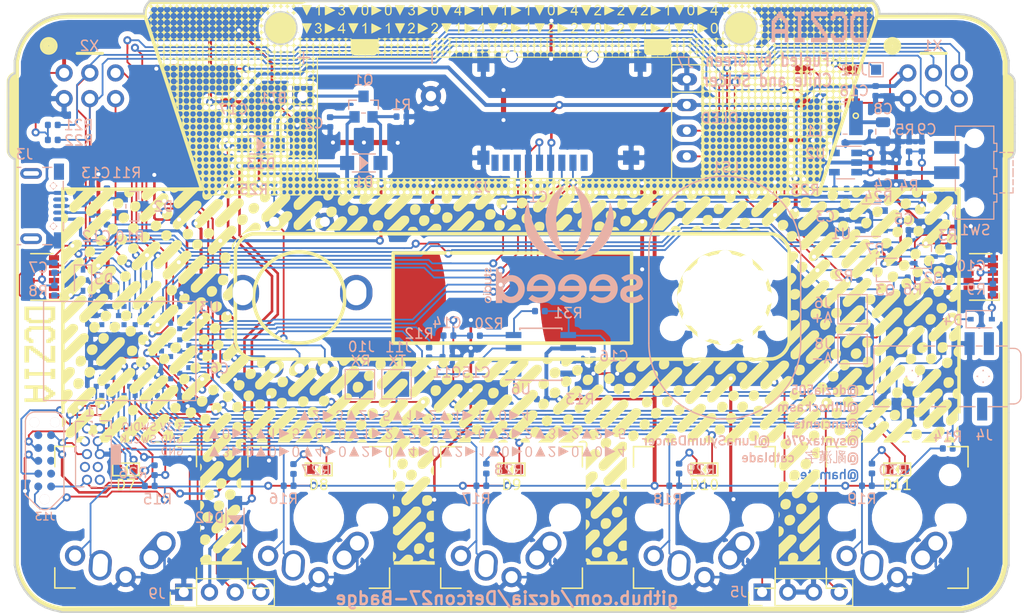
<source format=kicad_pcb>
(kicad_pcb (version 20171130) (host pcbnew "(5.1.0)-1")
  (layers (0 F.Cu signal hide) (31 B.Cu signal) (34 B.Paste user hide) (35 F.Paste user hide) (36 B.SilkS user) (37 F.SilkS user hide) (38 B.Mask user hide) (39 F.Mask user hide) (44 Edge.Cuts user))
  (net 0 "")
  (net 1 GND)
  (net 2 +3V3)
  (net 3 +BATT_SW)
  (net 4 +2V8)
  (net 5 VBAT_SENSE)
  (net 6 "Net-(C12-Pad2)")
  (net 7 "Net-(C13-Pad1)")
  (net 8 VBUS)
  (net 9 TOF2_SHDN)
  (net 10 "Net-(D3-Pad2)")
  (net 11 TOF1_SHDN)
  (net 12 "Net-(D4-Pad2)")
  (net 13 +BATT)
  (net 14 SWDIO)
  (net 15 SWCLK)
  (net 16 MOSI0)
  (net 17 SD_CS)
  (net 18 SCK0)
  (net 19 MISO0)
  (net 20 "Net-(L1-Pad1)")
  (net 21 SCL_2_8)
  (net 22 SCL)
  (net 23 SDA)
  (net 24 SDA_2_8)
  (net 25 /USB-)
  (net 26 /USB+)
  (net 27 KEY_D)
  (net 28 KEY_C)
  (net 29 KEY_Z)
  (net 30 KEY_I)
  (net 31 KEY_A)
  (net 32 "Net-(R23-Pad1)")
  (net 33 S1_1)
  (net 34 S1_2)
  (net 35 S2_2)
  (net 36 S2_1)
  (net 37 "Net-(C15-Pad2)")
  (net 38 "Net-(D5-Pad4)")
  (net 39 "Net-(D10-Pad2)")
  (net 40 PWM_IN)
  (net 41 DIN)
  (net 42 ENC_SW)
  (net 43 ENC_C)
  (net 44 ENC_A)
  (net 45 ENC_B)
  (net 46 LED_D)
  (net 47 "Net-(D7-Pad2)")
  (net 48 "Net-(D8-Pad2)")
  (net 49 LED_C)
  (net 50 LED_Z)
  (net 51 "Net-(D9-Pad2)")
  (net 52 LED_I)
  (net 53 "Net-(D11-Pad2)")
  (net 54 LED_A)
  (net 55 RACK_PWR)
  (net 56 "Net-(D12-Pad2)")
  (net 57 A+)
  (net 58 A-)
  (net 59 "/LED Driver/DOUT")
  (net 60 GATE)
  (net 61 CV)
  (net 62 "Net-(C11-Pad1)")
  (net 63 "Net-(C14-Pad2)")
  (net 64 HP_DETECT)
  (net 65 AUDIO_SHTDN)
  (net 66 "Net-(R20-Pad2)")
  (net 67 nRESET)
  (net 68 SW0)
  (net 69 "Net-(J10-Pad1)")
  (net 70 "Net-(J11-Pad1)")
  (net 71 "Net-(D13-Pad1)")
  (module lib_fp:dczia-text (layer B.Cu) (at 177.52 65.18 180)
    (fp_text reference G*** hide)
    (fp_text value LOGO hide)
  )
  (module lib_fp:dczia-text (layer F.Cu) (at 100.49 97.52 270)
    (fp_text reference G*** hide)
    (fp_text value LOGO hide)
  )
  (module lib_fp:credits (layer B.Cu) (at 172.15 105.33 180)
    (fp_text reference G*** hide)
    (fp_text value LOGO hide)
    (fp_poly (pts (xy -2.941251 -3.831276) (xy -2.886374 -3.856824) (xy -2.871023 -3.889069) (xy -2.892798 -3.936106) (xy -2.905176 -3.952971) (xy -2.93518 -3.984126) (xy -2.967531 -3.9885) (xy -3.008403 -3.975596) (xy -3.062669 -3.961621) (xy -3.106363 -3.97252) (xy -3.129947 -3.98657) (xy -3.152787 -4.002939) (xy -3.168234 -4.021894) (xy -3.177733 -4.051317) (xy -3.18273 -4.09909) (xy -3.18467 -4.173094) (xy -3.185 -4.281211) (xy -3.185 -4.550833) (xy -3.354333 -4.550833) (xy -3.354333 -3.831166) (xy -3.269666 -3.831166) (xy -3.212515 -3.835645) (xy -3.187928 -3.851581) (xy -3.185 -3.866197) (xy -3.181392 -3.889395) (xy -3.163345 -3.881731) (xy -3.147958 -3.8687) (xy -3.069257 -3.824691) (xy -2.979508 -3.821463) (xy -2.941251 -3.831276)) (layer B.Cu) (width 0.01))
    (fp_poly (pts (xy -6.854581 -3.831598) (xy -6.75825 -3.875714) (xy -6.732794 -3.895779) (xy -6.666916 -3.954588) (xy -6.660025 -4.25271) (xy -6.653133 -4.550833) (xy -6.728817 -4.550833) (xy -6.778413 -4.545438) (xy -6.80368 -4.532138) (xy -6.8045 -4.528921) (xy -6.817457 -4.517821) (xy -6.845442 -4.528921) (xy -6.890441 -4.541917) (xy -6.957605 -4.549772) (xy -6.991984 -4.550833) (xy -7.070836 -4.54441) (xy -7.129403 -4.520713) (xy -7.162709 -4.496035) (xy -7.204408 -4.45403) (xy -7.223372 -4.408959) (xy -7.227833 -4.341994) (xy -7.22746 -4.338147) (xy -7.079666 -4.338147) (xy -7.071432 -4.385586) (xy -7.053208 -4.409815) (xy -7.005529 -4.418976) (xy -6.938058 -4.42183) (xy -6.872881 -4.418258) (xy -6.837981 -4.410985) (xy -6.812382 -4.379845) (xy -6.8045 -4.315735) (xy -6.8045 -4.233333) (xy -6.901141 -4.233333) (xy -6.993662 -4.240971) (xy -7.050773 -4.265605) (xy -7.076868 -4.309815) (xy -7.079666 -4.338147) (xy -7.22746 -4.338147) (xy -7.220945 -4.270957) (xy -7.203605 -4.211329) (xy -7.195459 -4.196532) (xy -7.14149 -4.152617) (xy -7.054672 -4.122068) (xy -6.943072 -4.107388) (xy -6.905041 -4.106451) (xy -6.843 -4.103633) (xy -6.812896 -4.092724) (xy -6.804535 -4.06975) (xy -6.8045 -4.06728) (xy -6.822756 -4.012783) (xy -6.87068 -3.976006) (xy -6.938008 -3.96062) (xy -7.014472 -3.970293) (xy -7.044301 -3.981537) (xy -7.090438 -3.993273) (xy -7.136262 -3.977614) (xy -7.15367 -3.966855) (xy -7.211746 -3.928803) (xy -7.164869 -3.890844) (xy -7.070322 -3.839021) (xy -6.962749 -3.81932) (xy -6.854581 -3.831598)) (layer B.Cu) (width 0.01))
    (fp_poly (pts (xy -7.8205 -3.71803) (xy -7.820016 -3.805465) (xy -7.817422 -3.857195) (xy -7.811002 -3.879844) (xy -7.79904 -3.880039) (xy -7.782069 -3.866448) (xy -7.708588 -3.825868) (xy -7.624125 -3.818286) (xy -7.54045 -3.841001) (xy -7.469333 -3.891313) (xy -7.430552 -3.947126) (xy -7.414877 -3.99373) (xy -7.404579 -4.060072) (xy -7.398922 -4.153605) (xy -7.397167 -4.281782) (xy -7.397166 -4.284157) (xy -7.397166 -4.550833) (xy -7.545333 -4.550833) (xy -7.545333 -4.306454) (xy -7.545866 -4.20057) (xy -7.548499 -4.128172) (xy -7.554782 -4.080413) (xy -7.566267 -4.048449) (xy -7.584504 -4.023435) (xy -7.597288 -4.010121) (xy -7.658757 -3.966629) (xy -7.719667 -3.963964) (xy -7.773457 -3.991116) (xy -7.793089 -4.007422) (xy -7.806344 -4.029017) (xy -7.814466 -4.063743) (xy -7.8187 -4.119445) (xy -7.820291 -4.203964) (xy -7.8205 -4.28745) (xy -7.8205 -4.550833) (xy -7.968666 -4.550833) (xy -7.968666 -3.534833) (xy -7.8205 -3.534833) (xy -7.8205 -3.71803)) (layer B.Cu) (width 0.01))
    (fp_poly (pts (xy -3.762538 -3.823273) (xy -3.673236 -3.862184) (xy -3.599881 -3.931259) (xy -3.548368 -4.024517) (xy -3.524592 -4.135975) (xy -3.523666 -4.163734) (xy -3.523666 -4.2545) (xy -3.745916 -4.2545) (xy -3.847408 -4.255473) (xy -3.913431 -4.259044) (xy -3.95082 -4.266189) (xy -3.966407 -4.277884) (xy -3.968166 -4.28625) (xy -3.949444 -4.337304) (xy -3.901041 -4.37574) (xy -3.834608 -4.398108) (xy -3.761792 -4.400957) (xy -3.694242 -4.380839) (xy -3.679448 -4.371751) (xy -3.645809 -4.353772) (xy -3.618337 -4.362109) (xy -3.587854 -4.391351) (xy -3.556923 -4.432518) (xy -3.557906 -4.464005) (xy -3.594076 -4.494039) (xy -3.637649 -4.516509) (xy -3.734524 -4.544839) (xy -3.841665 -4.548734) (xy -3.941118 -4.528636) (xy -3.985315 -4.507957) (xy -4.054625 -4.443899) (xy -4.097691 -4.350881) (xy -4.115638 -4.226181) (xy -4.116333 -4.191) (xy -4.107259 -4.099791) (xy -3.966739 -4.099791) (xy -3.940391 -4.11861) (xy -3.877642 -4.126461) (xy -3.82 -4.1275) (xy -3.738011 -4.124446) (xy -3.686704 -4.115914) (xy -3.671833 -4.104941) (xy -3.683965 -4.061888) (xy -3.711791 -4.010898) (xy -3.742457 -3.975296) (xy -3.743794 -3.974365) (xy -3.803898 -3.957142) (xy -3.869857 -3.971672) (xy -3.924297 -4.013937) (xy -3.960203 -4.066176) (xy -3.966739 -4.099791) (xy -4.107259 -4.099791) (xy -4.102578 -4.05274) (xy -4.06112 -3.946315) (xy -3.991665 -3.871299) (xy -3.893922 -3.827268) (xy -3.861891 -3.820508) (xy -3.762538 -3.823273)) (layer B.Cu) (width 0.01))
    (fp_poly (pts (xy -6.010962 -3.846313) (xy -5.946518 -3.895474) (xy -5.917608 -3.923803) (xy -5.899059 -3.920601) (xy -5.880393 -3.896297) (xy -5.820932 -3.844863) (xy -5.742905 -3.821755) (xy -5.658386 -3.826088) (xy -5.579447 -3.856979) (xy -5.518164 -3.913542) (xy -5.511774 -3.923307) (xy -5.49471 -3.957071) (xy -5.483101 -3.997995) (xy -5.475957 -4.054521) (xy -5.472288 -4.135091) (xy -5.471104 -4.248146) (xy -5.471079 -4.270375) (xy -5.471 -4.550833) (xy -5.619166 -4.550833) (xy -5.619166 -4.300878) (xy -5.620746 -4.179135) (xy -5.626956 -4.092819) (xy -5.640001 -4.035092) (xy -5.662087 -3.999119) (xy -5.695417 -3.978063) (xy -5.726338 -3.968606) (xy -5.790007 -3.972098) (xy -5.832171 -3.997281) (xy -5.854041 -4.017451) (xy -5.868991 -4.041613) (xy -5.878648 -4.078021) (xy -5.884639 -4.134929) (xy -5.888589 -4.22059) (xy -5.890814 -4.294917) (xy -5.897879 -4.550833) (xy -6.0425 -4.550833) (xy -6.0425 -4.296833) (xy -6.043213 -4.187075) (xy -6.046144 -4.111347) (xy -6.052475 -4.061358) (xy -6.063391 -4.028816) (xy -6.080078 -4.005431) (xy -6.084833 -4.0005) (xy -6.143311 -3.963282) (xy -6.205797 -3.967315) (xy -6.249457 -3.991116) (xy -6.269089 -4.007422) (xy -6.282344 -4.029017) (xy -6.290466 -4.063743) (xy -6.2947 -4.119445) (xy -6.296291 -4.203964) (xy -6.2965 -4.28745) (xy -6.2965 -4.550833) (xy -6.465833 -4.550833) (xy -6.465833 -3.831166) (xy -6.381166 -3.831166) (xy -6.324015 -3.835645) (xy -6.299428 -3.851581) (xy -6.2965 -3.866197) (xy -6.292892 -3.889395) (xy -6.274845 -3.881731) (xy -6.259458 -3.8687) (xy -6.183645 -3.828047) (xy -6.096494 -3.820954) (xy -6.010962 -3.846313)) (layer B.Cu) (width 0.01))
    (fp_poly (pts (xy -4.841366 -3.84422) (xy -4.771502 -3.877201) (xy -4.70263 -3.919084) (xy -4.755919 -3.972373) (xy -4.794168 -4.006655) (xy -4.824259 -4.013339) (xy -4.866857 -3.99583) (xy -4.874469 -3.991914) (xy -4.954708 -3.963273) (xy -5.029551 -3.958659) (xy -5.089723 -3.976171) (xy -5.125948 -4.013905) (xy -5.132333 -4.044802) (xy -5.115586 -4.081789) (xy -5.063664 -4.101833) (xy -4.99831 -4.106451) (xy -4.902778 -4.116387) (xy -4.817328 -4.142703) (xy -4.755457 -4.180667) (xy -4.741374 -4.196532) (xy -4.711535 -4.272282) (xy -4.712244 -4.358143) (xy -4.74017 -4.44001) (xy -4.791984 -4.503776) (xy -4.817903 -4.52067) (xy -4.895081 -4.543817) (xy -4.994961 -4.55119) (xy -5.101193 -4.543359) (xy -5.197427 -4.520889) (xy -5.232875 -4.506271) (xy -5.28556 -4.477532) (xy -5.317694 -4.454867) (xy -5.322363 -4.448079) (xy -5.310377 -4.42306) (xy -5.2845 -4.385824) (xy -5.247109 -4.337232) (xy -5.152679 -4.380068) (xy -5.051981 -4.415436) (xy -4.972022 -4.418757) (xy -4.905964 -4.390105) (xy -4.896553 -4.382826) (xy -4.86103 -4.339618) (xy -4.866654 -4.303026) (xy -4.91264 -4.273846) (xy -4.998204 -4.252874) (xy -5.028764 -4.248628) (xy -5.137225 -4.228863) (xy -5.210095 -4.197523) (xy -5.253584 -4.149729) (xy -5.273903 -4.080601) (xy -5.276473 -4.053997) (xy -5.276118 -3.982724) (xy -5.260266 -3.934331) (xy -5.235519 -3.902431) (xy -5.159368 -3.849959) (xy -5.06037 -3.822336) (xy -4.950408 -3.820207) (xy -4.841366 -3.84422)) (layer B.Cu) (width 0.01))
    (fp_poly (pts (xy -8.547347 -3.568861) (xy -8.42988 -3.609463) (xy -8.330054 -3.680981) (xy -8.31749 -3.693156) (xy -8.26412 -3.754649) (xy -8.226036 -3.821178) (xy -8.200968 -3.901124) (xy -8.186648 -4.002868) (xy -8.180805 -4.134789) (xy -8.180333 -4.199709) (xy -8.180851 -4.306265) (xy -8.18342 -4.379264) (xy -8.189563 -4.427477) (xy -8.200804 -4.459676) (xy -8.218666 -4.484635) (xy -8.232288 -4.498878) (xy -8.295232 -4.536131) (xy -8.376007 -4.551235) (xy -8.456138 -4.542816) (xy -8.506029 -4.519244) (xy -8.541724 -4.500025) (xy -8.575497 -4.510226) (xy -8.590114 -4.519917) (xy -8.655178 -4.544799) (xy -8.738733 -4.550562) (xy -8.821876 -4.537928) (xy -8.884414 -4.508653) (xy -8.929626 -4.449663) (xy -8.961233 -4.361627) (xy -8.978391 -4.255862) (xy -8.979643 -4.18058) (xy -8.825916 -4.18058) (xy -8.824542 -4.265289) (xy -8.818563 -4.319002) (xy -8.805195 -4.353019) (xy -8.781654 -4.378637) (xy -8.775947 -4.38337) (xy -8.73168 -4.412482) (xy -8.698916 -4.423833) (xy -8.664095 -4.411401) (xy -8.621886 -4.38337) (xy -8.596153 -4.358067) (xy -8.581108 -4.326461) (xy -8.573969 -4.277254) (xy -8.571951 -4.199147) (xy -8.571916 -4.18058) (xy -8.576975 -4.07806) (xy -8.594432 -4.010919) (xy -8.627708 -3.973166) (xy -8.680225 -3.958809) (xy -8.698916 -3.958166) (xy -8.757456 -3.967025) (xy -8.795794 -3.997598) (xy -8.817352 -4.055874) (xy -8.825549 -4.147846) (xy -8.825916 -4.18058) (xy -8.979643 -4.18058) (xy -8.980257 -4.143685) (xy -8.965987 -4.036414) (xy -8.934739 -3.945366) (xy -8.927394 -3.931827) (xy -8.868127 -3.868933) (xy -8.785153 -3.830386) (xy -8.690363 -3.817624) (xy -8.595649 -3.832085) (xy -8.512903 -3.875209) (xy -8.506086 -3.880858) (xy -8.462095 -3.93799) (xy -8.432851 -4.023177) (xy -8.417192 -4.141065) (xy -8.413671 -4.249872) (xy -8.411349 -4.334367) (xy -8.403893 -4.385201) (xy -8.389547 -4.410912) (xy -8.37928 -4.416998) (xy -8.347684 -4.419267) (xy -8.326487 -4.394862) (xy -8.314651 -4.339726) (xy -8.311136 -4.249799) (xy -8.31325 -4.15925) (xy -8.326121 -4.009605) (xy -8.353768 -3.895352) (xy -8.39942 -3.811154) (xy -8.466308 -3.751673) (xy -8.557663 -3.711574) (xy -8.58959 -3.702709) (xy -8.71319 -3.68869) (xy -8.830391 -3.706716) (xy -8.930772 -3.754218) (xy -8.981831 -3.799421) (xy -9.038984 -3.894187) (xy -9.074598 -4.021567) (xy -9.087742 -4.177193) (xy -9.084556 -4.280855) (xy -9.066995 -4.413013) (xy -9.031595 -4.512728) (xy -8.973557 -4.58438) (xy -8.888079 -4.632349) (xy -8.770363 -4.661016) (xy -8.655141 -4.672665) (xy -8.476666 -4.6838) (xy -8.476666 -4.804833) (xy -8.661875 -4.803014) (xy -8.753769 -4.800201) (xy -8.83577 -4.794315) (xy -8.893868 -4.786464) (xy -8.904994 -4.783757) (xy -9.02436 -4.728656) (xy -9.115933 -4.642343) (xy -9.165658 -4.561114) (xy -9.188425 -4.512316) (xy -9.20372 -4.46942) (xy -9.212715 -4.422759) (xy -9.216584 -4.362665) (xy -9.216499 -4.279473) (xy -9.213686 -4.165334) (xy -9.209314 -4.044534) (xy -9.203284 -3.956864) (xy -9.194232 -3.893122) (xy -9.180795 -3.844105) (xy -9.161609 -3.800611) (xy -9.158869 -3.795351) (xy -9.08078 -3.688791) (xy -8.975191 -3.613636) (xy -8.841434 -3.569544) (xy -8.690789 -3.556118) (xy -8.547347 -3.568861)) (layer B.Cu) (width 0.01))
    (fp_poly (pts (xy -4.370333 -3.725333) (xy -4.368618 -3.788144) (xy -4.359862 -3.819479) (xy -4.338653 -3.830164) (xy -4.317416 -3.831166) (xy -4.279598 -3.838001) (xy -4.265764 -3.867053) (xy -4.2645 -3.894666) (xy -4.270195 -3.940048) (xy -4.294405 -3.95665) (xy -4.317416 -3.958166) (xy -4.370333 -3.958166) (xy -4.370333 -4.402666) (xy -4.317416 -4.402666) (xy -4.281631 -4.408201) (xy -4.266981 -4.433109) (xy -4.2645 -4.47675) (xy -4.267063 -4.524182) (xy -4.282889 -4.545262) (xy -4.324183 -4.550667) (xy -4.349166 -4.550833) (xy -4.434886 -4.535866) (xy -4.476166 -4.5085) (xy -4.494341 -4.486044) (xy -4.506474 -4.45633) (xy -4.51375 -4.411067) (xy -4.517354 -4.341962) (xy -4.51847 -4.240726) (xy -4.5185 -4.212166) (xy -4.518915 -4.104946) (xy -4.520941 -4.033041) (xy -4.525746 -3.989437) (xy -4.534499 -3.967118) (xy -4.54837 -3.959069) (xy -4.560833 -3.958166) (xy -4.59182 -3.948187) (xy -4.60273 -3.911058) (xy -4.603166 -3.894666) (xy -4.596514 -3.848186) (xy -4.571761 -3.831821) (xy -4.560833 -3.831166) (xy -4.535441 -3.825594) (xy -4.522778 -3.801943) (xy -4.518681 -3.749812) (xy -4.5185 -3.725333) (xy -4.5185 -3.6195) (xy -4.370333 -3.6195) (xy -4.370333 -3.725333)) (layer B.Cu) (width 0.01))
  )
  (module lib_fp:seeed_logo (layer B.Cu) (at 152.23 86.61 180)
    (fp_text reference G*** hide)
    (fp_text value LOGO hide)
  )
  (module lib_fp:RotaryEncoder (layer F.Cu) (at 126.17 91.43)
    (fp_text reference SW7 hide)
    (fp_text value Volume)
    (pad C thru_hole circle (at 0 7.5) (size 1.8 1.8) (drill 1) (layers *.Cu *.Mask) (net 43 ENC_C))
    (pad S2 thru_hole circle (at 2.5 -7) (size 1.8 1.8) (drill 1) (layers *.Cu *.Mask) (net 1 GND))
    (pad S1 thru_hole circle (at -2.5 -7) (size 1.8 1.8) (drill 1) (layers *.Cu *.Mask) (net 42 ENC_SW))
    (pad A thru_hole circle (at -2.5 7.5) (size 1.8 1.8) (drill 1) (layers *.Cu *.Mask) (net 44 ENC_A))
    (pad B thru_hole circle (at 2.5 7.5) (size 1.8 1.8) (drill 1) (layers *.Cu *.Mask) (net 45 ENC_B))
    (pad 1 thru_hole oval (at 5.6 0) (size 3.2 3.5) (drill oval 2 2.5) (layers *.Cu *.Mask))
    (pad 1 thru_hole oval (at -5.6 0) (size 3.2 3.5) (drill oval 2 2.5) (layers *.Cu *.Mask))
  )
  (module OPL_Discrete_Semiconductor:SOD-123 (layer B.Cu) (at 122.36 76.84)
    (fp_text reference D13 (at 0 1.85) (layer B.SilkS) (effects (justify mirror)))
    (fp_text value D_Schottky)
    (pad 2 smd rect (at 1.651 0 180) (size 1.397 1.397) (layers B.Cu B.Paste B.Mask) (net 13 +BATT))
    (pad 1 smd rect (at -1.651 0 180) (size 1.397 1.397) (layers B.Cu B.Paste B.Mask) (net 71 "Net-(D13-Pad1)"))
  )
  (module Tag-Connect:TC2050-NL_SMALL (layer B.Cu) (at 100.99 108.06 90)
    (fp_text reference J13 (at -5.51 0.04 180) (layer B.SilkS) (effects (font (size 0.75692 0.75692) (thickness 0.127)) (justify mirror)))
    (fp_text value TagConnect hide)
    (pad "" np_thru_hole circle (at 3.81 -1.016 90) (size 0.98552 0.98552) (drill 0.98552) (layers *.Cu *.Mask B.SilkS))
    (pad "" np_thru_hole circle (at 3.81 1.016 90) (size 0.98552 0.98552) (drill 0.98552) (layers *.Cu *.Mask B.SilkS))
    (pad "" np_thru_hole circle (at -3.81 0 90) (size 0.98806 0.98806) (drill 0.98806) (layers *.Cu *.Mask B.SilkS))
    (pad 8 connect circle (at 0 0.635 90) (size 0.78486 0.78486) (layers B.Cu B.Mask))
    (pad 3 connect circle (at 0 -0.635 90) (size 0.78486 0.78486) (layers B.Cu B.Mask) (net 1 GND))
    (pad 9 connect circle (at -1.27 0.635 90) (size 0.78486 0.78486) (layers B.Cu B.Mask))
    (pad 2 connect circle (at -1.27 -0.635 90) (size 0.78486 0.78486) (layers B.Cu B.Mask) (net 14 SWDIO))
    (pad 10 connect circle (at -2.54 0.635 90) (size 0.78486 0.78486) (layers B.Cu B.Mask) (net 67 nRESET))
    (pad 1 connect circle (at -2.54 -0.635 90) (size 0.78486 0.78486) (layers B.Cu B.Mask) (net 2 +3V3))
    (pad 4 connect circle (at 1.27 -0.635 90) (size 0.78486 0.78486) (layers B.Cu B.Mask) (net 15 SWCLK))
    (pad 7 connect circle (at 1.27 0.635 90) (size 0.78486 0.78486) (layers B.Cu B.Mask) (net 71 "Net-(D13-Pad1)"))
    (pad 5 connect circle (at 2.54 -0.635 90) (size 0.78486 0.78486) (layers B.Cu B.Mask))
    (pad 6 connect circle (at 2.54 0.635 90) (size 0.78486 0.78486) (layers B.Cu B.Mask) (net 68 SW0))
  )
  (module Capacitor_SMD:C_0402_1005Metric (layer B.Cu) (at 118.23 97.75)
    (fp_text reference C6 (at 0 1.17) (layer B.SilkS) (effects (justify mirror)))
    (fp_text value 4.7uF)
    (pad 2 smd roundrect (at 0.485 0) (size 0.59 0.64) (layers B.Cu B.Paste B.Mask) (net 1 GND))
    (pad 1 smd roundrect (at -0.485 0) (size 0.59 0.64) (layers B.Cu B.Paste B.Mask) (net 2 +3V3))
  )
  (module lib_fp:silkscreen-code-back (layer B.Cu) (at 137.52 105.45)
    (fp_text reference G*** hide)
    (fp_text value LOGO hide)
  )
  (module lib_fp:silkscreen-halftone (layer F.Cu) (at 146.96 93.38)
    (fp_text reference G*** hide)
    (fp_text value LOGO hide)
  )
  (module lib_fp:copper-reels (layer F.Cu) (at 144.51 92.51)
    (fp_text reference G*** hide)
    (fp_text value LOGO hide)
    (fp_poly (pts (xy 14.438 3.8985) (xy 5.994132 3.8985) (xy 5.973356 3.819125) (xy 5.898669 3.517546) (xy 5.824538 3.187443) (xy 5.753859 2.84256) (xy 5.689529 2.496641) (xy 5.66636 2.361886) (xy 5.542106 1.495999) (xy 5.458699 0.625918) (xy 5.416084 -0.246007) (xy 5.414208 -1.117424) (xy 5.453017 -1.985984) (xy 5.532456 -2.849334) (xy 5.652471 -3.705126) (xy 5.813008 -4.551008) (xy 5.827076 -4.615792) (xy 5.914049 -5.012667) (xy 14.438 -5.012667) (xy 14.438 3.8985)) (layer F.Cu) (width 0.01))
    (fp_poly (pts (xy -4.56053 -5.002083) (xy -4.480624 -4.7375) (xy -4.282105 -4.008003) (xy -4.122375 -3.264228) (xy -4.001678 -2.509403) (xy -3.92026 -1.746759) (xy -3.878366 -0.979523) (xy -3.876242 -0.210926) (xy -3.914132 0.555803) (xy -3.992281 1.317436) (xy -4.010643 1.45375) (xy -4.066258 1.812432) (xy -4.134558 2.187325) (xy -4.213021 2.566964) (xy -4.299125 2.939886) (xy -4.390349 3.294627) (xy -4.484172 3.619724) (xy -4.494246 3.652233) (xy -4.571123 3.8985) (xy -9.1205 3.8985) (xy -9.1205 -5.012857) (xy -4.56053 -5.002083)) (layer F.Cu) (width 0.01))
  )
  (module lib_fp:MX-Alps-Choc-1U (layer F.Cu) (at 108.99 113.64 180)
    (fp_text reference SW2)
    (fp_text value SW_Push hide)
    (pad 1 thru_hole oval (at 2.51 -4.75 266.1) (size 3 2.25) (drill oval 2.3 1.47) (layers *.Cu *.Mask) (net 27 KEY_D))
    (pad "" np_thru_hole oval (at -5.28 0 270) (size 1.75 2.15) (drill oval 1.75 2.15) (layers *.Cu *.Mask))
    (pad "" np_thru_hole oval (at 5.28 0 270) (size 1.75 2.15) (drill oval 1.75 2.15) (layers *.Cu *.Mask))
    (pad "" np_thru_hole circle (at -5.22 4.2 228.1) (size 1.2 1.2) (drill 1.2) (layers *.Cu *.Mask))
    (pad 2 thru_hole circle (at 0 -5.9 180) (size 2 2) (drill 1.2) (layers *.Cu *.Mask) (net 1 GND))
    (pad 1 thru_hole circle (at 5 -3.8 180) (size 2 2) (drill 1.2) (layers *.Cu *.Mask) (net 27 KEY_D))
    (pad 2 thru_hole circle (at -2.5 -4 180) (size 2.25 2.25) (drill 1.47) (layers *.Cu *.Mask) (net 1 GND))
    (pad "" np_thru_hole circle (at 0 0 180) (size 3.9878 3.9878) (drill 3.9878) (layers *.Cu *.Mask))
    (pad 2 thru_hole oval (at -3.81 -2.54 228.1) (size 4.211556 2.25) (drill 1.47 (offset 0.980778 0)) (layers *.Cu *.Mask) (net 1 GND))
  )
  (module lib_fp:MX-Alps-Choc-1U (layer F.Cu) (at 128.065 113.66 180)
    (fp_text reference SW3)
    (fp_text value SW_Push hide)
    (pad 1 thru_hole oval (at 2.51 -4.75 266.1) (size 3 2.25) (drill oval 2.3 1.47) (layers *.Cu *.Mask) (net 28 KEY_C))
    (pad "" np_thru_hole oval (at -5.28 0 270) (size 1.75 2.15) (drill oval 1.75 2.15) (layers *.Cu *.Mask))
    (pad "" np_thru_hole oval (at 5.28 0 270) (size 1.75 2.15) (drill oval 1.75 2.15) (layers *.Cu *.Mask))
    (pad "" np_thru_hole circle (at -5.22 4.2 228.1) (size 1.2 1.2) (drill 1.2) (layers *.Cu *.Mask))
    (pad 2 thru_hole circle (at 0 -5.9 180) (size 2 2) (drill 1.2) (layers *.Cu *.Mask) (net 1 GND))
    (pad 1 thru_hole circle (at 5 -3.8 180) (size 2 2) (drill 1.2) (layers *.Cu *.Mask) (net 28 KEY_C))
    (pad 2 thru_hole circle (at -2.5 -4 180) (size 2.25 2.25) (drill 1.47) (layers *.Cu *.Mask) (net 1 GND))
    (pad "" np_thru_hole circle (at 0 0 180) (size 3.9878 3.9878) (drill 3.9878) (layers *.Cu *.Mask))
    (pad 2 thru_hole oval (at -3.81 -2.54 228.1) (size 4.211556 2.25) (drill 1.47 (offset 0.980778 0)) (layers *.Cu *.Mask) (net 1 GND))
  )
  (module lib_fp:MX-Alps-Choc-1U (layer F.Cu) (at 147.115 113.66 180)
    (fp_text reference SW4)
    (fp_text value SW_Push hide)
    (pad 1 thru_hole oval (at 2.51 -4.75 266.1) (size 3 2.25) (drill oval 2.3 1.47) (layers *.Cu *.Mask) (net 29 KEY_Z))
    (pad "" np_thru_hole oval (at -5.28 0 270) (size 1.75 2.15) (drill oval 1.75 2.15) (layers *.Cu *.Mask))
    (pad "" np_thru_hole oval (at 5.28 0 270) (size 1.75 2.15) (drill oval 1.75 2.15) (layers *.Cu *.Mask))
    (pad "" np_thru_hole circle (at -5.22 4.2 228.1) (size 1.2 1.2) (drill 1.2) (layers *.Cu *.Mask))
    (pad 2 thru_hole circle (at 0 -5.9 180) (size 2 2) (drill 1.2) (layers *.Cu *.Mask) (net 1 GND))
    (pad 1 thru_hole circle (at 5 -3.8 180) (size 2 2) (drill 1.2) (layers *.Cu *.Mask) (net 29 KEY_Z))
    (pad 2 thru_hole circle (at -2.5 -4 180) (size 2.25 2.25) (drill 1.47) (layers *.Cu *.Mask) (net 1 GND))
    (pad "" np_thru_hole circle (at 0 0 180) (size 3.9878 3.9878) (drill 3.9878) (layers *.Cu *.Mask))
    (pad 2 thru_hole oval (at -3.81 -2.54 228.1) (size 4.211556 2.25) (drill 1.47 (offset 0.980778 0)) (layers *.Cu *.Mask) (net 1 GND))
  )
  (module lib_fp:MX-Alps-Choc-1U (layer F.Cu) (at 166.165 113.66 180)
    (fp_text reference SW5)
    (fp_text value SW_Push hide)
    (pad 1 thru_hole oval (at 2.51 -4.75 266.1) (size 3 2.25) (drill oval 2.3 1.47) (layers *.Cu *.Mask) (net 30 KEY_I))
    (pad "" np_thru_hole oval (at -5.28 0 270) (size 1.75 2.15) (drill oval 1.75 2.15) (layers *.Cu *.Mask))
    (pad "" np_thru_hole oval (at 5.28 0 270) (size 1.75 2.15) (drill oval 1.75 2.15) (layers *.Cu *.Mask))
    (pad "" np_thru_hole circle (at -5.22 4.2 228.1) (size 1.2 1.2) (drill 1.2) (layers *.Cu *.Mask))
    (pad 2 thru_hole circle (at 0 -5.9 180) (size 2 2) (drill 1.2) (layers *.Cu *.Mask) (net 1 GND))
    (pad 1 thru_hole circle (at 5 -3.8 180) (size 2 2) (drill 1.2) (layers *.Cu *.Mask) (net 30 KEY_I))
    (pad 2 thru_hole circle (at -2.5 -4 180) (size 2.25 2.25) (drill 1.47) (layers *.Cu *.Mask) (net 1 GND))
    (pad "" np_thru_hole circle (at 0 0 180) (size 3.9878 3.9878) (drill 3.9878) (layers *.Cu *.Mask))
    (pad 2 thru_hole oval (at -3.81 -2.54 228.1) (size 4.211556 2.25) (drill 1.47 (offset 0.980778 0)) (layers *.Cu *.Mask) (net 1 GND))
  )
  (module lib_fp:MX-Alps-Choc-1U (layer F.Cu) (at 185.215 113.66 180)
    (fp_text reference SW6)
    (fp_text value SW_Push hide)
    (pad 1 thru_hole oval (at 2.51 -4.75 266.1) (size 3 2.25) (drill oval 2.3 1.47) (layers *.Cu *.Mask) (net 31 KEY_A))
    (pad "" np_thru_hole oval (at -5.28 0 270) (size 1.75 2.15) (drill oval 1.75 2.15) (layers *.Cu *.Mask))
    (pad "" np_thru_hole oval (at 5.28 0 270) (size 1.75 2.15) (drill oval 1.75 2.15) (layers *.Cu *.Mask))
    (pad "" np_thru_hole circle (at -5.22 4.2 228.1) (size 1.2 1.2) (drill 1.2) (layers *.Cu *.Mask))
    (pad 2 thru_hole circle (at 0 -5.9 180) (size 2 2) (drill 1.2) (layers *.Cu *.Mask) (net 1 GND))
    (pad 1 thru_hole circle (at 5 -3.8 180) (size 2 2) (drill 1.2) (layers *.Cu *.Mask) (net 31 KEY_A))
    (pad 2 thru_hole circle (at -2.5 -4 180) (size 2.25 2.25) (drill 1.47) (layers *.Cu *.Mask) (net 1 GND))
    (pad "" np_thru_hole circle (at 0 0 180) (size 3.9878 3.9878) (drill 3.9878) (layers *.Cu *.Mask))
    (pad 2 thru_hole oval (at -3.81 -2.54 228.1) (size 4.211556 2.25) (drill 1.47 (offset 0.980778 0)) (layers *.Cu *.Mask) (net 1 GND))
  )
  (module lib_fp:BatteryHolder_Keystone_2479_3xAAA-NoDrill (layer B.Cu) (at 126.45 72 270)
    (fp_text reference BT1 (at 0.2 2.86 180) (layer B.SilkS) (effects (justify mirror)))
    (fp_text value Battery)
    (fp_text user + (at -3.81 0 270) (layer B.SilkS) (effects (font (size 1.5 1.5)) (justify mirror)))
    (fp_text user - (at -3.81 -12.7 270) (layer B.SilkS) (effects (font (size 1.5 1.5)) (justify mirror)))
    (pad 2 thru_hole circle (at 0 -12.7 270) (size 2 2) (drill 1.02) (layers *.Cu *.Mask) (net 1 GND))
    (pad 1 thru_hole rect (at 0 0 270) (size 2 2) (drill 1.02) (layers *.Cu *.Mask) (net 13 +BATT))
  )
  (module lib_fp:silkscreen-lines (layer F.Cu) (at 147.04 93.5)
    (fp_text reference G*** hide)
    (fp_text value LOGO hide)
  )
  (module lib_fp:Badgelife-Shitty-v1.69bis (layer F.Cu) (at 188.8 70.98)
    (fp_text reference X1 (at -0.08 -3.95) (layer B.SilkS) (effects (justify mirror)))
    (fp_text value Badgelife_sao_connector_v169bis hide)
    (pad 5 thru_hole circle (at 2.54 -1.27) (size 1.7 1.7) (drill 1) (layers *.Cu *.Mask) (net 33 S1_1))
    (pad 6 thru_hole oval (at 2.54 1.27) (size 1.7 1.7) (drill 1) (layers *.Cu *.Mask) (net 34 S1_2))
    (pad 3 thru_hole circle (at 0 -1.27) (size 1.7 1.7) (drill 1) (layers *.Cu *.Mask) (net 23 SDA))
    (pad 4 thru_hole oval (at 0 1.27) (size 1.7 1.7) (drill 1) (layers *.Cu *.Mask) (net 22 SCL))
    (pad 1 thru_hole oval (at -2.54 -1.27) (size 1.7 1.7) (drill 1) (layers *.Cu *.Mask) (net 2 +3V3))
    (pad 2 thru_hole oval (at -2.54 1.27) (size 1.7 1.7) (drill 1) (layers *.Cu *.Mask) (net 1 GND))
  )
  (module lib_fp:Badgelife-Shitty-v1.69bis (layer F.Cu) (at 105.45 70.98)
    (fp_text reference X2 (at -0.05 -3.96) (layer B.SilkS) (effects (justify mirror)))
    (fp_text value Badgelife_sao_connector_v169bis hide)
    (pad 5 thru_hole circle (at 2.54 -1.27) (size 1.7 1.7) (drill 1) (layers *.Cu *.Mask) (net 36 S2_1))
    (pad 6 thru_hole oval (at 2.54 1.27) (size 1.7 1.7) (drill 1) (layers *.Cu *.Mask) (net 35 S2_2))
    (pad 3 thru_hole circle (at 0 -1.27) (size 1.7 1.7) (drill 1) (layers *.Cu *.Mask) (net 23 SDA))
    (pad 4 thru_hole oval (at 0 1.27) (size 1.7 1.7) (drill 1) (layers *.Cu *.Mask) (net 22 SCL))
    (pad 1 thru_hole oval (at -2.54 -1.27) (size 1.7 1.7) (drill 1) (layers *.Cu *.Mask) (net 2 +3V3))
    (pad 2 thru_hole oval (at -2.54 1.27) (size 1.7 1.7) (drill 1) (layers *.Cu *.Mask) (net 1 GND))
  )
  (module lib_fp:MicroSD-Socket-Seeed-320090008 (layer B.Cu) (at 152.08 68.09)
    (fp_text reference J2 (at -7.88 12.92 -180) (layer B.SilkS) (effects (justify mirror)))
    (fp_text value Micro_SD_Card_SPI hide)
    (pad 10 smd rect (at -7.75 0.4) (size 1.2 2.2) (layers B.Cu B.Paste B.Mask) (net 1 GND))
    (pad 10 smd rect (at 7.75 0.4) (size 1.2 2.2) (layers B.Cu B.Paste B.Mask) (net 1 GND))
    (pad 10 smd rect (at 6.85 10) (size 1.6 1.4) (layers B.Cu B.Paste B.Mask) (net 1 GND))
    (pad 10 smd rect (at -7.75 10) (size 1.2 1.4) (layers B.Cu B.Paste B.Mask) (net 1 GND))
    (pad "" np_thru_hole circle (at 3.05 0) (size 1.2 1.2) (drill 1) (layers *.Cu *.Mask))
    (pad "" np_thru_hole circle (at -4.93 0) (size 1.2 1.2) (drill 1) (layers *.Cu *.Mask))
    (pad 3 smd rect (at 0 10.5) (size 0.7 1.6) (layers B.Cu B.Paste B.Mask) (net 16 MOSI0))
    (pad 2 smd rect (at 1.1 10.5) (size 0.7 1.6) (layers B.Cu B.Paste B.Mask) (net 17 SD_CS))
    (pad 1 smd rect (at 2.2 10.5) (size 0.7 1.6) (layers B.Cu B.Paste B.Mask))
    (pad 4 smd rect (at -1.1 10.5) (size 0.7 1.6) (layers B.Cu B.Paste B.Mask) (net 2 +3V3))
    (pad 5 smd rect (at -2.2 10.5) (size 0.7 1.6) (layers B.Cu B.Paste B.Mask) (net 18 SCK0))
    (pad 6 smd rect (at -3.3 10.5) (size 0.7 1.6) (layers B.Cu B.Paste B.Mask) (net 1 GND))
    (pad 7 smd rect (at -4.4 10.5) (size 0.7 1.6) (layers B.Cu B.Paste B.Mask) (net 19 MISO0))
    (pad 8 smd rect (at -5.5 10.5) (size 0.7 1.6) (layers B.Cu B.Paste B.Mask))
    (pad 9 smd rect (at -6.6 10.5) (size 0.7 1.6) (layers B.Cu B.Paste B.Mask))
  )
  (module lib_fp:SW_SPDT_CK-JS102011SAQN (layer B.Cu) (at 192.86 79.57 270)
    (fp_text reference SW1 (at 5.67 -0.05) (layer B.SilkS) (effects (justify mirror)))
    (fp_text value Power)
    (pad 1 smd rect (at -2.5 2.75 270) (size 1.25 2.5) (layers B.Cu B.Paste B.Mask))
    (pad 2 smd rect (at 0 2.75 270) (size 1.25 2.5) (layers B.Cu B.Paste B.Mask) (net 3 +BATT_SW))
    (pad 3 smd rect (at 2.5 2.75 270) (size 1.25 2.5) (layers B.Cu B.Paste B.Mask) (net 55 RACK_PWR))
    (pad "" np_thru_hole circle (at -3.4 0 270) (size 0.9 0.9) (drill 0.9) (layers *.Cu *.Mask))
    (pad "" np_thru_hole circle (at 3.4 0 270) (size 0.9 0.9) (drill 0.9) (layers *.Cu *.Mask))
  )
  (module Package_TO_SOT_SMD:SOT-23-5 (layer B.Cu) (at 180.11 78.57 180)
    (fp_text reference U2 (at 2.96 0.89 180) (layer B.SilkS) (effects (justify mirror)))
    (fp_text value PAM2305DABADJ)
    (pad 5 smd rect (at 1.1 0.95 180) (size 1.06 0.65) (layers B.Cu B.Paste B.Mask) (net 20 "Net-(L1-Pad1)"))
    (pad 4 smd rect (at 1.1 -0.95 180) (size 1.06 0.65) (layers B.Cu B.Paste B.Mask) (net 32 "Net-(R23-Pad1)"))
    (pad 3 smd rect (at -1.1 -0.95 180) (size 1.06 0.65) (layers B.Cu B.Paste B.Mask) (net 3 +BATT_SW))
    (pad 2 smd rect (at -1.1 0 180) (size 1.06 0.65) (layers B.Cu B.Paste B.Mask) (net 1 GND))
    (pad 1 smd rect (at -1.1 0.95 180) (size 1.06 0.65) (layers B.Cu B.Paste B.Mask) (net 3 +BATT_SW))
  )
  (module lib_fp:VL6180X (layer F.Cu) (at 100.71 89.88 90)
    (fp_text reference U4)
    (fp_text value VL6180X)
    (pad 12 smd rect (at -1.87 -1.2 90) (size 0.55 1) (layers F.Cu F.Paste F.Mask) (net 1 GND))
    (pad 11 smd rect (at -1.12 -1.2 90) (size 0.55 1) (layers F.Cu F.Paste F.Mask))
    (pad 10 smd rect (at -0.37 -1.2 90) (size 0.55 1) (layers F.Cu F.Paste F.Mask) (net 4 +2V8))
    (pad 9 smd rect (at 0.38 -1.2 90) (size 0.55 1) (layers F.Cu F.Paste F.Mask) (net 1 GND))
    (pad 8 smd rect (at 1.13 -1.2 90) (size 0.55 1) (layers F.Cu F.Paste F.Mask) (net 4 +2V8))
    (pad 7 smd rect (at 1.88 -1.2 90) (size 0.55 1) (layers F.Cu F.Paste F.Mask))
    (pad 1 smd rect (at -1.87 1.2 90) (size 0.55 1) (layers F.Cu F.Paste F.Mask) (net 10 "Net-(D3-Pad2)"))
    (pad 4 smd rect (at 0.38 1.2 90) (size 0.55 1) (layers F.Cu F.Paste F.Mask))
    (pad 5 smd rect (at 1.13 1.2 90) (size 0.55 1) (layers F.Cu F.Paste F.Mask) (net 21 SCL_2_8))
    (pad 6 smd rect (at 1.88 1.2 90) (size 0.55 1) (layers F.Cu F.Paste F.Mask) (net 24 SDA_2_8))
    (pad 3 smd rect (at -0.37 1.2 90) (size 0.55 1) (layers F.Cu F.Paste F.Mask))
    (pad 2 smd rect (at -1.12 1.2 90) (size 0.55 1) (layers F.Cu F.Paste F.Mask))
  )
  (module lib_fp:VL6180X (layer F.Cu) (at 193.47 89.88 90)
    (fp_text reference U5)
    (fp_text value VL6180X)
    (pad 2 smd rect (at -1.12 1.2 90) (size 0.55 1) (layers F.Cu F.Paste F.Mask))
    (pad 3 smd rect (at -0.37 1.2 90) (size 0.55 1) (layers F.Cu F.Paste F.Mask))
    (pad 6 smd rect (at 1.88 1.2 90) (size 0.55 1) (layers F.Cu F.Paste F.Mask) (net 24 SDA_2_8))
    (pad 5 smd rect (at 1.13 1.2 90) (size 0.55 1) (layers F.Cu F.Paste F.Mask) (net 21 SCL_2_8))
    (pad 4 smd rect (at 0.38 1.2 90) (size 0.55 1) (layers F.Cu F.Paste F.Mask))
    (pad 1 smd rect (at -1.87 1.2 90) (size 0.55 1) (layers F.Cu F.Paste F.Mask) (net 12 "Net-(D4-Pad2)"))
    (pad 7 smd rect (at 1.88 -1.2 90) (size 0.55 1) (layers F.Cu F.Paste F.Mask))
    (pad 8 smd rect (at 1.13 -1.2 90) (size 0.55 1) (layers F.Cu F.Paste F.Mask) (net 4 +2V8))
    (pad 9 smd rect (at 0.38 -1.2 90) (size 0.55 1) (layers F.Cu F.Paste F.Mask) (net 1 GND))
    (pad 10 smd rect (at -0.37 -1.2 90) (size 0.55 1) (layers F.Cu F.Paste F.Mask) (net 4 +2V8))
    (pad 11 smd rect (at -1.12 -1.2 90) (size 0.55 1) (layers F.Cu F.Paste F.Mask))
    (pad 12 smd rect (at -1.87 -1.2 90) (size 0.55 1) (layers F.Cu F.Paste F.Mask) (net 1 GND))
  )
  (module Capacitor_SMD:C_0402_1005Metric (layer B.Cu) (at 150.05 80.82)
    (fp_text reference C1 (at -0.29 1.16) (layer B.SilkS) (effects (justify mirror)))
    (fp_text value 0.1uF)
    (pad 1 smd roundrect (at -0.485 0) (size 0.59 0.64) (layers B.Cu B.Paste B.Mask) (net 1 GND))
    (pad 2 smd roundrect (at 0.485 0) (size 0.59 0.64) (layers B.Cu B.Paste B.Mask) (net 2 +3V3))
  )
  (module Capacitor_SMD:C_0402_1005Metric (layer B.Cu) (at 129.19 74.57 270)
    (fp_text reference C2 (at 0.12 1.62) (layer B.SilkS) (effects (justify mirror)))
    (fp_text value 0.1uF)
    (pad 2 smd roundrect (at 0.485 0 270) (size 0.59 0.64) (layers B.Cu B.Paste B.Mask) (net 1 GND))
    (pad 1 smd roundrect (at -0.485 0 270) (size 0.59 0.64) (layers B.Cu B.Paste B.Mask) (net 55 RACK_PWR))
  )
  (module Capacitor_SMD:C_0402_1005Metric (layer B.Cu) (at 183.85 79.04 90)
    (fp_text reference C4 (at -1.7 0 180) (layer B.SilkS) (effects (justify mirror)))
    (fp_text value 4.7uF)
    (pad 1 smd roundrect (at -0.485 0 90) (size 0.59 0.64) (layers B.Cu B.Paste B.Mask) (net 3 +BATT_SW))
    (pad 2 smd roundrect (at 0.485 0 90) (size 0.59 0.64) (layers B.Cu B.Paste B.Mask) (net 1 GND))
  )
  (module Capacitor_SMD:C_0805_2012Metric (layer B.Cu) (at 183.81 75.52 270)
    (fp_text reference C8 (at -2.25 -0.02) (layer B.SilkS) (effects (justify mirror)))
    (fp_text value 22uF)
    (pad 1 smd roundrect (at -0.9375 0 270) (size 0.975 1.4) (layers B.Cu B.Paste B.Mask) (net 2 +3V3))
    (pad 2 smd roundrect (at 0.9375 0 270) (size 0.975 1.4) (layers B.Cu B.Paste B.Mask) (net 1 GND))
  )
  (module Capacitor_SMD:C_0402_1005Metric (layer B.Cu) (at 105.68 84.22 90)
    (fp_text reference C12 (at -1.63 0.42 -180) (layer B.SilkS) (effects (justify mirror)))
    (fp_text value 47pF)
    (pad 1 smd roundrect (at -0.485 0 90) (size 0.59 0.64) (layers B.Cu B.Paste B.Mask) (net 1 GND))
    (pad 2 smd roundrect (at 0.485 0 90) (size 0.59 0.64) (layers B.Cu B.Paste B.Mask) (net 6 "Net-(C12-Pad2)"))
  )
  (module Capacitor_SMD:C_0402_1005Metric (layer B.Cu) (at 105.68 81.61 90)
    (fp_text reference C13 (at 2.01 0.36 -180) (layer B.SilkS) (effects (justify mirror)))
    (fp_text value 47pF)
    (pad 2 smd roundrect (at 0.485 0 90) (size 0.59 0.64) (layers B.Cu B.Paste B.Mask) (net 1 GND))
    (pad 1 smd roundrect (at -0.485 0 90) (size 0.59 0.64) (layers B.Cu B.Paste B.Mask) (net 7 "Net-(C13-Pad1)"))
  )
  (module OPL_Discrete_Semiconductor:SOD-123 (layer B.Cu) (at 132.52 78.61)
    (fp_text reference D1 (at 0 1.85) (layer B.SilkS) (effects (justify mirror)))
    (fp_text value D_Schottky)
    (pad 1 smd rect (at -1.651 0 180) (size 1.397 1.397) (layers B.Cu B.Paste B.Mask) (net 55 RACK_PWR))
    (pad 2 smd rect (at 1.651 0 180) (size 1.397 1.397) (layers B.Cu B.Paste B.Mask) (net 8 VBUS))
  )
  (module OPL_Discrete_Semiconductor:SOT-23 (layer B.Cu) (at 109.65 82.89 90)
    (fp_text reference D2 (at -0.02 3.05 180) (layer B.SilkS) (effects (justify mirror)))
    (fp_text value SP0503BAHT hide)
    (pad 1 smd rect (at -0.889 -1.016 270) (size 1.016 1.143) (layers B.Cu B.Paste B.Mask) (net 6 "Net-(C12-Pad2)"))
    (pad 2 smd rect (at 0.889 -1.016 90) (size 1.016 1.143) (layers B.Cu B.Paste B.Mask) (net 7 "Net-(C13-Pad1)"))
    (pad 3 smd rect (at 0 1.016 90) (size 1.016 1.143) (layers B.Cu B.Paste B.Mask) (net 1 GND))
  )
  (module OPL_Connector:MICRO-USB5+4P-SMD-0.65-B (layer B.Cu) (at 99.65 82.87 90)
    (fp_text reference J3 (at 5.12 -0.65 180) (layer B.SilkS) (effects (justify mirror)))
    (fp_text value USB_B_Micro)
    (pad 9 smd rect (at 3.4 2.74828 180) (size 1 1.59766) (layers B.Cu B.Paste B.Mask))
    (pad 8 thru_hole oval (at 3.225 0 270) (size 1.05 2.15) (drill oval 0.45 1.55) (layers *.Cu *.Mask))
    (pad "" np_thru_hole circle (at 2 2.2 90) (size 0.5 0.5) (drill 0.5) (layers *.Cu *.Mask))
    (pad "" np_thru_hole circle (at -2 2.2 90) (size 0.5 0.5) (drill 0.5) (layers *.Cu *.Mask))
    (pad 7 thru_hole oval (at -3.225 0 270) (size 1.05 2.15) (drill oval 0.45 1.55) (layers *.Cu *.Mask))
    (pad 6 smd rect (at -3.4 2.74828) (size 1 1.59766) (layers B.Cu B.Paste B.Mask) (net 1 GND))
    (pad 5 smd oval (at 1.3 2.92608 270) (size 0.4 1.5) (layers B.Cu B.Paste B.Mask) (net 1 GND))
    (pad 4 smd oval (at 0.65 2.92608 270) (size 0.4 1.5) (layers B.Cu B.Paste B.Mask))
    (pad 3 smd oval (at 0 2.92608 270) (size 0.4 1.5) (layers B.Cu B.Paste B.Mask) (net 7 "Net-(C13-Pad1)"))
    (pad 2 smd oval (at -0.65 2.92608 270) (size 0.4 1.5) (layers B.Cu B.Paste B.Mask) (net 6 "Net-(C12-Pad2)"))
    (pad 1 smd oval (at -1.3 2.92608 270) (size 0.4 1.5) (layers B.Cu B.Paste B.Mask) (net 8 VBUS))
  )
  (module Inductor_SMD:L_Wuerth_MAPI-3020 (layer B.Cu) (at 180.07 74.16)
    (fp_text reference L1 (at -3.04 1.3) (layer B.SilkS) (effects (justify mirror)))
    (fp_text value 4.7uH)
    (pad 1 smd rect (at -1.075 0) (size 1.35 3.4) (layers B.Cu B.Paste B.Mask) (net 20 "Net-(L1-Pad1)"))
    (pad 2 smd rect (at 1.075 0) (size 1.35 3.4) (layers B.Cu B.Paste B.Mask) (net 2 +3V3))
  )
  (module OPL_Discrete_Semiconductor:SOT-23 (layer B.Cu) (at 132.49 73.04 180)
    (fp_text reference Q1 (at 0 2.625 180) (layer B.SilkS) (effects (justify mirror)))
    (fp_text value FDN360P)
    (pad 3 smd rect (at 0 1.016 180) (size 1.016 1.143) (layers B.Cu B.Paste B.Mask) (net 13 +BATT))
    (pad 2 smd rect (at 0.889 -1.016 180) (size 1.016 1.143) (layers B.Cu B.Paste B.Mask) (net 55 RACK_PWR))
    (pad 1 smd rect (at -0.889 -1.016) (size 1.016 1.143) (layers B.Cu B.Paste B.Mask) (net 8 VBUS))
  )
  (module Resistor_SMD:R_0402_1005Metric (layer B.Cu) (at 136.24 74.03 180)
    (fp_text reference R1 (at 0 1.17 180) (layer B.SilkS) (effects (justify mirror)))
    (fp_text value 10k)
    (pad 2 smd roundrect (at 0.485 0 180) (size 0.59 0.64) (layers B.Cu B.Paste B.Mask) (net 8 VBUS))
    (pad 1 smd roundrect (at -0.485 0 180) (size 0.59 0.64) (layers B.Cu B.Paste B.Mask) (net 1 GND))
  )
  (module Resistor_SMD:R_0402_1005Metric (layer B.Cu) (at 107.14 84.22 270)
    (fp_text reference R10 (at 1.66 -2.26) (layer B.SilkS) (effects (justify mirror)))
    (fp_text value 27R)
    (pad 2 smd roundrect (at 0.485 0 270) (size 0.59 0.64) (layers B.Cu B.Paste B.Mask) (net 25 /USB-))
    (pad 1 smd roundrect (at -0.485 0 270) (size 0.59 0.64) (layers B.Cu B.Paste B.Mask) (net 6 "Net-(C12-Pad2)"))
  )
  (module Resistor_SMD:R_0402_1005Metric (layer B.Cu) (at 107.14 81.61 90)
    (fp_text reference R11 (at 2.03 1.95 -180) (layer B.SilkS) (effects (justify mirror)))
    (fp_text value 27R)
    (pad 2 smd roundrect (at 0.485 0 90) (size 0.59 0.64) (layers B.Cu B.Paste B.Mask) (net 26 /USB+))
    (pad 1 smd roundrect (at -0.485 0 90) (size 0.59 0.64) (layers B.Cu B.Paste B.Mask) (net 7 "Net-(C13-Pad1)"))
  )
  (module Resistor_SMD:R_0402_1005Metric (layer B.Cu) (at 178.58 81.17 180)
    (fp_text reference R23 (at 2.47 -0.11 180) (layer B.SilkS) (effects (justify mirror)))
    (fp_text value 540k)
    (pad 1 smd roundrect (at -0.485 0 180) (size 0.59 0.64) (layers B.Cu B.Paste B.Mask) (net 32 "Net-(R23-Pad1)"))
    (pad 2 smd roundrect (at 0.485 0 180) (size 0.59 0.64) (layers B.Cu B.Paste B.Mask) (net 2 +3V3))
  )
  (module Resistor_SMD:R_0402_1005Metric (layer B.Cu) (at 180.71 81.17 180)
    (fp_text reference R24 (at -2.63 -0.77 180) (layer B.SilkS) (effects (justify mirror)))
    (fp_text value 120k)
    (pad 2 smd roundrect (at 0.485 0 180) (size 0.59 0.64) (layers B.Cu B.Paste B.Mask) (net 32 "Net-(R23-Pad1)"))
    (pad 1 smd roundrect (at -0.485 0 180) (size 0.59 0.64) (layers B.Cu B.Paste B.Mask) (net 1 GND))
  )
  (module Capacitor_SMD:C_0402_1005Metric (layer B.Cu) (at 179.71 83.74 270)
    (fp_text reference C3 (at 0.17 1.6) (layer B.SilkS) (effects (justify mirror)))
    (fp_text value 1uF)
    (pad 1 smd roundrect (at -0.485 0 270) (size 0.59 0.64) (layers B.Cu B.Paste B.Mask) (net 2 +3V3))
    (pad 2 smd roundrect (at 0.485 0 270) (size 0.59 0.64) (layers B.Cu B.Paste B.Mask) (net 1 GND))
  )
  (module Capacitor_SMD:C_0402_1005Metric (layer B.Cu) (at 185.85 85.26)
    (fp_text reference C5 (at 0 -1.12) (layer B.SilkS) (effects (justify mirror)))
    (fp_text value 1uF)
    (pad 2 smd roundrect (at 0.485 0) (size 0.59 0.64) (layers B.Cu B.Paste B.Mask) (net 1 GND))
    (pad 1 smd roundrect (at -0.485 0) (size 0.59 0.64) (layers B.Cu B.Paste B.Mask) (net 4 +2V8))
  )
  (module Capacitor_SMD:C_0402_1005Metric (layer B.Cu) (at 101.96 88.96 90)
    (fp_text reference C7 (at 0 -1.6 180) (layer B.SilkS) (effects (justify mirror)))
    (fp_text value 0.1uF)
    (pad 1 smd roundrect (at -0.485 0 90) (size 0.59 0.64) (layers B.Cu B.Paste B.Mask) (net 4 +2V8))
    (pad 2 smd roundrect (at 0.485 0 90) (size 0.59 0.64) (layers B.Cu B.Paste B.Mask) (net 1 GND))
  )
  (module Capacitor_SMD:C_0402_1005Metric (layer B.Cu) (at 187.65 76.99 90)
    (fp_text reference C9 (at 1.71 0.48 180) (layer B.SilkS) (effects (justify mirror)))
    (fp_text value 1nF)
    (pad 2 smd roundrect (at 0.485 0 90) (size 0.59 0.64) (layers B.Cu B.Paste B.Mask) (net 1 GND))
    (pad 1 smd roundrect (at -0.485 0 90) (size 0.59 0.64) (layers B.Cu B.Paste B.Mask) (net 5 VBAT_SENSE))
  )
  (module Capacitor_SMD:C_0402_1005Metric (layer B.Cu) (at 194.69 88.71 90)
    (fp_text reference C10 (at -0.08 -2.16 180) (layer B.SilkS) (effects (justify mirror)))
    (fp_text value 0.1uF)
    (pad 2 smd roundrect (at 0.485 0 90) (size 0.59 0.64) (layers B.Cu B.Paste B.Mask) (net 1 GND))
    (pad 1 smd roundrect (at -0.485 0 90) (size 0.59 0.64) (layers B.Cu B.Paste B.Mask) (net 4 +2V8))
  )
  (module Package_TO_SOT_SMD:SOT-323_SC-70 (layer B.Cu) (at 187.87 87.87)
    (fp_text reference Q2 (at 0.94 2.1) (layer B.SilkS) (effects (justify mirror)))
    (fp_text value BSS138)
    (pad 3 smd rect (at 1 0 90) (size 0.45 0.7) (layers B.Cu B.Paste B.Mask) (net 22 SCL))
    (pad 2 smd rect (at -1 -0.65 90) (size 0.45 0.7) (layers B.Cu B.Paste B.Mask) (net 21 SCL_2_8))
    (pad 1 smd rect (at -1 0.65 90) (size 0.45 0.7) (layers B.Cu B.Paste B.Mask) (net 4 +2V8))
  )
  (module Package_TO_SOT_SMD:SOT-323_SC-70 (layer B.Cu) (at 183.89 89.19 180)
    (fp_text reference Q3 (at -0.14 -2.01 180) (layer B.SilkS) (effects (justify mirror)))
    (fp_text value BSS138)
    (pad 1 smd rect (at -1 0.65 270) (size 0.45 0.7) (layers B.Cu B.Paste B.Mask) (net 4 +2V8))
    (pad 2 smd rect (at -1 -0.65 270) (size 0.45 0.7) (layers B.Cu B.Paste B.Mask) (net 24 SDA_2_8))
    (pad 3 smd rect (at 1 0 270) (size 0.45 0.7) (layers B.Cu B.Paste B.Mask) (net 23 SDA))
  )
  (module Resistor_SMD:R_0402_1005Metric (layer B.Cu) (at 181.49 89.69 270)
    (fp_text reference R2 (at 0.07 1.55) (layer B.SilkS) (effects (justify mirror)))
    (fp_text value 10k)
    (pad 2 smd roundrect (at 0.485 0 270) (size 0.59 0.64) (layers B.Cu B.Paste B.Mask) (net 2 +3V3))
    (pad 1 smd roundrect (at -0.485 0 270) (size 0.59 0.64) (layers B.Cu B.Paste B.Mask) (net 23 SDA))
  )
  (module Resistor_SMD:R_0402_1005Metric (layer B.Cu) (at 190.27 87.36 90)
    (fp_text reference R3 (at 1.6 -0.07 180) (layer B.SilkS) (effects (justify mirror)))
    (fp_text value 10k)
    (pad 1 smd roundrect (at -0.485 0 90) (size 0.59 0.64) (layers B.Cu B.Paste B.Mask) (net 22 SCL))
    (pad 2 smd roundrect (at 0.485 0 90) (size 0.59 0.64) (layers B.Cu B.Paste B.Mask) (net 2 +3V3))
  )
  (module Resistor_SMD:R_0402_1005Metric (layer B.Cu) (at 186.39 79.1 270)
    (fp_text reference R4 (at 1.75 0.02) (layer B.SilkS) (effects (justify mirror)))
    (fp_text value 806k)
    (pad 2 smd roundrect (at 0.485 0 270) (size 0.59 0.64) (layers B.Cu B.Paste B.Mask) (net 3 +BATT_SW))
    (pad 1 smd roundrect (at -0.485 0 270) (size 0.59 0.64) (layers B.Cu B.Paste B.Mask) (net 5 VBAT_SENSE))
  )
  (module Resistor_SMD:R_0402_1005Metric (layer B.Cu) (at 186.39 76.99 270)
    (fp_text reference R5 (at -1.66 0.42) (layer B.SilkS) (effects (justify mirror)))
    (fp_text value 2M)
    (pad 1 smd roundrect (at -0.485 0 270) (size 0.59 0.64) (layers B.Cu B.Paste B.Mask) (net 1 GND))
    (pad 2 smd roundrect (at 0.485 0 270) (size 0.59 0.64) (layers B.Cu B.Paste B.Mask) (net 5 VBAT_SENSE))
  )
  (module Resistor_SMD:R_0402_1005Metric (layer B.Cu) (at 186.74 89.95)
    (fp_text reference R6 (at 0 1.17) (layer B.SilkS) (effects (justify mirror)))
    (fp_text value 10k)
    (pad 1 smd roundrect (at -0.485 0) (size 0.59 0.64) (layers B.Cu B.Paste B.Mask) (net 24 SDA_2_8))
    (pad 2 smd roundrect (at 0.485 0) (size 0.59 0.64) (layers B.Cu B.Paste B.Mask) (net 4 +2V8))
  )
  (module Resistor_SMD:R_0402_1005Metric (layer B.Cu) (at 185.01 87.18 180)
    (fp_text reference R7 (at 2.01 0.07 180) (layer B.SilkS) (effects (justify mirror)))
    (fp_text value 10k)
    (pad 1 smd roundrect (at -0.485 0 180) (size 0.59 0.64) (layers B.Cu B.Paste B.Mask) (net 21 SCL_2_8))
    (pad 2 smd roundrect (at 0.485 0 180) (size 0.59 0.64) (layers B.Cu B.Paste B.Mask) (net 4 +2V8))
  )
  (module Resistor_SMD:R_0402_1005Metric (layer B.Cu) (at 101.95 91.21 90)
    (fp_text reference R8 (at -0.06 -1.61 180) (layer B.SilkS) (effects (justify mirror)))
    (fp_text value 47k)
    (pad 1 smd roundrect (at -0.485 0 90) (size 0.59 0.64) (layers B.Cu B.Paste B.Mask) (net 10 "Net-(D3-Pad2)"))
    (pad 2 smd roundrect (at 0.485 0 90) (size 0.59 0.64) (layers B.Cu B.Paste B.Mask) (net 4 +2V8))
  )
  (module Resistor_SMD:R_0402_1005Metric (layer B.Cu) (at 194.67 91.05 90)
    (fp_text reference R9 (at -0.07 -1.65 180) (layer B.SilkS) (effects (justify mirror)))
    (fp_text value 47k)
    (pad 2 smd roundrect (at 0.485 0 90) (size 0.59 0.64) (layers B.Cu B.Paste B.Mask) (net 4 +2V8))
    (pad 1 smd roundrect (at -0.485 0 90) (size 0.59 0.64) (layers B.Cu B.Paste B.Mask) (net 12 "Net-(D4-Pad2)"))
  )
  (module Resistor_SMD:R_0402_1005Metric (layer B.Cu) (at 125.09 110.53 180)
    (fp_text reference R16 (at 0.51 -1.28 180) (layer B.SilkS) (effects (justify mirror)))
    (fp_text value 10k)
    (pad 1 smd roundrect (at -0.485 0 180) (size 0.59 0.64) (layers B.Cu B.Paste B.Mask) (net 2 +3V3))
    (pad 2 smd roundrect (at 0.485 0 180) (size 0.59 0.64) (layers B.Cu B.Paste B.Mask) (net 28 KEY_C))
  )
  (module Resistor_SMD:R_0402_1005Metric (layer B.Cu) (at 144.13 110.53 180)
    (fp_text reference R17 (at 0.51 -1.27 180) (layer B.SilkS) (effects (justify mirror)))
    (fp_text value 10k)
    (pad 2 smd roundrect (at 0.485 0 180) (size 0.59 0.64) (layers B.Cu B.Paste B.Mask) (net 29 KEY_Z))
    (pad 1 smd roundrect (at -0.485 0 180) (size 0.59 0.64) (layers B.Cu B.Paste B.Mask) (net 2 +3V3))
  )
  (module Resistor_SMD:R_0402_1005Metric (layer B.Cu) (at 163.19 110.53 180)
    (fp_text reference R18 (at 0.65 -1.33 180) (layer B.SilkS) (effects (justify mirror)))
    (fp_text value 10k)
    (pad 1 smd roundrect (at -0.485 0 180) (size 0.59 0.64) (layers B.Cu B.Paste B.Mask) (net 2 +3V3))
    (pad 2 smd roundrect (at 0.485 0 180) (size 0.59 0.64) (layers B.Cu B.Paste B.Mask) (net 30 KEY_I))
  )
  (module Resistor_SMD:R_0402_1005Metric (layer B.Cu) (at 182.22 110.53 180)
    (fp_text reference R19 (at 0.49 -1.28 180) (layer B.SilkS) (effects (justify mirror)))
    (fp_text value 10k)
    (pad 2 smd roundrect (at 0.485 0 180) (size 0.59 0.64) (layers B.Cu B.Paste B.Mask) (net 31 KEY_A))
    (pad 1 smd roundrect (at -0.485 0 180) (size 0.59 0.64) (layers B.Cu B.Paste B.Mask) (net 2 +3V3))
  )
  (module Resistor_SMD:R_0402_1005Metric (layer B.Cu) (at 101.79 74.85 180)
    (fp_text reference R21 (at -2.55 -0.01 180) (layer B.SilkS) (effects (justify mirror)))
    (fp_text value 4.7k)
    (pad 1 smd roundrect (at -0.485 0 180) (size 0.59 0.64) (layers B.Cu B.Paste B.Mask) (net 23 SDA))
    (pad 2 smd roundrect (at 0.485 0 180) (size 0.59 0.64) (layers B.Cu B.Paste B.Mask) (net 2 +3V3))
  )
  (module Resistor_SMD:R_0402_1005Metric (layer B.Cu) (at 101.79 76.33 180)
    (fp_text reference R22 (at -2.58 -0.05 180) (layer B.SilkS) (effects (justify mirror)))
    (fp_text value 4.7k)
    (pad 2 smd roundrect (at 0.485 0 180) (size 0.59 0.64) (layers B.Cu B.Paste B.Mask) (net 2 +3V3))
    (pad 1 smd roundrect (at -0.485 0 180) (size 0.59 0.64) (layers B.Cu B.Paste B.Mask) (net 22 SCL))
  )
  (module Package_TO_SOT_SMD:SOT-23-5 (layer B.Cu) (at 182.66 84.27)
    (fp_text reference U1 (at -3 1.34) (layer B.SilkS) (effects (justify mirror)))
    (fp_text value XC6221A282MR-G)
    (pad 1 smd rect (at -1.1 0.95) (size 1.06 0.65) (layers B.Cu B.Paste B.Mask) (net 2 +3V3))
    (pad 2 smd rect (at -1.1 0) (size 1.06 0.65) (layers B.Cu B.Paste B.Mask) (net 1 GND))
    (pad 3 smd rect (at -1.1 -0.95) (size 1.06 0.65) (layers B.Cu B.Paste B.Mask) (net 2 +3V3))
    (pad 4 smd rect (at 1.1 -0.95) (size 1.06 0.65) (layers B.Cu B.Paste B.Mask))
    (pad 5 smd rect (at 1.1 0.95) (size 1.06 0.65) (layers B.Cu B.Paste B.Mask) (net 4 +2V8))
  )
  (module Resistor_SMD:R_0402_1005Metric (layer B.Cu) (at 123.66 81.16 270)
    (fp_text reference R25 (at 0.07 2.03) (layer B.SilkS) (effects (justify mirror)))
    (fp_text value 10k)
    (pad 1 smd roundrect (at -0.485 0 270) (size 0.59 0.64) (layers B.Cu B.Paste B.Mask) (net 2 +3V3))
    (pad 2 smd roundrect (at 0.485 0 270) (size 0.59 0.64) (layers B.Cu B.Paste B.Mask) (net 42 ENC_SW))
  )
  (module Capacitor_SMD:C_0402_1005Metric (layer B.Cu) (at 119.66 74.53 180)
    (fp_text reference C17 (at 0.04 1.23 180) (layer B.SilkS) (effects (justify mirror)))
    (fp_text value 0.1uF)
    (pad 2 smd roundrect (at 0.485 0 180) (size 0.59 0.64) (layers B.Cu B.Paste B.Mask) (net 2 +3V3))
    (pad 1 smd roundrect (at -0.485 0 180) (size 0.59 0.64) (layers B.Cu B.Paste B.Mask) (net 1 GND))
  )
  (module Capacitor_SMD:C_0402_1005Metric (layer B.Cu) (at 183.08 71.49 90)
    (fp_text reference C18 (at 0.01 -2.11 -180) (layer B.SilkS) (effects (justify mirror)))
    (fp_text value 0.1uF)
    (pad 1 smd roundrect (at -0.485 0 90) (size 0.59 0.64) (layers B.Cu B.Paste B.Mask) (net 1 GND))
    (pad 2 smd roundrect (at 0.485 0 90) (size 0.59 0.64) (layers B.Cu B.Paste B.Mask) (net 2 +3V3))
  )
  (module OPL_Optoelectronics:LED4-SMD-5050 (layer F.Cu) (at 116.68 70.95)
    (fp_text reference D5 hide)
    (fp_text value SK6812)
    (pad 1 smd rect (at -2.44856 -1.64846 90) (size 0.89916 1.4986) (layers F.Cu F.Paste F.Mask) (net 1 GND))
    (pad 2 smd rect (at -2.44856 1.64846 90) (size 0.89916 1.4986) (layers F.Cu F.Paste F.Mask) (net 41 DIN))
    (pad 3 smd rect (at 2.44856 1.64846 90) (size 0.89916 1.4986) (layers F.Cu F.Paste F.Mask) (net 2 +3V3))
    (pad 4 smd rect (at 2.44856 -1.64846 90) (size 0.89916 1.4986) (layers F.Cu F.Paste F.Mask) (net 38 "Net-(D5-Pad4)"))
  )
  (module OPL_Optoelectronics:LED4-SMD-5050 (layer F.Cu) (at 178.33 71.02)
    (fp_text reference D6 hide)
    (fp_text value SK6812)
    (pad 4 smd rect (at 2.44856 -1.64846 90) (size 0.89916 1.4986) (layers F.Cu F.Paste F.Mask) (net 59 "/LED Driver/DOUT"))
    (pad 3 smd rect (at 2.44856 1.64846 90) (size 0.89916 1.4986) (layers F.Cu F.Paste F.Mask) (net 2 +3V3))
    (pad 2 smd rect (at -2.44856 1.64846 90) (size 0.89916 1.4986) (layers F.Cu F.Paste F.Mask) (net 38 "Net-(D5-Pad4)"))
    (pad 1 smd rect (at -2.44856 -1.64846 90) (size 0.89916 1.4986) (layers F.Cu F.Paste F.Mask) (net 1 GND))
  )
  (module OPL_Optoelectronics:LED-0603 (layer F.Cu) (at 109.02 108.91 180)
    (fp_text reference D7 (at 0 -1.524 180) (layer F.SilkS))
    (fp_text value LED)
    (pad 1 smd rect (at -0.762 0 180) (size 0.762 0.889) (layers F.Cu F.Paste F.Mask) (net 46 LED_D))
    (pad 2 smd rect (at 0.762 0 180) (size 0.762 0.889) (layers F.Cu F.Paste F.Mask) (net 47 "Net-(D7-Pad2)"))
  )
  (module OPL_Optoelectronics:LED-0603 (layer F.Cu) (at 128.065 108.91 180)
    (fp_text reference D8 (at 0 -1.524 180) (layer F.SilkS))
    (fp_text value LED)
    (pad 2 smd rect (at 0.762 0 180) (size 0.762 0.889) (layers F.Cu F.Paste F.Mask) (net 48 "Net-(D8-Pad2)"))
    (pad 1 smd rect (at -0.762 0 180) (size 0.762 0.889) (layers F.Cu F.Paste F.Mask) (net 49 LED_C))
  )
  (module OPL_Optoelectronics:LED-0603 (layer F.Cu) (at 147.115 108.91 180)
    (fp_text reference D9 (at 0 -1.524 180) (layer F.SilkS))
    (fp_text value LED)
    (pad 1 smd rect (at -0.762 0 180) (size 0.762 0.889) (layers F.Cu F.Paste F.Mask) (net 50 LED_Z))
    (pad 2 smd rect (at 0.762 0 180) (size 0.762 0.889) (layers F.Cu F.Paste F.Mask) (net 51 "Net-(D9-Pad2)"))
  )
  (module OPL_Optoelectronics:LED-0603 (layer F.Cu) (at 166.165 108.91 180)
    (fp_text reference D10 (at 0 -1.524 180) (layer F.SilkS))
    (fp_text value LED)
    (pad 2 smd rect (at 0.762 0 180) (size 0.762 0.889) (layers F.Cu F.Paste F.Mask) (net 39 "Net-(D10-Pad2)"))
    (pad 1 smd rect (at -0.762 0 180) (size 0.762 0.889) (layers F.Cu F.Paste F.Mask) (net 52 LED_I))
  )
  (module OPL_Optoelectronics:LED-0603 (layer F.Cu) (at 185.215 108.91 180)
    (fp_text reference D11 (at 0 -1.524 180) (layer F.SilkS))
    (fp_text value LED)
    (pad 2 smd rect (at 0.762 0 180) (size 0.762 0.889) (layers F.Cu F.Paste F.Mask) (net 53 "Net-(D11-Pad2)"))
    (pad 1 smd rect (at -0.762 0 180) (size 0.762 0.889) (layers F.Cu F.Paste F.Mask) (net 54 LED_A))
  )
  (module Resistor_SMD:R_0402_1005Metric (layer B.Cu) (at 111.37 110.55 180)
    (fp_text reference R15 (at -0.77 -1.3 180) (layer B.SilkS) (effects (justify mirror)))
    (fp_text value 10k)
    (pad 2 smd roundrect (at 0.485 0 180) (size 0.59 0.64) (layers B.Cu B.Paste B.Mask) (net 27 KEY_D))
    (pad 1 smd roundrect (at -0.485 0 180) (size 0.59 0.64) (layers B.Cu B.Paste B.Mask) (net 2 +3V3))
  )
  (module Resistor_SMD:R_0402_1005Metric (layer B.Cu) (at 111.84 108.99 90)
    (fp_text reference R26 (at -0.28 -2.11 180) (layer B.SilkS) (effects (justify mirror)))
    (fp_text value 33R)
    (pad 1 smd roundrect (at -0.485 0 90) (size 0.59 0.64) (layers B.Cu B.Paste B.Mask) (net 2 +3V3))
    (pad 2 smd roundrect (at 0.485 0 90) (size 0.59 0.64) (layers B.Cu B.Paste B.Mask) (net 47 "Net-(D7-Pad2)"))
  )
  (module Resistor_SMD:R_0402_1005Metric (layer B.Cu) (at 125.57 108.87 90)
    (fp_text reference R27 (at -0.14 2.21 180) (layer B.SilkS) (effects (justify mirror)))
    (fp_text value 33R)
    (pad 2 smd roundrect (at 0.485 0 90) (size 0.59 0.64) (layers B.Cu B.Paste B.Mask) (net 48 "Net-(D8-Pad2)"))
    (pad 1 smd roundrect (at -0.485 0 90) (size 0.59 0.64) (layers B.Cu B.Paste B.Mask) (net 2 +3V3))
  )
  (module Resistor_SMD:R_0402_1005Metric (layer B.Cu) (at 144.62 108.83 90)
    (fp_text reference R28 (at -0.1 2.2 180) (layer B.SilkS) (effects (justify mirror)))
    (fp_text value 33R)
    (pad 1 smd roundrect (at -0.485 0 90) (size 0.59 0.64) (layers B.Cu B.Paste B.Mask) (net 2 +3V3))
    (pad 2 smd roundrect (at 0.485 0 90) (size 0.59 0.64) (layers B.Cu B.Paste B.Mask) (net 51 "Net-(D9-Pad2)"))
  )
  (module Resistor_SMD:R_0402_1005Metric (layer B.Cu) (at 163.67 108.83 90)
    (fp_text reference R29 (at -0.11 2.14 180) (layer B.SilkS) (effects (justify mirror)))
    (fp_text value 33R)
    (pad 2 smd roundrect (at 0.485 0 90) (size 0.59 0.64) (layers B.Cu B.Paste B.Mask) (net 39 "Net-(D10-Pad2)"))
    (pad 1 smd roundrect (at -0.485 0 90) (size 0.59 0.64) (layers B.Cu B.Paste B.Mask) (net 2 +3V3))
  )
  (module Resistor_SMD:R_0402_1005Metric (layer B.Cu) (at 182.72 108.82 90)
    (fp_text reference R30 (at -0.17 2.11 180) (layer B.SilkS) (effects (justify mirror)))
    (fp_text value 33R)
    (pad 1 smd roundrect (at -0.485 0 90) (size 0.59 0.64) (layers B.Cu B.Paste B.Mask) (net 2 +3V3))
    (pad 2 smd roundrect (at 0.485 0 90) (size 0.59 0.64) (layers B.Cu B.Paste B.Mask) (net 53 "Net-(D11-Pad2)"))
  )
  (module Diode_SMD:D_SOD-323 (layer B.Cu) (at 104.78 90.2 270)
    (fp_text reference D3 (at -0.1 -2.06) (layer B.SilkS) (effects (justify mirror)))
    (fp_text value 1N4148 hide)
    (pad 1 smd rect (at -1.05 0 270) (size 0.6 0.45) (layers B.Cu B.Paste B.Mask) (net 9 TOF2_SHDN))
    (pad 2 smd rect (at 1.05 0 270) (size 0.6 0.45) (layers B.Cu B.Paste B.Mask) (net 10 "Net-(D3-Pad2)"))
  )
  (module Diode_SMD:D_SOD-323 (layer B.Cu) (at 193.52 94.06)
    (fp_text reference D4 (at -2.77 0.09) (layer B.SilkS) (effects (justify mirror)))
    (fp_text value 1N4148 hide)
    (pad 2 smd rect (at 1.05 0) (size 0.6 0.45) (layers B.Cu B.Paste B.Mask) (net 12 "Net-(D4-Pad2)"))
    (pad 1 smd rect (at -1.05 0) (size 0.6 0.45) (layers B.Cu B.Paste B.Mask) (net 11 TOF1_SHDN))
  )
  (module lib_fp:OLED (layer F.Cu) (at 164.43 74.15 180)
    (fp_text reference J7 (at 0.15 5.47 180) (layer B.SilkS) (effects (justify mirror)))
    (fp_text value OLED)
    (pad 1 thru_hole oval (at 0 3.81 270) (size 1.2 2) (drill 0.8) (layers *.Cu *.Mask) (net 1 GND))
    (pad 2 thru_hole oval (at 0 1.27 270) (size 1.2 2) (drill 0.8) (layers *.Cu *.Mask) (net 2 +3V3))
    (pad 3 thru_hole oval (at 0 -1.27 270) (size 1.2 2) (drill 0.8) (layers *.Cu *.Mask) (net 22 SCL))
    (pad 4 thru_hole oval (at 0 -3.81 270) (size 1.2 2) (drill 0.8) (layers *.Cu *.Mask) (net 23 SDA))
  )
  (module TestPoint:TestPoint_Pad_2.5x2.5mm (layer B.Cu) (at 132.13 100.49)
    (fp_text reference J10 (at 0.15 -3.7) (layer B.SilkS) (effects (justify mirror)))
    (fp_text value Conn_01x01 hide)
    (pad 1 smd rect (at 0 0) (size 2.5 2.5) (layers B.Cu B.Mask) (net 69 "Net-(J10-Pad1)"))
  )
  (module TestPoint:TestPoint_Pad_2.5x2.5mm (layer B.Cu) (at 135.75 100.49)
    (fp_text reference J11 (at 0.2 -3.67) (layer B.SilkS) (effects (justify mirror)))
    (fp_text value Conn_01x01 hide)
    (pad 1 smd rect (at 0 0) (size 2.5 2.5) (layers B.Cu B.Mask) (net 70 "Net-(J11-Pad1)"))
  )
  (module Capacitor_SMD:C_0402_1005Metric (layer B.Cu) (at 140.78 97.81)
    (fp_text reference C11 (at -0.04 1.51) (layer B.SilkS) (effects (justify mirror)))
    (fp_text value 10nF)
    (pad 2 smd roundrect (at 0.485 0) (size 0.59 0.64) (layers B.Cu B.Paste B.Mask) (net 1 GND))
    (pad 1 smd roundrect (at -0.485 0) (size 0.59 0.64) (layers B.Cu B.Paste B.Mask) (net 62 "Net-(C11-Pad1)"))
  )
  (module Capacitor_SMD:C_0402_1005Metric (layer B.Cu) (at 140.88 95.68)
    (fp_text reference C14 (at -0.14 -1.26) (layer B.SilkS) (effects (justify mirror)))
    (fp_text value 0.33uF)
    (pad 1 smd roundrect (at -0.485 0) (size 0.59 0.64) (layers B.Cu B.Paste B.Mask) (net 62 "Net-(C11-Pad1)"))
    (pad 2 smd roundrect (at 0.485 0) (size 0.59 0.64) (layers B.Cu B.Paste B.Mask) (net 63 "Net-(C14-Pad2)"))
  )
  (module Capacitor_SMD:C_0402_1005Metric (layer B.Cu) (at 143.62 98.16)
    (fp_text reference C15 (at 0 1.17) (layer B.SilkS) (effects (justify mirror)))
    (fp_text value 1uF)
    (pad 1 smd roundrect (at -0.485 0) (size 0.59 0.64) (layers B.Cu B.Paste B.Mask) (net 1 GND))
    (pad 2 smd roundrect (at 0.485 0) (size 0.59 0.64) (layers B.Cu B.Paste B.Mask) (net 37 "Net-(C15-Pad2)"))
  )
  (module Capacitor_SMD:C_0402_1005Metric (layer B.Cu) (at 155.15 97.58 270)
    (fp_text reference C16 (at 0.13 -2.09) (layer B.SilkS) (effects (justify mirror)))
    (fp_text value 0.1uF)
    (pad 2 smd roundrect (at 0.485 0 270) (size 0.59 0.64) (layers B.Cu B.Paste B.Mask) (net 1 GND))
    (pad 1 smd roundrect (at -0.485 0 270) (size 0.59 0.64) (layers B.Cu B.Paste B.Mask) (net 2 +3V3))
  )
  (module OPL_Discrete_Semiconductor:SOD-123 (layer B.Cu) (at 119.8 113.89 270)
    (fp_text reference D12 (at -0.21 2.52) (layer B.SilkS) (effects (justify mirror)))
    (fp_text value D_Schottky)
    (pad 1 smd rect (at -1.651 0 90) (size 1.397 1.397) (layers B.Cu B.Paste B.Mask) (net 55 RACK_PWR))
    (pad 2 smd rect (at 1.651 0 90) (size 1.397 1.397) (layers B.Cu B.Paste B.Mask) (net 56 "Net-(D12-Pad2)"))
  )
  (module OPL_Connector:AUDIO8P-SMD-3.5-14.5X6X5MM (layer B.Cu) (at 189.57 99.71 90)
    (fp_text reference J4 (at -5.82 4.25 180) (layer B.SilkS) (effects (justify mirror)))
    (fp_text value "Audio Out")
    (pad 1 smd rect (at 3.2385 4.7 90) (size 2.2479 0.99822) (layers B.Cu B.Paste B.Mask))
    (pad 2 smd rect (at 3.2385 2.8 90) (size 2.2479 0.99822) (layers B.Cu B.Paste B.Mask) (net 1 GND))
    (pad 3 smd rect (at 3.2385 0 90) (size 2.2479 0.99822) (layers B.Cu B.Paste B.Mask) (net 63 "Net-(C14-Pad2)"))
    (pad 4 smd rect (at -3.2385 -4.41 90) (size 2.2479 0.99822) (layers B.Cu B.Paste B.Mask) (net 63 "Net-(C14-Pad2)"))
    (pad 5 smd rect (at -3.2385 4.04 90) (size 2.2479 0.99822) (layers B.Cu B.Paste B.Mask))
    (pad 6 smd rect (at -3.2385 1.19 90) (size 2.2479 0.99822) (layers B.Cu B.Paste B.Mask) (net 64 HP_DETECT))
    (pad 7 smd rect (at -3.2385 -1.66 90) (size 2.2479 0.99822) (layers B.Cu B.Paste B.Mask))
    (pad 8 smd rect (at 3.2385 -2.35 90) (size 2.2479 0.99822) (layers B.Cu B.Paste B.Mask))
    (pad "" np_thru_hole circle (at 0 -2.86258 90) (size 1 1) (drill 1) (layers *.Cu *.Mask))
    (pad "" np_thru_hole circle (at 0 4.13766 90) (size 1 1) (drill 1) (layers *.Cu *.Mask))
  )
  (module Connector_PinHeader_2.54mm:PinHeader_1x04_P2.54mm_Vertical (layer F.Cu) (at 171.87 121.04 90)
    (fp_text reference J5 (at 0 -2.33) (layer B.SilkS) (effects (justify mirror)))
    (fp_text value Rack2)
    (pad 1 thru_hole rect (at 0 0 90) (size 1.7 1.7) (drill 1) (layers *.Cu *.Mask) (net 58 A-))
    (pad 2 thru_hole oval (at 0 2.54 90) (size 1.7 1.7) (drill 1) (layers *.Cu *.Mask) (net 1 GND))
    (pad 3 thru_hole oval (at 0 5.08 90) (size 1.7 1.7) (drill 1) (layers *.Cu *.Mask) (net 1 GND))
    (pad 4 thru_hole oval (at 0 7.62 90) (size 1.7 1.7) (drill 1) (layers *.Cu *.Mask) (net 57 A+))
  )
  (module TestPoint:TestPoint_Pad_2.5x2.5mm (layer B.Cu) (at 180.81 93.08)
    (fp_text reference J6 (at -2.96 -0.63) (layer B.SilkS) (effects (justify mirror)))
    (fp_text value Conn_01x01 hide)
    (pad 1 smd rect (at 0 0) (size 2.5 2.5) (layers B.Cu B.Mask) (net 57 A+))
  )
  (module TestPoint:TestPoint_Pad_2.5x2.5mm (layer B.Cu) (at 180.81 97.01)
    (fp_text reference J8 (at -2.93 -0.51) (layer B.SilkS) (effects (justify mirror)))
    (fp_text value Conn_01x01 hide)
    (pad 1 smd rect (at 0 0) (size 2.5 2.5) (layers B.Cu B.Mask) (net 58 A-))
  )
  (module Connector_PinHeader_2.54mm:PinHeader_1x04_P2.54mm_Vertical (layer F.Cu) (at 114.73 121.05 90)
    (fp_text reference J9 (at -0.14 -2.65) (layer B.SilkS) (effects (justify mirror)))
    (fp_text value Rack1)
    (pad 4 thru_hole oval (at 0 7.62 90) (size 1.7 1.7) (drill 1) (layers *.Cu *.Mask) (net 60 GATE))
    (pad 3 thru_hole oval (at 0 5.08 90) (size 1.7 1.7) (drill 1) (layers *.Cu *.Mask) (net 61 CV))
    (pad 2 thru_hole oval (at 0 2.54 90) (size 1.7 1.7) (drill 1) (layers *.Cu *.Mask) (net 56 "Net-(D12-Pad2)"))
    (pad 1 thru_hole rect (at 0 0 90) (size 1.7 1.7) (drill 1) (layers *.Cu *.Mask) (net 1 GND))
  )
  (module TestPoint:TestPoint_Pad_1.0x1.0mm (layer B.Cu) (at 183.13 69.39)
    (fp_text reference J12 (at -2.16 0.05) (layer B.SilkS) (effects (justify mirror)))
    (fp_text value Conn_01x01 hide)
    (pad 1 smd rect (at 0 0) (size 1 1) (layers B.Cu B.Mask) (net 59 "/LED Driver/DOUT"))
  )
  (module lib_fp:Speaker (layer B.Cu) (at 168.21 91.96 270)
    (fp_text reference LS1 (at -12.92 -0.06) (layer B.SilkS) (effects (justify mirror)))
    (fp_text value Speaker)
    (pad "" np_thru_hole circle (at 0 4 270) (size 1.5 1.5) (drill 1.5) (layers *.Cu *.Mask))
    (pad "" np_thru_hole circle (at -2 3.464102 270) (size 1.5 1.5) (drill 1.5) (layers *.Cu *.Mask))
    (pad "" np_thru_hole circle (at -3.464102 2 270) (size 1.5 1.5) (drill 1.5) (layers *.Cu *.Mask))
    (pad "" np_thru_hole circle (at -4 0 270) (size 1.5 1.5) (drill 1.5) (layers *.Cu *.Mask))
    (pad "" np_thru_hole circle (at -3.464102 -2 270) (size 1.5 1.5) (drill 1.5) (layers *.Cu *.Mask))
    (pad "" np_thru_hole circle (at -2 -3.464102 270) (size 1.5 1.5) (drill 1.5) (layers *.Cu *.Mask))
    (pad "" np_thru_hole circle (at 0 -4 270) (size 1.5 1.5) (drill 1.5) (layers *.Cu *.Mask))
    (pad "" np_thru_hole circle (at 2 -3.464102 270) (size 1.5 1.5) (drill 1.5) (layers *.Cu *.Mask))
    (pad "" np_thru_hole circle (at 3.464102 -2 270) (size 1.5 1.5) (drill 1.5) (layers *.Cu *.Mask))
    (pad "" np_thru_hole circle (at 4 0 270) (size 1.5 1.5) (drill 1.5) (layers *.Cu *.Mask))
    (pad "" np_thru_hole circle (at 3.464102 2 270) (size 1.5 1.5) (drill 1.5) (layers *.Cu *.Mask))
    (pad "" np_thru_hole circle (at 2 3.464102 270) (size 1.5 1.5) (drill 1.5) (layers *.Cu *.Mask))
    (pad "" np_thru_hole circle (at 0 0 270) (size 1.5 1.5) (drill 1.5) (layers *.Cu *.Mask))
    (pad "" np_thru_hole circle (at 0 2 270) (size 1.5 1.5) (drill 1.5) (layers *.Cu *.Mask))
    (pad "" np_thru_hole circle (at -1.732051 1 270) (size 1.5 1.5) (drill 1.5) (layers *.Cu *.Mask))
    (pad "" np_thru_hole circle (at -1.732051 -1 270) (size 1.5 1.5) (drill 1.5) (layers *.Cu *.Mask))
    (pad "" np_thru_hole circle (at 0 -2 270) (size 1.5 1.5) (drill 1.5) (layers *.Cu *.Mask))
    (pad "" np_thru_hole circle (at 1.732051 -1 270) (size 1.5 1.5) (drill 1.5) (layers *.Cu *.Mask))
    (pad "" np_thru_hole circle (at 1.732051 1 270) (size 1.5 1.5) (drill 1.5) (layers *.Cu *.Mask))
    (pad "" np_thru_hole circle (at -3 5.196152 270) (size 1.5 1.5) (drill 1.5) (layers *.Cu *.Mask))
    (pad "" np_thru_hole circle (at -5.196152 3 270) (size 1.5 1.5) (drill 1.5) (layers *.Cu *.Mask))
    (pad "" np_thru_hole circle (at -5.196152 -3 270) (size 1.5 1.5) (drill 1.5) (layers *.Cu *.Mask))
    (pad "" np_thru_hole circle (at -3 -5.196152 270) (size 1.5 1.5) (drill 1.5) (layers *.Cu *.Mask))
    (pad "" np_thru_hole circle (at 3 -5.196152 270) (size 1.5 1.5) (drill 1.5) (layers *.Cu *.Mask))
    (pad "" np_thru_hole circle (at 5.196152 -3 270) (size 1.5 1.5) (drill 1.5) (layers *.Cu *.Mask))
    (pad "" np_thru_hole circle (at 5.196152 3 270) (size 1.5 1.5) (drill 1.5) (layers *.Cu *.Mask))
    (pad "" np_thru_hole circle (at 3 5.196152 270) (size 1.5 1.5) (drill 1.5) (layers *.Cu *.Mask))
  )
  (module Resistor_SMD:R_0402_1005Metric (layer B.Cu) (at 138.97 97.35 90)
    (fp_text reference R12 (at 1.87 -0.99 180) (layer B.SilkS) (effects (justify mirror)))
    (fp_text value 1k)
    (pad 1 smd roundrect (at -0.485 0 90) (size 0.59 0.64) (layers B.Cu B.Paste B.Mask) (net 62 "Net-(C11-Pad1)"))
    (pad 2 smd roundrect (at 0.485 0 90) (size 0.59 0.64) (layers B.Cu B.Paste B.Mask) (net 40 PWM_IN))
  )
  (module Resistor_SMD:R_0402_1005Metric (layer B.Cu) (at 150.1 101.96)
    (fp_text reference R13 (at 3.77 0.01) (layer B.SilkS) (effects (justify mirror)))
    (fp_text value 10k)
    (pad 2 smd roundrect (at 0.485 0) (size 0.59 0.64) (layers B.Cu B.Paste B.Mask) (net 2 +3V3))
    (pad 1 smd roundrect (at -0.485 0) (size 0.59 0.64) (layers B.Cu B.Paste B.Mask) (net 65 AUDIO_SHTDN))
  )
  (module Resistor_SMD:R_0402_1005Metric (layer B.Cu) (at 190.21 106.84 180)
    (fp_text reference R14 (at 0 1.17 180) (layer B.SilkS) (effects (justify mirror)))
    (fp_text value 10k)
    (pad 1 smd roundrect (at -0.485 0 180) (size 0.59 0.64) (layers B.Cu B.Paste B.Mask) (net 64 HP_DETECT))
    (pad 2 smd roundrect (at 0.485 0 180) (size 0.59 0.64) (layers B.Cu B.Paste B.Mask) (net 2 +3V3))
  )
  (module Resistor_SMD:R_0402_1005Metric (layer B.Cu) (at 143.5 95.69)
    (fp_text reference R20 (at 1.39 -1.2) (layer B.SilkS) (effects (justify mirror)))
    (fp_text value 20k)
    (pad 2 smd roundrect (at 0.485 0) (size 0.59 0.64) (layers B.Cu B.Paste B.Mask) (net 66 "Net-(R20-Pad2)"))
    (pad 1 smd roundrect (at -0.485 0) (size 0.59 0.64) (layers B.Cu B.Paste B.Mask) (net 63 "Net-(C14-Pad2)"))
  )
  (module Resistor_SMD:R_0402_1005Metric (layer B.Cu) (at 149.92 93.26)
    (fp_text reference R31 (at 2.78 0.19) (layer B.SilkS) (effects (justify mirror)))
    (fp_text value 20k)
    (pad 1 smd roundrect (at -0.485 0) (size 0.59 0.64) (layers B.Cu B.Paste B.Mask) (net 66 "Net-(R20-Pad2)"))
    (pad 2 smd roundrect (at 0.485 0) (size 0.59 0.64) (layers B.Cu B.Paste B.Mask) (net 58 A-))
  )
  (module Package_SO:SOIC-8_3.9x4.9mm_P1.27mm (layer B.Cu) (at 150.01 97.53)
    (fp_text reference U6 (at -1.97 3.44) (layer B.SilkS) (effects (justify mirror)))
    (fp_text value LM4861)
    (pad 1 smd rect (at -2.7 1.905) (size 1.55 0.6) (layers B.Cu B.Paste B.Mask) (net 65 AUDIO_SHTDN))
    (pad 2 smd rect (at -2.7 0.635) (size 1.55 0.6) (layers B.Cu B.Paste B.Mask) (net 37 "Net-(C15-Pad2)"))
    (pad 3 smd rect (at -2.7 -0.635) (size 1.55 0.6) (layers B.Cu B.Paste B.Mask) (net 37 "Net-(C15-Pad2)"))
    (pad 4 smd rect (at -2.7 -1.905) (size 1.55 0.6) (layers B.Cu B.Paste B.Mask) (net 66 "Net-(R20-Pad2)"))
    (pad 5 smd rect (at 2.7 -1.905) (size 1.55 0.6) (layers B.Cu B.Paste B.Mask) (net 58 A-))
    (pad 6 smd rect (at 2.7 -0.635) (size 1.55 0.6) (layers B.Cu B.Paste B.Mask) (net 2 +3V3))
    (pad 7 smd rect (at 2.7 0.635) (size 1.55 0.6) (layers B.Cu B.Paste B.Mask) (net 1 GND))
    (pad 8 smd rect (at 2.7 1.905) (size 1.55 0.6) (layers B.Cu B.Paste B.Mask) (net 57 A+))
  )
  (module RIGADO_BMD-340 (layer B.Cu) (at 107.88 97.2)
    (fp_text reference U3 (at 9.37 -4.32) (layer B.SilkS) (effects (justify mirror)))
    (fp_text value BMD-340 hide)
    (pad 1 smd rect (at -2.35 -4.4) (size 0.5 0.5) (layers B.Cu B.Paste B.Mask) (net 1 GND))
    (pad 2 smd rect (at -1.8 -3.5) (size 0.5 0.5) (layers B.Cu B.Paste B.Mask) (net 1 GND))
    (pad 3 smd rect (at -1.25 -4.4) (size 0.5 0.5) (layers B.Cu B.Paste B.Mask) (net 1 GND))
    (pad 4 smd rect (at -0.7 -3.5) (size 0.5 0.5) (layers B.Cu B.Paste B.Mask) (net 1 GND))
    (pad 5 smd rect (at -0.15 -4.4) (size 0.5 0.5) (layers B.Cu B.Paste B.Mask) (net 1 GND))
    (pad 6 smd rect (at 0.4 -3.5) (size 0.5 0.5) (layers B.Cu B.Paste B.Mask) (net 23 SDA))
    (pad 7 smd rect (at 0.95 -4.4) (size 0.5 0.5) (layers B.Cu B.Paste B.Mask) (net 22 SCL))
    (pad 8 smd rect (at 1.5 -3.5) (size 0.5 0.5) (layers B.Cu B.Paste B.Mask) (net 9 TOF2_SHDN))
    (pad 9 smd rect (at 2.05 -4.4) (size 0.5 0.5) (layers B.Cu B.Paste B.Mask) (net 35 S2_2))
    (pad 10 smd rect (at 2.6 -3.5) (size 0.5 0.5) (layers B.Cu B.Paste B.Mask) (net 36 S2_1))
    (pad 11 smd rect (at 3.15 -4.4) (size 0.5 0.5) (layers B.Cu B.Paste B.Mask) (net 33 S1_1))
    (pad 12 smd rect (at 3.7 -3.5) (size 0.5 0.5) (layers B.Cu B.Paste B.Mask) (net 34 S1_2))
    (pad 13 smd rect (at 4.25 -4.4) (size 0.5 0.5) (layers B.Cu B.Paste B.Mask))
    (pad 14 smd rect (at 4.8 -3.5) (size 0.5 0.5) (layers B.Cu B.Paste B.Mask) (net 19 MISO0))
    (pad 15 smd rect (at 5.35 -4.4) (size 0.5 0.5) (layers B.Cu B.Paste B.Mask) (net 18 SCK0))
    (pad 16 smd rect (at 6.45 -4.4) (size 0.5 0.5) (layers B.Cu B.Paste B.Mask) (net 1 GND))
    (pad 17 smd rect (at 6.45 -3.3) (size 0.5 0.5) (layers B.Cu B.Paste B.Mask) (net 2 +3V3))
    (pad 18 smd rect (at 5.55 -2.75) (size 0.5 0.5) (layers B.Cu B.Paste B.Mask) (net 1 GND))
    (pad 19 smd rect (at 6.45 -2.2) (size 0.5 0.5) (layers B.Cu B.Paste B.Mask) (net 40 PWM_IN))
    (pad 20 smd rect (at 5.55 -1.65) (size 0.5 0.5) (layers B.Cu B.Paste B.Mask) (net 5 VBAT_SENSE))
    (pad 21 smd rect (at 6.45 -1.1) (size 0.5 0.5) (layers B.Cu B.Paste B.Mask) (net 42 ENC_SW))
    (pad 22 smd rect (at 5.55 -0.55) (size 0.5 0.5) (layers B.Cu B.Paste B.Mask) (net 69 "Net-(J10-Pad1)"))
    (pad 23 smd rect (at 6.45 0) (size 0.5 0.5) (layers B.Cu B.Paste B.Mask) (net 43 ENC_C))
    (pad 24 smd rect (at 5.55 0.55) (size 0.5 0.5) (layers B.Cu B.Paste B.Mask) (net 70 "Net-(J11-Pad1)"))
    (pad 25 smd rect (at 6.45 1.1) (size 0.5 0.5) (layers B.Cu B.Paste B.Mask) (net 44 ENC_A))
    (pad 26 smd rect (at 5.55 1.65) (size 0.5 0.5) (layers B.Cu B.Paste B.Mask))
    (pad 27 smd rect (at 6.45 2.2) (size 0.5 0.5) (layers B.Cu B.Paste B.Mask) (net 11 TOF1_SHDN))
    (pad 28 smd rect (at 5.55 2.75) (size 0.5 0.5) (layers B.Cu B.Paste B.Mask))
    (pad 29 smd rect (at 6.45 3.3) (size 0.5 0.5) (layers B.Cu B.Paste B.Mask) (net 1 GND))
    (pad 30 smd rect (at 6.45 4.4) (size 0.5 0.5) (layers B.Cu B.Paste B.Mask) (net 1 GND))
    (pad 31 smd rect (at 5.35 4.4) (size 0.5 0.5) (layers B.Cu B.Paste B.Mask) (net 64 HP_DETECT))
    (pad 32 smd rect (at 4.8 3.5) (size 0.5 0.5) (layers B.Cu B.Paste B.Mask) (net 54 LED_A))
    (pad 33 smd rect (at 4.25 4.4) (size 0.5 0.5) (layers B.Cu B.Paste B.Mask) (net 31 KEY_A))
    (pad 34 smd rect (at 3.7 3.5) (size 0.5 0.5) (layers B.Cu B.Paste B.Mask) (net 52 LED_I))
    (pad 35 smd rect (at 3.15 4.4) (size 0.5 0.5) (layers B.Cu B.Paste B.Mask) (net 30 KEY_I))
    (pad 36 smd rect (at 2.6 3.5) (size 0.5 0.5) (layers B.Cu B.Paste B.Mask) (net 50 LED_Z))
    (pad 37 smd rect (at 2.05 4.4) (size 0.5 0.5) (layers B.Cu B.Paste B.Mask) (net 29 KEY_Z))
    (pad 38 smd rect (at 1.5 3.5) (size 0.5 0.5) (layers B.Cu B.Paste B.Mask) (net 49 LED_C))
    (pad 39 smd rect (at 0.95 4.4) (size 0.5 0.5) (layers B.Cu B.Paste B.Mask) (net 67 nRESET))
    (pad 40 smd rect (at 0.4 3.5) (size 0.5 0.5) (layers B.Cu B.Paste B.Mask) (net 28 KEY_C))
    (pad 41 smd rect (at -0.15 4.4) (size 0.5 0.5) (layers B.Cu B.Paste B.Mask) (net 46 LED_D))
    (pad 42 smd rect (at -0.7 3.5) (size 0.5 0.5) (layers B.Cu B.Paste B.Mask) (net 27 KEY_D))
    (pad 43 smd rect (at -1.25 4.4) (size 0.5 0.5) (layers B.Cu B.Paste B.Mask) (net 15 SWCLK))
    (pad 44 smd rect (at -1.8 3.5) (size 0.5 0.5) (layers B.Cu B.Paste B.Mask) (net 14 SWDIO))
    (pad 45 smd rect (at -2.35 4.4) (size 0.5 0.5) (layers B.Cu B.Paste B.Mask) (net 1 GND))
    (pad 46 smd rect (at -2.35 1.65) (size 0.5 0.5) (layers B.Cu B.Paste B.Mask) (net 1 GND))
    (pad 47 smd rect (at -2.35 -1.65) (size 0.5 0.5) (layers B.Cu B.Paste B.Mask) (net 1 GND))
    (pad 48 smd rect (at -1.25 -2.6) (size 0.5 0.5) (layers B.Cu B.Paste B.Mask))
    (pad 49 smd rect (at -0.15 -2.6) (size 0.5 0.5) (layers B.Cu B.Paste B.Mask))
    (pad 50 smd rect (at 0.95 -2.6) (size 0.5 0.5) (layers B.Cu B.Paste B.Mask))
    (pad 51 smd rect (at 2.05 -2.6) (size 0.5 0.5) (layers B.Cu B.Paste B.Mask))
    (pad 52 smd rect (at 3.15 -2.6) (size 0.5 0.5) (layers B.Cu B.Paste B.Mask) (net 41 DIN))
    (pad 59 smd rect (at -0.15 2.6) (size 0.5 0.5) (layers B.Cu B.Paste B.Mask))
    (pad 58 smd rect (at 0.95 2.6) (size 0.5 0.5) (layers B.Cu B.Paste B.Mask) (net 61 CV))
    (pad 57 smd rect (at 2.05 2.6) (size 0.5 0.5) (layers B.Cu B.Paste B.Mask) (net 60 GATE))
    (pad 56 smd rect (at 3.15 2.6) (size 0.5 0.5) (layers B.Cu B.Paste B.Mask) (net 68 SW0))
    (pad 60 smd rect (at -1.25 2.6) (size 0.5 0.5) (layers B.Cu B.Paste B.Mask))
    (pad 53 smd rect (at 4.65 -1.1) (size 0.5 0.5) (layers B.Cu B.Paste B.Mask))
    (pad 54 smd rect (at 4.65 0) (size 0.5 0.5) (layers B.Cu B.Paste B.Mask))
    (pad 55 smd rect (at 4.65 1.1) (size 0.5 0.5) (layers B.Cu B.Paste B.Mask) (net 1 GND))
    (pad 62 smd rect (at 7.35 -2.75) (size 0.5 0.5) (layers B.Cu B.Paste B.Mask) (net 17 SD_CS))
    (pad 63 smd rect (at 7.35 -1.65) (size 0.5 0.5) (layers B.Cu B.Paste B.Mask) (net 65 AUDIO_SHTDN))
    (pad 64 smd rect (at 7.35 -0.55) (size 0.5 0.5) (layers B.Cu B.Paste B.Mask) (net 45 ENC_B))
    (pad 65 smd rect (at 7.35 0.55) (size 0.5 0.5) (layers B.Cu B.Paste B.Mask) (net 2 +3V3))
    (pad 66 smd rect (at 7.35 1.65) (size 0.5 0.5) (layers B.Cu B.Paste B.Mask) (net 8 VBUS))
    (pad 67 smd rect (at 7.35 2.75) (size 0.5 0.5) (layers B.Cu B.Paste B.Mask) (net 25 /USB-))
    (pad 61 smd rect (at 7.35 -3.85) (size 0.5 0.5) (layers B.Cu B.Paste B.Mask) (net 16 MOSI0))
    (pad 68 smd rect (at 7.35 3.85) (size 0.5 0.5) (layers B.Cu B.Paste B.Mask) (net 26 /USB+))
  )
  (module lib_fp:PinHeader_2x05_P1.27mm_Vertical_Sneaky (layer B.Cu) (at 106.44 104.86 180)
    (fp_text reference J1 (at 0.635 1.695 180) (layer B.SilkS) (effects (justify mirror)))
    (fp_text value JTAG)
    (pad 10 thru_hole oval (at 1.27 -5.08 180) (size 1 1) (drill 0.65) (layers *.Cu *.Mask) (net 67 nRESET))
    (pad 9 thru_hole oval (at 0 -5.08 180) (size 1 1) (drill 0.65) (layers *.Cu *.Mask))
    (pad 8 thru_hole oval (at 1.47 -3.81 180) (size 1 1) (drill 0.65) (layers *.Cu *.Mask))
    (pad 7 thru_hole oval (at 0.2 -3.81 180) (size 1 1) (drill 0.65) (layers *.Cu *.Mask))
    (pad 6 thru_hole oval (at 1.27 -2.54 180) (size 1 1) (drill 0.65) (layers *.Cu *.Mask) (net 68 SW0))
    (pad 5 thru_hole oval (at 0 -2.54 180) (size 1 1) (drill 0.65) (layers *.Cu *.Mask) (net 1 GND))
    (pad 4 thru_hole oval (at 1.47 -1.27 180) (size 1 1) (drill 0.65) (layers *.Cu *.Mask) (net 15 SWCLK))
    (pad 3 thru_hole oval (at 0.2 -1.27 180) (size 1 1) (drill 0.65) (layers *.Cu *.Mask) (net 1 GND))
    (pad 2 thru_hole oval (at 1.27 0 180) (size 1 1) (drill 0.65) (layers *.Cu *.Mask) (net 14 SWDIO))
    (pad 1 thru_hole rect (at 0 0 180) (size 1 1) (drill 0.65) (layers *.Cu *.Mask) (net 2 +3V3))
  )
  (gr_poly (pts (xy 107.61 106.48) (xy 108.48 106.48) (xy 108.48 108.41) (xy 107.6 108.41)) (layer B.SilkS) (width 0.1))
  (gr_text "Fueled by Green\nChile and Solder" (at 172.4 69.44) (layer B.SilkS) (effects (font (size 1.25 1) (thickness 0.2)) (justify mirror)))
  (gr_text github.com/dczia/Defcon27-Badge (at 146.65 121.65) (layer B.SilkS) (effects (font (size 1.25 1.25) (thickness 0.25)) (justify mirror)))
  (gr_text RX (at 132.22 98.17) (layer B.SilkS) (effects (font (size 1 1)) (justify mirror)))
  (gr_text TX (at 135.83 98.17) (layer B.SilkS) (effects (font (size 1 1)) (justify mirror)))
  (gr_text A- (at 177.76 97.92) (layer B.SilkS) (effects (font (size 1 1)) (justify mirror)))
  (gr_text A+ (at 177.76 93.9) (layer B.SilkS) (effects (font (size 1 1)) (justify mirror)))
  (gr_text OLED (at 167.68 74.16) (layer B.SilkS) (effects (font (size 1 1)) (justify mirror)))
  (gr_text SWCLK (at 110.23 105.95) (layer B.SilkS) (effects (font (size 0.75 0.75) (thickness 0.1)) (justify mirror)))
  (gr_text SWDIO (at 110.32 104.71) (layer B.SilkS) (effects (font (size 0.75 0.75) (thickness 0.1)) (justify mirror)))
  (gr_text "3.3V\nGND\nGND" (at 113.59 105.94) (layer B.SilkS) (effects (font (size 0.75 0.75) (thickness 0.1)) (justify mirror)))
  (gr_circle (center 169.76 65.27) (end 171.36 65.27) (layer Edge.Cuts) (width 0.15))
  (gr_circle (center 124.31 65.27) (end 125.91 65.27) (layer Edge.Cuts) (width 0.15))
  (gr_line (start 196.149489 68.185808) (end 196.13651 68.132693) (layer Edge.Cuts) (width 0.2))
  (gr_line (start 195.897743 67.264824) (end 195.850187 67.139795) (layer Edge.Cuts) (width 0.2))
  (gr_line (start 196.12364 68.079524) (end 196.110817 68.026327) (layer Edge.Cuts) (width 0.2))
  (gr_line (start 196.228312 68.502952) (end 196.227009 68.492162) (layer Edge.Cuts) (width 0.2))
  (gr_line (start 196.23 69.152768) (end 196.23 68.99846) (layer Edge.Cuts) (width 0.2))
  (gr_line (start 196.225342 68.481424) (end 196.223314 68.470745) (layer Edge.Cuts) (width 0.2))
  (gr_line (start 196.23 69.615692) (end 196.23 69.461384) (layer Edge.Cuts) (width 0.2))
  (gr_line (start 186.30169 63.868256) (end 185.357255 63.867877) (layer Edge.Cuts) (width 0.2))
  (gr_line (start 196.23 68.689843) (end 196.23 68.535535) (layer Edge.Cuts) (width 0.2))
  (gr_line (start 189.134993 63.869392) (end 188.190559 63.869013) (layer Edge.Cuts) (width 0.2))
  (gr_line (start 194.971557 65.673337) (end 194.461701 65.137519) (layer Edge.Cuts) (width 0.2))
  (gr_line (start 183.468386 63.86712) (end 183.468752 63.859457) (layer Edge.Cuts) (width 0.2))
  (gr_line (start 196.23 68.535535) (end 196.229812 68.524647) (layer Edge.Cuts) (width 0.2))
  (gr_line (start 183.468752 63.859457) (end 183.469259 63.851801) (layer Edge.Cuts) (width 0.2))
  (gr_line (start 184.412821 63.867498) (end 183.468386 63.86712) (layer Edge.Cuts) (width 0.2))
  (gr_line (start 196.23 68.844151) (end 196.23 68.689843) (layer Edge.Cuts) (width 0.2))
  (gr_line (start 196.048689 67.772823) (end 196.015384 67.645387) (layer Edge.Cuts) (width 0.2))
  (gr_line (start 196.23 69.77) (end 196.23 69.615692) (layer Edge.Cuts) (width 0.2))
  (gr_line (start 185.357255 63.867877) (end 184.412821 63.867498) (layer Edge.Cuts) (width 0.2))
  (gr_line (start 191.023863 63.87015) (end 190.079428 63.869771) (layer Edge.Cuts) (width 0.2))
  (gr_line (start 193.258158 64.344098) (end 192.568551 64.089247) (layer Edge.Cuts) (width 0.2))
  (gr_line (start 187.246124 63.868635) (end 186.30169 63.868256) (layer Edge.Cuts) (width 0.2))
  (gr_line (start 188.190559 63.869013) (end 187.246124 63.868635) (layer Edge.Cuts) (width 0.2))
  (gr_line (start 190.079428 63.869771) (end 189.134993 63.869392) (layer Edge.Cuts) (width 0.2))
  (gr_line (start 191.823106 63.930806) (end 191.023863 63.87015) (layer Edge.Cuts) (width 0.2))
  (gr_line (start 196.080256 67.899927) (end 196.048689 67.772823) (layer Edge.Cuts) (width 0.2))
  (gr_line (start 195.850187 67.139795) (end 195.797243 67.016301) (layer Edge.Cuts) (width 0.2))
  (gr_line (start 196.015384 67.645387) (end 195.979611 67.517993) (layer Edge.Cuts) (width 0.2))
  (gr_line (start 196.110817 68.026327) (end 196.080256 67.899927) (layer Edge.Cuts) (width 0.2))
  (gr_line (start 196.223314 68.470745) (end 196.220929 68.460136) (layer Edge.Cuts) (width 0.2))
  (gr_line (start 193.889888 64.693981) (end 193.258158 64.344098) (layer Edge.Cuts) (width 0.2))
  (gr_line (start 192.568551 64.089247) (end 191.823106 63.930806) (layer Edge.Cuts) (width 0.2))
  (gr_line (start 195.797243 67.016301) (end 195.417418 66.300056) (layer Edge.Cuts) (width 0.2))
  (gr_line (start 195.979611 67.517993) (end 195.940641 67.391014) (layer Edge.Cuts) (width 0.2))
  (gr_line (start 196.227009 68.492162) (end 196.225342 68.481424) (layer Edge.Cuts) (width 0.2))
  (gr_line (start 196.23 69.461384) (end 196.23 69.307076) (layer Edge.Cuts) (width 0.2))
  (gr_line (start 196.189701 68.344551) (end 196.176023 68.291764) (layer Edge.Cuts) (width 0.2))
  (gr_line (start 196.229248 68.513783) (end 196.228312 68.502952) (layer Edge.Cuts) (width 0.2))
  (gr_line (start 194.461701 65.137519) (end 193.889888 64.693981) (layer Edge.Cuts) (width 0.2))
  (gr_line (start 195.417418 66.300056) (end 194.971557 65.673337) (layer Edge.Cuts) (width 0.2))
  (gr_line (start 196.229812 68.524647) (end 196.229248 68.513783) (layer Edge.Cuts) (width 0.2))
  (gr_line (start 196.162639 68.23884) (end 196.149489 68.185808) (layer Edge.Cuts) (width 0.2))
  (gr_line (start 196.176023 68.291764) (end 196.162639 68.23884) (layer Edge.Cuts) (width 0.2))
  (gr_line (start 196.13651 68.132693) (end 196.12364 68.079524) (layer Edge.Cuts) (width 0.2))
  (gr_line (start 196.23 69.307076) (end 196.23 69.152768) (layer Edge.Cuts) (width 0.2))
  (gr_line (start 196.218191 68.449605) (end 196.203737 68.397174) (layer Edge.Cuts) (width 0.2))
  (gr_line (start 196.23 68.99846) (end 196.23 68.844151) (layer Edge.Cuts) (width 0.2))
  (gr_line (start 195.940641 67.391014) (end 195.897743 67.264824) (layer Edge.Cuts) (width 0.2))
  (gr_line (start 196.203737 68.397174) (end 196.189701 68.344551) (layer Edge.Cuts) (width 0.2))
  (gr_line (start 196.220929 68.460136) (end 196.218191 68.449605) (layer Edge.Cuts) (width 0.2))
  (gr_line (start 196.788307 77.628269) (end 196.821469 77.487625) (layer Edge.Cuts) (width 0.2))
  (gr_line (start 196.23 108.322835) (end 196.23 103.306614) (layer Edge.Cuts) (width 0.2))
  (gr_line (start 196.23 113.339055) (end 196.23 108.322835) (layer Edge.Cuts) (width 0.2))
  (gr_line (start 196.21099 118.463638) (end 196.216753 118.446144) (layer Edge.Cuts) (width 0.2))
  (gr_line (start 196.216753 118.446144) (end 196.221493 118.428368) (layer Edge.Cuts) (width 0.2))
  (gr_line (start 196.832908 74.833239) (end 196.832908 73.997753) (layer Edge.Cuts) (width 0.2))
  (gr_line (start 196.473013 78.08455) (end 196.575773 77.989768) (layer Edge.Cuts) (width 0.2))
  (gr_line (start 196.23 93.274171) (end 196.23 88.257949) (layer Edge.Cuts) (width 0.2))
  (gr_line (start 196.229463 118.373763) (end 196.23 118.355277) (layer Edge.Cuts) (width 0.2))
  (gr_line (start 196.193086 118.503979) (end 196.195253 118.499862) (layer Edge.Cuts) (width 0.2))
  (gr_line (start 196.832908 76.504209) (end 196.832908 75.668724) (layer Edge.Cuts) (width 0.2))
  (gr_line (start 196.73515 77.759956) (end 196.788307 77.628269) (layer Edge.Cuts) (width 0.2))
  (gr_line (start 196.225198 118.410351) (end 196.227859 118.392135) (layer Edge.Cuts) (width 0.2))
  (gr_line (start 196.204214 118.480809) (end 196.21099 118.463638) (layer Edge.Cuts) (width 0.2))
  (gr_line (start 196.663729 70.114494) (end 196.575773 70.005739) (layer Edge.Cuts) (width 0.2))
  (gr_line (start 196.575773 70.005739) (end 196.473013 69.910957) (layer Edge.Cuts) (width 0.2))
  (gr_line (start 196.832908 75.668724) (end 196.832908 74.833239) (layer Edge.Cuts) (width 0.2))
  (gr_line (start 196.227859 118.392135) (end 196.229463 118.373763) (layer Edge.Cuts) (width 0.2))
  (gr_line (start 196.73515 70.235551) (end 196.663729 70.114494) (layer Edge.Cuts) (width 0.2))
  (gr_line (start 196.788307 70.367237) (end 196.73515 70.235551) (layer Edge.Cuts) (width 0.2))
  (gr_line (start 196.832908 72.326783) (end 196.832908 71.491297) (layer Edge.Cuts) (width 0.2))
  (gr_line (start 196.821469 70.507882) (end 196.788307 70.367237) (layer Edge.Cuts) (width 0.2))
  (gr_line (start 196.832908 70.655812) (end 196.821469 70.507882) (layer Edge.Cuts) (width 0.2))
  (gr_line (start 196.832908 71.491297) (end 196.832908 70.655812) (layer Edge.Cuts) (width 0.2))
  (gr_line (start 196.832908 73.162268) (end 196.832908 72.326783) (layer Edge.Cuts) (width 0.2))
  (gr_line (start 196.832908 77.339695) (end 196.832908 76.504209) (layer Edge.Cuts) (width 0.2))
  (gr_line (start 196.663729 77.881013) (end 196.73515 77.759956) (layer Edge.Cuts) (width 0.2))
  (gr_line (start 196.575773 77.989768) (end 196.663729 77.881013) (layer Edge.Cuts) (width 0.2))
  (gr_line (start 196.357179 78.163687) (end 196.473013 78.08455) (layer Edge.Cuts) (width 0.2))
  (gr_line (start 196.190263 118.509341) (end 196.193086 118.503979) (layer Edge.Cuts) (width 0.2))
  (gr_line (start 196.23 78.225507) (end 196.357179 78.163687) (layer Edge.Cuts) (width 0.2))
  (gr_line (start 196.23 83.241728) (end 196.23 78.225507) (layer Edge.Cuts) (width 0.2))
  (gr_line (start 196.23 88.257949) (end 196.23 83.241728) (layer Edge.Cuts) (width 0.2))
  (gr_line (start 196.187113 118.515327) (end 196.190263 118.509341) (layer Edge.Cuts) (width 0.2))
  (gr_line (start 196.183963 118.521312) (end 196.187113 118.515327) (layer Edge.Cuts) (width 0.2))
  (gr_line (start 196.23 118.355277) (end 196.23 113.339055) (layer Edge.Cuts) (width 0.2))
  (gr_line (start 196.23 98.290392) (end 196.23 93.274171) (layer Edge.Cuts) (width 0.2))
  (gr_line (start 196.221493 118.428368) (end 196.225198 118.410351) (layer Edge.Cuts) (width 0.2))
  (gr_line (start 196.18114 118.526675) (end 196.183963 118.521312) (layer Edge.Cuts) (width 0.2))
  (gr_line (start 196.195253 118.499862) (end 196.196436 118.497613) (layer Edge.Cuts) (width 0.2))
  (gr_line (start 196.23 103.306614) (end 196.23 98.290392) (layer Edge.Cuts) (width 0.2))
  (gr_line (start 196.196436 118.497613) (end 196.204214 118.480809) (layer Edge.Cuts) (width 0.2))
  (gr_line (start 196.832908 73.997753) (end 196.832908 73.162268) (layer Edge.Cuts) (width 0.2))
  (gr_line (start 196.821469 77.487625) (end 196.832908 77.339695) (layer Edge.Cuts) (width 0.2))
  (gr_line (start 102.592554 123.00761) (end 102.606658 123.012861) (layer Edge.Cuts) (width 0.2))
  (gr_line (start 102.679938 123.028718) (end 102.694955 123.029785) (layer Edge.Cuts) (width 0.2))
  (gr_line (start 102.586455 123.005046) (end 102.592554 123.00761) (layer Edge.Cuts) (width 0.2))
  (gr_line (start 191.574096 123.029585) (end 191.58354 123.028887) (layer Edge.Cuts) (width 0.2))
  (gr_line (start 136.026944 123.030141) (end 147.132581 123.030141) (layer Edge.Cuts) (width 0.2))
  (gr_line (start 191.859564 122.969231) (end 191.898063 122.960979) (layer Edge.Cuts) (width 0.2))
  (gr_line (start 191.592954 123.027907) (end 191.602331 123.026643) (layer Edge.Cuts) (width 0.2))
  (gr_line (start 102.710028 123.030141) (end 113.815667 123.030141) (layer Edge.Cuts) (width 0.2))
  (gr_line (start 196.178973 118.530792) (end 196.18114 118.526675) (layer Edge.Cuts) (width 0.2))
  (gr_line (start 194.02408 122.074327) (end 194.575991 121.640561) (layer Edge.Cuts) (width 0.2))
  (gr_line (start 169.343859 123.030141) (end 180.449497 123.030141) (layer Edge.Cuts) (width 0.2))
  (gr_line (start 196.17779 118.533041) (end 196.178973 118.530792) (layer Edge.Cuts) (width 0.2))
  (gr_line (start 196.17283 118.542153) (end 196.173382 118.54124) (layer Edge.Cuts) (width 0.2))
  (gr_line (start 192.407621 122.842424) (end 192.502263 122.81529) (layer Edge.Cuts) (width 0.2))
  (gr_line (start 102.635501 123.021294) (end 102.650184 123.024469) (layer Edge.Cuts) (width 0.2))
  (gr_line (start 180.449497 123.030141) (end 191.555136 123.030141) (layer Edge.Cuts) (width 0.2))
  (gr_line (start 196.173382 118.54124) (end 196.174041 118.540092) (layer Edge.Cuts) (width 0.2))
  (gr_line (start 195.767821 119.966112) (end 196.009214 119.28506) (layer Edge.Cuts) (width 0.2))
  (gr_line (start 158.23822 123.030141) (end 169.343859 123.030141) (layer Edge.Cuts) (width 0.2))
  (gr_line (start 102.694955 123.029785) (end 102.710028 123.030141) (layer Edge.Cuts) (width 0.2))
  (gr_line (start 102.606658 123.012861) (end 102.620983 123.017424) (layer Edge.Cuts) (width 0.2))
  (gr_line (start 102.574257 122.999918) (end 102.580356 123.002482) (layer Edge.Cuts) (width 0.2))
  (gr_line (start 196.176682 118.535184) (end 196.17779 118.533041) (layer Edge.Cuts) (width 0.2))
  (gr_line (start 196.17569 118.537069) (end 196.176682 118.535184) (layer Edge.Cuts) (width 0.2))
  (gr_line (start 192.029928 122.932679) (end 192.123863 122.912024) (layer Edge.Cuts) (width 0.2))
  (gr_line (start 196.17481 118.538704) (end 196.17569 118.537069) (layer Edge.Cuts) (width 0.2))
  (gr_line (start 195.448236 120.586009) (end 195.767821 119.966112) (layer Edge.Cuts) (width 0.2))
  (gr_line (start 193.395478 122.44516) (end 194.02408 122.074327) (layer Edge.Cuts) (width 0.2))
  (gr_line (start 196.174041 118.540092) (end 196.17481 118.538704) (layer Edge.Cuts) (width 0.2))
  (gr_line (start 196.172383 118.542837) (end 196.17283 118.542153) (layer Edge.Cuts) (width 0.2))
  (gr_line (start 196.17204 118.543297) (end 196.172383 118.542837) (layer Edge.Cuts) (width 0.2))
  (gr_line (start 102.650184 123.024469) (end 102.665006 123.026945) (layer Edge.Cuts) (width 0.2))
  (gr_line (start 191.936615 122.952758) (end 192.029928 122.932679) (layer Edge.Cuts) (width 0.2))
  (gr_line (start 102.620983 123.017424) (end 102.635501 123.021294) (layer Edge.Cuts) (width 0.2))
  (gr_line (start 196.009214 119.28506) (end 196.17204 118.543297) (layer Edge.Cuts) (width 0.2))
  (gr_line (start 191.602331 123.026643) (end 191.611666 123.025093) (layer Edge.Cuts) (width 0.2))
  (gr_line (start 195.050834 121.144307) (end 195.448236 120.586009) (layer Edge.Cuts) (width 0.2))
  (gr_line (start 194.575991 121.640561) (end 195.050834 121.144307) (layer Edge.Cuts) (width 0.2))
  (gr_line (start 192.123863 122.912024) (end 192.218243 122.890374) (layer Edge.Cuts) (width 0.2))
  (gr_line (start 191.898063 122.960979) (end 191.936615 122.952758) (layer Edge.Cuts) (width 0.2))
  (gr_line (start 192.502263 122.81529) (end 192.596636 122.785493) (layer Edge.Cuts) (width 0.2))
  (gr_line (start 102.580356 123.002482) (end 102.586455 123.005046) (layer Edge.Cuts) (width 0.2))
  (gr_line (start 192.218243 122.890374) (end 192.312888 122.867313) (layer Edge.Cuts) (width 0.2))
  (gr_line (start 191.58354 123.028887) (end 191.592954 123.027907) (layer Edge.Cuts) (width 0.2))
  (gr_line (start 113.815667 123.030141) (end 124.921305 123.030141) (layer Edge.Cuts) (width 0.2))
  (gr_line (start 102.568158 122.997354) (end 102.574257 122.999918) (layer Edge.Cuts) (width 0.2))
  (gr_line (start 191.66818 123.01204) (end 191.706278 123.003169) (layer Edge.Cuts) (width 0.2))
  (gr_line (start 191.564626 123.030002) (end 191.574096 123.029585) (layer Edge.Cuts) (width 0.2))
  (gr_line (start 102.665006 123.026945) (end 102.679938 123.028718) (layer Edge.Cuts) (width 0.2))
  (gr_line (start 192.69056 122.752617) (end 193.395478 122.44516) (layer Edge.Cuts) (width 0.2))
  (gr_line (start 191.555136 123.030141) (end 191.564626 123.030002) (layer Edge.Cuts) (width 0.2))
  (gr_line (start 102.562059 122.99479) (end 102.568158 122.997354) (layer Edge.Cuts) (width 0.2))
  (gr_line (start 192.596636 122.785493) (end 192.69056 122.752617) (layer Edge.Cuts) (width 0.2))
  (gr_line (start 192.312888 122.867313) (end 192.407621 122.842424) (layer Edge.Cuts) (width 0.2))
  (gr_line (start 191.744475 122.994483) (end 191.782761 122.985952) (layer Edge.Cuts) (width 0.2))
  (gr_line (start 191.706278 123.003169) (end 191.744475 122.994483) (layer Edge.Cuts) (width 0.2))
  (gr_line (start 124.921305 123.030141) (end 136.026944 123.030141) (layer Edge.Cuts) (width 0.2))
  (gr_line (start 191.821127 122.977545) (end 191.859564 122.969231) (layer Edge.Cuts) (width 0.2))
  (gr_line (start 191.782761 122.985952) (end 191.821127 122.977545) (layer Edge.Cuts) (width 0.2))
  (gr_line (start 147.132581 123.030141) (end 158.23822 123.030141) (layer Edge.Cuts) (width 0.2))
  (gr_line (start 191.630189 123.021129) (end 191.66818 123.01204) (layer Edge.Cuts) (width 0.2))
  (gr_line (start 191.620954 123.023256) (end 191.630189 123.021129) (layer Edge.Cuts) (width 0.2))
  (gr_line (start 191.611666 123.025093) (end 191.620954 123.023256) (layer Edge.Cuts) (width 0.2))
  (gr_line (start 102.55596 122.992226) (end 102.562059 122.99479) (layer Edge.Cuts) (width 0.2))
  (gr_line (start 98.605254 120.166658) (end 98.970595 120.798444) (layer Edge.Cuts) (width 0.2))
  (gr_line (start 97.446118 77.636331) (end 97.502533 77.770981) (layer Edge.Cuts) (width 0.2))
  (gr_line (start 98.155022 118.920359) (end 98.175828 119.009693) (layer Edge.Cuts) (width 0.2))
  (gr_line (start 97.5782 77.894131) (end 97.671208 78.003991) (layer Edge.Cuts) (width 0.2))
  (gr_line (start 98.135081 118.83151) (end 98.155022 118.920359) (layer Edge.Cuts) (width 0.2))
  (gr_line (start 98.115655 118.743282) (end 98.135081 118.83151) (layer Edge.Cuts) (width 0.2))
  (gr_line (start 98.089927 118.626316) (end 98.098569 118.665301) (layer Edge.Cuts) (width 0.2))
  (gr_line (start 98.035164 113.340359) (end 98.035164 118.355277) (layer Edge.Cuts) (width 0.2))
  (gr_line (start 98.042302 118.422422) (end 98.044487 118.431883) (layer Edge.Cuts) (width 0.2))
  (gr_line (start 98.038805 118.403383) (end 98.040408 118.412921) (layer Edge.Cuts) (width 0.2))
  (gr_line (start 98.035746 118.374589) (end 98.036475 118.384214) (layer Edge.Cuts) (width 0.2))
  (gr_line (start 98.035164 98.295607) (end 98.035164 103.310525) (layer Edge.Cuts) (width 0.2))
  (gr_line (start 98.035164 93.28069) (end 98.035164 98.295607) (layer Edge.Cuts) (width 0.2))
  (gr_line (start 98.035164 78.235937) (end 98.035164 83.250855) (layer Edge.Cuts) (width 0.2))
  (gr_line (start 97.398692 76.504209) (end 97.398692 77.339695) (layer Edge.Cuts) (width 0.2))
  (gr_line (start 97.398692 73.162268) (end 97.398692 73.997753) (layer Edge.Cuts) (width 0.2))
  (gr_line (start 98.035164 83.250855) (end 98.035164 88.265772) (layer Edge.Cuts) (width 0.2))
  (gr_line (start 97.398692 72.326783) (end 97.398692 73.162268) (layer Edge.Cuts) (width 0.2))
  (gr_line (start 97.502533 77.770981) (end 97.5782 77.894131) (layer Edge.Cuts) (width 0.2))
  (gr_line (start 100.452633 122.233577) (end 101.073357 122.557194) (layer Edge.Cuts) (width 0.2))
  (gr_line (start 97.901602 78.176685) (end 98.035164 78.235937) (layer Edge.Cuts) (width 0.2))
  (gr_line (start 97.398692 74.833239) (end 97.398692 75.668724) (layer Edge.Cuts) (width 0.2))
  (gr_line (start 97.398692 77.339695) (end 97.410867 77.491973) (layer Edge.Cuts) (width 0.2))
  (gr_line (start 97.410867 77.491973) (end 97.446118 77.636331) (layer Edge.Cuts) (width 0.2))
  (gr_line (start 102.549861 122.989662) (end 102.55596 122.992226) (layer Edge.Cuts) (width 0.2))
  (gr_line (start 102.543762 122.987098) (end 102.549861 122.989662) (layer Edge.Cuts) (width 0.2))
  (gr_line (start 98.035164 118.355277) (end 98.035309 118.364942) (layer Edge.Cuts) (width 0.2))
  (gr_line (start 102.522785 122.977717) (end 102.528045 122.980043) (layer Edge.Cuts) (width 0.2))
  (gr_line (start 101.073357 122.557194) (end 101.756455 122.802754) (layer Edge.Cuts) (width 0.2))
  (gr_line (start 99.400664 121.353796) (end 99.894873 121.832309) (layer Edge.Cuts) (width 0.2))
  (gr_line (start 98.970595 120.798444) (end 99.400664 121.353796) (layer Edge.Cuts) (width 0.2))
  (gr_line (start 98.063233 118.509514) (end 98.07229 118.548412) (layer Edge.Cuts) (width 0.2))
  (gr_line (start 98.053976 118.470668) (end 98.063233 118.509514) (layer Edge.Cuts) (width 0.2))
  (gr_line (start 98.035164 88.265772) (end 98.035164 93.28069) (layer Edge.Cuts) (width 0.2))
  (gr_line (start 98.036475 118.384214) (end 98.037494 118.393813) (layer Edge.Cuts) (width 0.2))
  (gr_line (start 102.538523 122.984783) (end 102.543762 122.987098) (layer Edge.Cuts) (width 0.2))
  (gr_line (start 102.528045 122.980043) (end 102.533288 122.982415) (layer Edge.Cuts) (width 0.2))
  (gr_line (start 102.512165 122.973398) (end 102.517495 122.975485) (layer Edge.Cuts) (width 0.2))
  (gr_line (start 97.398692 75.668724) (end 97.398692 76.504209) (layer Edge.Cuts) (width 0.2))
  (gr_line (start 98.305229 119.458846) (end 98.605254 120.166658) (layer Edge.Cuts) (width 0.2))
  (gr_line (start 99.894873 121.832309) (end 100.452633 122.233577) (layer Edge.Cuts) (width 0.2))
  (gr_line (start 98.246982 119.279234) (end 98.274789 119.369139) (layer Edge.Cuts) (width 0.2))
  (gr_line (start 98.035164 108.325443) (end 98.035164 113.340359) (layer Edge.Cuts) (width 0.2))
  (gr_line (start 97.671208 78.003991) (end 97.779646 78.098773) (layer Edge.Cuts) (width 0.2))
  (gr_line (start 98.197855 119.099374) (end 98.221456 119.189267) (layer Edge.Cuts) (width 0.2))
  (gr_line (start 98.081178 118.58735) (end 98.089927 118.626316) (layer Edge.Cuts) (width 0.2))
  (gr_line (start 98.037494 118.393813) (end 98.038805 118.403383) (layer Edge.Cuts) (width 0.2))
  (gr_line (start 98.035309 118.364942) (end 98.035746 118.374589) (layer Edge.Cuts) (width 0.2))
  (gr_line (start 97.779646 78.098773) (end 97.901602 78.176685) (layer Edge.Cuts) (width 0.2))
  (gr_line (start 102.533288 122.982415) (end 102.538523 122.984783) (layer Edge.Cuts) (width 0.2))
  (gr_line (start 102.517495 122.975485) (end 102.522785 122.977717) (layer Edge.Cuts) (width 0.2))
  (gr_line (start 98.035164 103.310525) (end 98.035164 108.325443) (layer Edge.Cuts) (width 0.2))
  (gr_line (start 102.506784 122.971503) (end 102.512165 122.973398) (layer Edge.Cuts) (width 0.2))
  (gr_line (start 102.501341 122.96985) (end 102.506784 122.971503) (layer Edge.Cuts) (width 0.2))
  (gr_line (start 101.756455 122.802754) (end 102.501341 122.96985) (layer Edge.Cuts) (width 0.2))
  (gr_line (start 98.040408 118.412921) (end 98.042302 118.422422) (layer Edge.Cuts) (width 0.2))
  (gr_line (start 98.274789 119.369139) (end 98.305229 119.458846) (layer Edge.Cuts) (width 0.2))
  (gr_line (start 98.07229 118.548412) (end 98.081178 118.58735) (layer Edge.Cuts) (width 0.2))
  (gr_line (start 98.221456 119.189267) (end 98.246982 119.279234) (layer Edge.Cuts) (width 0.2))
  (gr_line (start 98.098569 118.665301) (end 98.107135 118.704293) (layer Edge.Cuts) (width 0.2))
  (gr_line (start 98.107135 118.704293) (end 98.115655 118.743282) (layer Edge.Cuts) (width 0.2))
  (gr_line (start 98.175828 119.009693) (end 98.197855 119.099374) (layer Edge.Cuts) (width 0.2))
  (gr_line (start 98.044487 118.431883) (end 98.053976 118.470668) (layer Edge.Cuts) (width 0.2))
  (gr_line (start 97.398692 73.997753) (end 97.398692 74.833239) (layer Edge.Cuts) (width 0.2))
  (gr_line (start 97.671208 69.991515) (end 97.5782 70.101376) (layer Edge.Cuts) (width 0.2))
  (gr_line (start 97.901602 69.818822) (end 97.779646 69.896734) (layer Edge.Cuts) (width 0.2))
  (gr_line (start 110.798844 63.738441) (end 110.797511 63.79933) (layer Edge.Cuts) (width 0.2))
  (gr_line (start 108.917004 63.860671) (end 107.976311 63.860671) (layer Edge.Cuts) (width 0.2))
  (gr_line (start 98.227651 67.683889) (end 98.201761 67.786453) (layer Edge.Cuts) (width 0.2))
  (gr_line (start 109.857697 63.860671) (end 108.917004 63.860671) (layer Edge.Cuts) (width 0.2))
  (gr_line (start 110.827802 63.500047) (end 110.816867 63.558806) (layer Edge.Cuts) (width 0.2))
  (gr_line (start 110.79839 63.860671) (end 109.857697 63.860671) (layer Edge.Cuts) (width 0.2))
  (gr_line (start 98.255392 67.581166) (end 98.227651 67.683889) (layer Edge.Cuts) (width 0.2))
  (gr_line (start 100.266601 64.79205) (end 99.660321 65.284869) (layer Edge.Cuts) (width 0.2))
  (gr_line (start 100.941226 64.396129) (end 100.266601 64.79205) (layer Edge.Cuts) (width 0.2))
  (gr_line (start 98.110379 68.182908) (end 98.099957 68.228621) (layer Edge.Cuts) (width 0.2))
  (gr_line (start 107.035618 63.860671) (end 106.094925 63.860671) (layer Edge.Cuts) (width 0.2))
  (gr_line (start 97.398692 71.491297) (end 97.398692 72.326783) (layer Edge.Cuts) (width 0.2))
  (gr_line (start 110.808447 63.618146) (end 110.802464 63.678035) (layer Edge.Cuts) (width 0.2))
  (gr_line (start 98.120724 68.137176) (end 98.110379 68.182908) (layer Edge.Cuts) (width 0.2))
  (gr_line (start 99.132617 65.867492) (end 98.693721 66.532827) (layer Edge.Cuts) (width 0.2))
  (gr_line (start 97.779646 69.896734) (end 97.671208 69.991515) (layer Edge.Cuts) (width 0.2))
  (gr_line (start 98.153869 67.990401) (end 98.131038 68.091435) (layer Edge.Cuts) (width 0.2))
  (gr_line (start 98.056595 68.411112) (end 98.045108 68.456598) (layer Edge.Cuts) (width 0.2))
  (gr_line (start 98.078702 68.319958) (end 98.067778 68.365562) (layer Edge.Cuts) (width 0.2))
  (gr_line (start 103.272845 63.860671) (end 102.45458 63.923346) (layer Edge.Cuts) (width 0.2))
  (gr_line (start 98.039094 68.485903) (end 98.037689 68.495775) (layer Edge.Cuts) (width 0.2))
  (gr_line (start 97.398692 70.655812) (end 97.398692 71.491297) (layer Edge.Cuts) (width 0.2))
  (gr_line (start 98.035164 69.453561) (end 98.035164 69.606565) (layer Edge.Cuts) (width 0.2))
  (gr_line (start 101.673963 64.104196) (end 100.941226 64.396129) (layer Edge.Cuts) (width 0.2))
  (gr_line (start 98.035164 68.68854) (end 98.035164 68.841544) (layer Edge.Cuts) (width 0.2))
  (gr_line (start 110.802464 63.678035) (end 110.798844 63.738441) (layer Edge.Cuts) (width 0.2))
  (gr_line (start 98.040801 68.476077) (end 98.039094 68.485903) (layer Edge.Cuts) (width 0.2))
  (gr_line (start 105.154231 63.860671) (end 104.213538 63.860671) (layer Edge.Cuts) (width 0.2))
  (gr_line (start 97.446118 70.359175) (end 97.410867 70.503534) (layer Edge.Cuts) (width 0.2))
  (gr_line (start 97.5782 70.101376) (end 97.502533 70.224526) (layer Edge.Cuts) (width 0.2))
  (gr_line (start 98.089414 68.274308) (end 98.078702 68.319958) (layer Edge.Cuts) (width 0.2))
  (gr_line (start 99.660321 65.284869) (end 99.132617 65.867492) (layer Edge.Cuts) (width 0.2))
  (gr_line (start 98.035323 68.525572) (end 98.035164 68.535535) (layer Edge.Cuts) (width 0.2))
  (gr_line (start 98.693721 66.532827) (end 98.353865 67.27378) (layer Edge.Cuts) (width 0.2))
  (gr_line (start 98.0358 68.515619) (end 98.035323 68.525572) (layer Edge.Cuts) (width 0.2))
  (gr_line (start 97.410867 70.503534) (end 97.398692 70.655812) (layer Edge.Cuts) (width 0.2))
  (gr_line (start 97.502533 70.224526) (end 97.446118 70.359175) (layer Edge.Cuts) (width 0.2))
  (gr_line (start 107.976311 63.860671) (end 107.035618 63.860671) (layer Edge.Cuts) (width 0.2))
  (gr_line (start 98.035164 69.300557) (end 98.035164 69.453561) (layer Edge.Cuts) (width 0.2))
  (gr_line (start 98.035164 68.535535) (end 98.035164 68.68854) (layer Edge.Cuts) (width 0.2))
  (gr_line (start 98.035164 69.75957) (end 97.901602 69.818822) (layer Edge.Cuts) (width 0.2))
  (gr_line (start 98.036589 68.505683) (end 98.0358 68.515619) (layer Edge.Cuts) (width 0.2))
  (gr_line (start 98.067778 68.365562) (end 98.056595 68.411112) (layer Edge.Cuts) (width 0.2))
  (gr_line (start 98.035164 69.606565) (end 98.035164 69.75957) (layer Edge.Cuts) (width 0.2))
  (gr_line (start 98.131038 68.091435) (end 98.120724 68.137176) (layer Edge.Cuts) (width 0.2))
  (gr_line (start 98.201761 67.786453) (end 98.177305 67.888682) (layer Edge.Cuts) (width 0.2))
  (gr_line (start 98.035164 68.841544) (end 98.035164 68.994548) (layer Edge.Cuts) (width 0.2))
  (gr_line (start 98.037689 68.495775) (end 98.036589 68.505683) (layer Edge.Cuts) (width 0.2))
  (gr_line (start 98.177305 67.888682) (end 98.153869 67.990401) (layer Edge.Cuts) (width 0.2))
  (gr_line (start 98.353865 67.27378) (end 98.318084 67.375936) (layer Edge.Cuts) (width 0.2))
  (gr_line (start 98.318084 67.375936) (end 98.285397 67.478456) (layer Edge.Cuts) (width 0.2))
  (gr_line (start 98.035164 69.147552) (end 98.035164 69.300557) (layer Edge.Cuts) (width 0.2))
  (gr_line (start 106.094925 63.860671) (end 105.154231 63.860671) (layer Edge.Cuts) (width 0.2))
  (gr_line (start 98.035164 68.994548) (end 98.035164 69.147552) (layer Edge.Cuts) (width 0.2))
  (gr_line (start 98.285397 67.478456) (end 98.255392 67.581166) (layer Edge.Cuts) (width 0.2))
  (gr_line (start 110.797511 63.79933) (end 110.79839 63.860671) (layer Edge.Cuts) (width 0.2))
  (gr_line (start 98.042807 68.466306) (end 98.040801 68.476077) (layer Edge.Cuts) (width 0.2))
  (gr_line (start 104.213538 63.860671) (end 103.272845 63.860671) (layer Edge.Cuts) (width 0.2))
  (gr_line (start 98.045108 68.456598) (end 98.042807 68.466306) (layer Edge.Cuts) (width 0.2))
  (gr_line (start 98.099957 68.228621) (end 98.089414 68.274308) (layer Edge.Cuts) (width 0.2))
  (gr_line (start 102.45458 63.923346) (end 101.673963 64.104196) (layer Edge.Cuts) (width 0.2))
  (gr_line (start 110.816867 63.558806) (end 110.808447 63.618146) (layer Edge.Cuts) (width 0.2))
  (gr_line (start 111.250464 62.711998) (end 111.220969 62.74521) (layer Edge.Cuts) (width 0.2))
  (gr_line (start 111.341201 62.615562) (end 111.335335 62.62168) (layer Edge.Cuts) (width 0.2))
  (gr_line (start 120.30207 62.597207) (end 111.358799 62.597207) (layer Edge.Cuts) (width 0.2))
  (gr_line (start 182.945892 62.638404) (end 182.940046 62.632519) (layer Edge.Cuts) (width 0.2))
  (gr_line (start 165.018424 62.597207) (end 156.075153 62.597207) (layer Edge.Cuts) (width 0.2))
  (gr_line (start 129.245341 62.597207) (end 120.30207 62.597207) (layer Edge.Cuts) (width 0.2))
  (gr_line (start 183.39837 63.345037) (end 183.341278 63.197706) (layer Edge.Cuts) (width 0.2))
  (gr_line (start 182.904967 62.597207) (end 173.961695 62.597207) (layer Edge.Cuts) (width 0.2))
  (gr_line (start 183.341278 63.197706) (end 183.268009 63.053841) (layer Edge.Cuts) (width 0.2))
  (gr_line (start 182.928353 62.620748) (end 182.922506 62.614863) (layer Edge.Cuts) (width 0.2))
  (gr_line (start 182.910813 62.603092) (end 182.904967 62.597207) (layer Edge.Cuts) (width 0.2))
  (gr_line (start 110.96168 63.124381) (end 110.950282 63.149613) (layer Edge.Cuts) (width 0.2))
  (gr_line (start 156.075153 62.597207) (end 147.131882 62.597207) (layer Edge.Cuts) (width 0.2))
  (gr_line (start 110.841326 63.441903) (end 110.827802 63.500047) (layer Edge.Cuts) (width 0.2))
  (gr_line (start 110.934869 63.181123) (end 110.920557 63.212018) (layer Edge.Cuts) (width 0.2))
  (gr_line (start 111.137147 62.846248) (end 111.110711 62.880462) (layer Edge.Cuts) (width 0.2))
  (gr_line (start 182.922506 62.614863) (end 182.91666 62.608977) (layer Edge.Cuts) (width 0.2))
  (gr_line (start 110.884177 63.301006) (end 110.874217 63.329429) (layer Edge.Cuts) (width 0.2))
  (gr_line (start 111.335335 62.62168) (end 111.329469 62.627799) (layer Edge.Cuts) (width 0.2))
  (gr_line (start 183.471855 63.813991) (end 183.471979 63.806596) (layer Edge.Cuts) (width 0.2))
  (gr_line (start 183.469259 63.851801) (end 183.469847 63.844162) (layer Edge.Cuts) (width 0.2))
  (gr_line (start 110.950282 63.149613) (end 110.934869 63.181123) (layer Edge.Cuts) (width 0.2))
  (gr_line (start 111.02293 63.011328) (end 111.00529 63.041327) (layer Edge.Cuts) (width 0.2))
  (gr_line (start 111.358799 62.597207) (end 111.352933 62.603325) (layer Edge.Cuts) (width 0.2))
  (gr_line (start 183.178623 62.913568) (end 183.073179 62.777009) (layer Edge.Cuts) (width 0.2))
  (gr_line (start 183.439224 63.495712) (end 183.39837 63.345037) (layer Edge.Cuts) (width 0.2))
  (gr_line (start 138.188612 62.597207) (end 129.245341 62.597207) (layer Edge.Cuts) (width 0.2))
  (gr_line (start 182.91666 62.608977) (end 182.910813 62.603092) (layer Edge.Cuts) (width 0.2))
  (gr_line (start 110.857515 63.384405) (end 110.841326 63.441903) (layer Edge.Cuts) (width 0.2))
  (gr_line (start 110.865332 63.357229) (end 110.857515 63.384405) (layer Edge.Cuts) (width 0.2))
  (gr_line (start 110.874217 63.329429) (end 110.865332 63.357229) (layer Edge.Cuts) (width 0.2))
  (gr_line (start 182.940046 62.632519) (end 182.934199 62.626633) (layer Edge.Cuts) (width 0.2))
  (gr_line (start 183.073179 62.777009) (end 182.951739 62.644289) (layer Edge.Cuts) (width 0.2))
  (gr_line (start 110.895217 63.271962) (end 110.884177 63.301006) (layer Edge.Cuts) (width 0.2))
  (gr_line (start 110.907341 63.242299) (end 110.895217 63.271962) (layer Edge.Cuts) (width 0.2))
  (gr_line (start 110.920557 63.212018) (end 110.907341 63.242299) (layer Edge.Cuts) (width 0.2))
  (gr_line (start 111.311872 62.646154) (end 111.28076 62.678986) (layer Edge.Cuts) (width 0.2))
  (gr_line (start 111.323603 62.633917) (end 111.317737 62.640036) (layer Edge.Cuts) (width 0.2))
  (gr_line (start 110.974654 63.097895) (end 110.96168 63.124381) (layer Edge.Cuts) (width 0.2))
  (gr_line (start 110.989194 63.070196) (end 110.974654 63.097895) (layer Edge.Cuts) (width 0.2))
  (gr_line (start 111.00529 63.041327) (end 110.989194 63.070196) (layer Edge.Cuts) (width 0.2))
  (gr_line (start 111.042102 62.980242) (end 111.02293 63.011328) (layer Edge.Cuts) (width 0.2))
  (gr_line (start 111.317737 62.640036) (end 111.311872 62.646154) (layer Edge.Cuts) (width 0.2))
  (gr_line (start 111.085004 62.914976) (end 111.062798 62.948111) (layer Edge.Cuts) (width 0.2))
  (gr_line (start 183.471522 63.821455) (end 183.471855 63.813991) (layer Edge.Cuts) (width 0.2))
  (gr_line (start 111.110711 62.880462) (end 111.085004 62.914976) (layer Edge.Cuts) (width 0.2))
  (gr_line (start 111.220969 62.74521) (end 111.192261 62.778642) (layer Edge.Cuts) (width 0.2))
  (gr_line (start 111.164325 62.812315) (end 111.137147 62.846248) (layer Edge.Cuts) (width 0.2))
  (gr_line (start 111.352933 62.603325) (end 111.347067 62.609443) (layer Edge.Cuts) (width 0.2))
  (gr_line (start 183.471037 63.828979) (end 183.471522 63.821455) (layer Edge.Cuts) (width 0.2))
  (gr_line (start 183.470459 63.836552) (end 183.471037 63.828979) (layer Edge.Cuts) (width 0.2))
  (gr_line (start 147.131882 62.597207) (end 138.188612 62.597207) (layer Edge.Cuts) (width 0.2))
  (gr_line (start 173.961695 62.597207) (end 165.018424 62.597207) (layer Edge.Cuts) (width 0.2))
  (gr_line (start 183.268009 63.053841) (end 183.178623 62.913568) (layer Edge.Cuts) (width 0.2))
  (gr_line (start 183.469847 63.844162) (end 183.470459 63.836552) (layer Edge.Cuts) (width 0.2))
  (gr_line (start 183.471979 63.806596) (end 183.463781 63.649606) (layer Edge.Cuts) (width 0.2))
  (gr_line (start 111.329469 62.627799) (end 111.323603 62.633917) (layer Edge.Cuts) (width 0.2))
  (gr_line (start 182.951739 62.644289) (end 182.945892 62.638404) (layer Edge.Cuts) (width 0.2))
  (gr_line (start 111.28076 62.678986) (end 111.250464 62.711998) (layer Edge.Cuts) (width 0.2))
  (gr_line (start 182.934199 62.626633) (end 182.928353 62.620748) (layer Edge.Cuts) (width 0.2))
  (gr_line (start 183.463781 63.649606) (end 183.439224 63.495712) (layer Edge.Cuts) (width 0.2))
  (gr_line (start 111.192261 62.778642) (end 111.164325 62.812315) (layer Edge.Cuts) (width 0.2))
  (gr_line (start 111.347067 62.609443) (end 111.341201 62.615562) (layer Edge.Cuts) (width 0.2))
  (gr_line (start 111.062798 62.948111) (end 111.042102 62.980242) (layer Edge.Cuts) (width 0.2))
  (gr_line (start 196.473013 69.910957) (end 196.357179 69.83182) (layer Edge.Cuts) (width 0.2))
  (gr_line (start 196.357179 69.83182) (end 196.23 69.77) (layer Edge.Cuts) (width 0.2))
  (gr_line (start 196.23 69.77) (end 196.23 69.77) (layer Edge.Cuts) (width 0.2))
  (segment (start 102.57608 81.57) (end 104.08 81.57) (width 0.254) (layer B.Cu) (net 1))
  (segment (start 104.08 81.57) (end 104.36 81.29) (width 0.254) (layer B.Cu) (net 1))
  (via (at 112.02 69.29) (size 0.8) (drill 0.4) (layers F.Cu B.Cu) (net 1))
  (segment (start 112.03154 69.30154) (end 112.02 69.29) (width 0.1778) (layer F.Cu) (net 1))
  (segment (start 114.23144 69.30154) (end 112.03154 69.30154) (width 0.1778) (layer F.Cu) (net 1))
  (segment (start 99.51 89.5) (end 98.69 89.5) (width 0.1778) (layer F.Cu) (net 1))
  (segment (start 98.69 89.5) (end 98.47 89.72) (width 0.1778) (layer F.Cu) (net 1))
  (segment (start 98.47 89.72) (end 98.47 91.62) (width 0.1778) (layer F.Cu) (net 1))
  (segment (start 98.6 91.75) (end 99.51 91.75) (width 0.1778) (layer F.Cu) (net 1))
  (segment (start 98.47 91.62) (end 98.6 91.75) (width 0.1778) (layer F.Cu) (net 1))
  (segment (start 192.27 89.5) (end 191.05 89.5) (width 0.1778) (layer F.Cu) (net 1))
  (segment (start 190.06 119.56) (end 185.215 119.56) (width 0.254) (layer B.Cu) (net 1))
  (segment (start 189.025 116.2) (end 189.025 118.525) (width 0.254) (layer B.Cu) (net 1))
  (segment (start 189.025 118.525) (end 190.06 119.56) (width 0.254) (layer B.Cu) (net 1))
  (segment (start 169.975 116.2) (end 169.975 118.315) (width 0.254) (layer B.Cu) (net 1))
  (segment (start 169.975 118.315) (end 170.35 118.69) (width 0.254) (layer B.Cu) (net 1))
  (segment (start 170.35 118.69) (end 170.35 119.2) (width 0.254) (layer B.Cu) (net 1))
  (segment (start 169.99 119.56) (end 166.165 119.56) (width 0.254) (layer B.Cu) (net 1))
  (segment (start 170.35 119.2) (end 169.99 119.56) (width 0.254) (layer B.Cu) (net 1))
  (segment (start 150.925 116.2) (end 150.925 118.315) (width 0.254) (layer B.Cu) (net 1))
  (segment (start 150.925 118.315) (end 151.09 118.48) (width 0.254) (layer B.Cu) (net 1))
  (segment (start 151.09 118.48) (end 151.09 119.84) (width 0.254) (layer B.Cu) (net 1))
  (segment (start 150.81 119.56) (end 147.115 119.56) (width 0.254) (layer B.Cu) (net 1))
  (segment (start 151.09 119.84) (end 150.81 119.56) (width 0.254) (layer B.Cu) (net 1))
  (segment (start 131.875 116.2) (end 131.875 119.675) (width 0.254) (layer B.Cu) (net 1))
  (segment (start 131.875 119.675) (end 131.86 119.69) (width 0.254) (layer B.Cu) (net 1))
  (segment (start 131.86 119.69) (end 131.41 119.69) (width 0.254) (layer B.Cu) (net 1))
  (segment (start 131.28 119.56) (end 128.065 119.56) (width 0.254) (layer B.Cu) (net 1))
  (segment (start 131.41 119.69) (end 131.28 119.56) (width 0.254) (layer B.Cu) (net 1))
  (segment (start 112.83 116.2) (end 112.83 120.4) (width 0.254) (layer B.Cu) (net 1))
  (segment (start 111.99 119.56) (end 109.02 119.56) (width 0.254) (layer B.Cu) (net 1))
  (segment (start 112.83 120.4) (end 111.99 119.56) (width 0.254) (layer B.Cu) (net 1))
  (segment (start 102.39828 86.27) (end 102.12 86.27) (width 0.254) (layer B.Cu) (net 1))
  (segment (start 102.39828 86.27) (end 101.96 86.27) (width 0.254) (layer B.Cu) (net 1))
  (segment (start 101.24 80.19) (end 100.89 80.54) (width 0.254) (layer B.Cu) (net 1))
  (segment (start 101.35 81.57) (end 100.89 82.03) (width 0.254) (layer B.Cu) (net 1))
  (segment (start 102.57608 81.57) (end 101.35 81.57) (width 0.254) (layer B.Cu) (net 1))
  (segment (start 100.89 85.2) (end 100.89 82.03) (width 0.254) (layer B.Cu) (net 1))
  (segment (start 100.89 82.03) (end 100.89 80.54) (width 0.254) (layer B.Cu) (net 1))
  (segment (start 101.22 85.529999) (end 101.211034 85.521033) (width 0.254) (layer B.Cu) (net 1))
  (segment (start 101.56 85.87) (end 101.485 85.795) (width 0.254) (layer B.Cu) (net 1))
  (segment (start 101.45 85.76) (end 101.42 85.73) (width 0.254) (layer B.Cu) (net 1))
  (segment (start 101.42 85.73) (end 100.89 85.2) (width 0.254) (layer B.Cu) (net 1))
  (segment (start 101.485 85.795) (end 101.42 85.73) (width 0.254) (layer B.Cu) (net 1))
  (segment (start 101.86 86.17) (end 101.485 85.795) (width 0.254) (layer B.Cu) (net 1))
  (segment (start 101.96 86.27) (end 101.86 86.17) (width 0.254) (layer B.Cu) (net 1))
  (segment (start 181.21 78.57) (end 176.97 78.57) (width 0.381) (layer B.Cu) (net 1))
  (segment (start 183.835 78.57) (end 183.85 78.555) (width 0.381) (layer B.Cu) (net 1))
  (segment (start 181.21 78.57) (end 183.835 78.57) (width 0.381) (layer B.Cu) (net 1))
  (via (at 185.1 78.29) (size 0.8) (drill 0.4) (layers F.Cu B.Cu) (net 1))
  (via (at 185.1 80.76) (size 0.8) (drill 0.4) (layers F.Cu B.Cu) (net 1))
  (segment (start 185.1 78.29) (end 185.1 80.76) (width 0.381) (layer F.Cu) (net 1))
  (segment (start 179.755 84.27) (end 179.71 84.225) (width 0.381) (layer B.Cu) (net 1))
  (segment (start 181.56 84.27) (end 179.755 84.27) (width 0.381) (layer B.Cu) (net 1))
  (via (at 190.28 89.19) (size 0.8) (drill 0.4) (layers F.Cu B.Cu) (net 1))
  (segment (start 191.05 89.5) (end 190.59 89.5) (width 0.1778) (layer F.Cu) (net 1))
  (segment (start 190.59 89.5) (end 190.28 89.19) (width 0.1778) (layer F.Cu) (net 1))
  (via (at 129.47 76.59) (size 0.8) (drill 0.4) (layers F.Cu B.Cu) (net 1))
  (via (at 135.87 76.62) (size 0.8) (drill 0.4) (layers F.Cu B.Cu) (net 1))
  (segment (start 129.47 76.59) (end 132.53 76.59) (width 0.508) (layer F.Cu) (net 1))
  (segment (start 135.84 76.59) (end 135.87 76.62) (width 0.508) (layer F.Cu) (net 1))
  (segment (start 132.53 76.59) (end 135.84 76.59) (width 0.508) (layer F.Cu) (net 1))
  (via (at 132.53 76.59) (size 0.8) (drill 0.4) (layers F.Cu B.Cu) (net 1))
  (segment (start 148.78 80.035) (end 149.565 80.82) (width 0.254) (layer B.Cu) (net 1))
  (segment (start 148.78 78.59) (end 148.78 80.035) (width 0.254) (layer B.Cu) (net 1))
  (via (at 146.32 71.4) (size 0.8) (drill 0.4) (layers F.Cu B.Cu) (net 1))
  (via (at 146.32 74.37) (size 0.8) (drill 0.4) (layers F.Cu B.Cu) (net 1))
  (segment (start 146.32 71.4) (end 146.32 74.37) (width 0.508) (layer F.Cu) (net 1))
  (via (at 187.82 84.9) (size 0.8) (drill 0.4) (layers F.Cu B.Cu) (net 1))
  (segment (start 185.1 80.76) (end 185.1 82.18) (width 0.381) (layer F.Cu) (net 1))
  (segment (start 185.1 82.18) (end 187.82 84.9) (width 0.381) (layer F.Cu) (net 1))
  (via (at 192.49 84.87) (size 0.8) (drill 0.4) (layers F.Cu B.Cu) (net 1))
  (segment (start 187.82 84.9) (end 192.46 84.9) (width 0.381) (layer F.Cu) (net 1))
  (segment (start 192.46 84.9) (end 192.49 84.87) (width 0.381) (layer F.Cu) (net 1))
  (via (at 190.26 91.85) (size 0.8) (drill 0.4) (layers F.Cu B.Cu) (net 1))
  (segment (start 190.28 89.19) (end 190.28 91.83) (width 0.381) (layer F.Cu) (net 1))
  (segment (start 190.28 91.83) (end 190.26 91.85) (width 0.381) (layer F.Cu) (net 1))
  (segment (start 190.36 91.75) (end 190.26 91.85) (width 0.1778) (layer F.Cu) (net 1))
  (segment (start 192.27 91.75) (end 190.36 91.75) (width 0.1778) (layer F.Cu) (net 1))
  (via (at 143.09 96.91) (size 0.8) (drill 0.4) (layers F.Cu B.Cu) (net 1))
  (via (at 143.1 94.14) (size 0.8) (drill 0.4) (layers F.Cu B.Cu) (net 1))
  (segment (start 143.09 96.91) (end 143.09 94.15) (width 0.254) (layer F.Cu) (net 1))
  (segment (start 143.09 94.15) (end 143.1 94.14) (width 0.254) (layer F.Cu) (net 1))
  (via (at 155.2 99.44) (size 0.8) (drill 0.4) (layers F.Cu B.Cu) (net 1))
  (via (at 157.55 99.45) (size 0.8) (drill 0.4) (layers F.Cu B.Cu) (net 1))
  (segment (start 155.2 99.44) (end 157.54 99.44) (width 0.254) (layer F.Cu) (net 1))
  (segment (start 157.54 99.44) (end 157.55 99.45) (width 0.254) (layer F.Cu) (net 1))
  (via (at 106.3 85.52) (size 0.8) (drill 0.4) (layers F.Cu B.Cu) (net 1))
  (segment (start 105.69 84.675) (end 105.69 84.91) (width 0.3048) (layer B.Cu) (net 1))
  (segment (start 105.69 84.91) (end 106.3 85.52) (width 0.3048) (layer B.Cu) (net 1))
  (segment (start 102.39828 86.27) (end 102.2 86.27) (width 0.381) (layer B.Cu) (net 1))
  (segment (start 102.39828 86.27) (end 101.98 86.27) (width 0.381) (layer B.Cu) (net 1))
  (segment (start 101.32 87.01) (end 101.39 87.08) (width 0.381) (layer B.Cu) (net 1))
  (segment (start 101.32 85.61) (end 101.32 87.01) (width 0.381) (layer B.Cu) (net 1))
  (segment (start 101.39 87.08) (end 100.82 87.65) (width 0.381) (layer B.Cu) (net 1))
  (segment (start 101.32 85.61) (end 100.25 84.54) (width 0.381) (layer B.Cu) (net 1))
  (segment (start 101.69 86.78) (end 101.63 86.84) (width 0.381) (layer B.Cu) (net 1))
  (segment (start 101.69 85.98) (end 101.69 86.78) (width 0.381) (layer B.Cu) (net 1))
  (segment (start 101.63 86.84) (end 101.39 87.08) (width 0.381) (layer B.Cu) (net 1))
  (segment (start 102.2 86.27) (end 101.63 86.84) (width 0.381) (layer B.Cu) (net 1))
  (segment (start 101.69 85.98) (end 101.32 85.61) (width 0.381) (layer B.Cu) (net 1))
  (segment (start 101.98 86.27) (end 101.69 85.98) (width 0.381) (layer B.Cu) (net 1))
  (segment (start 181.195 81.17) (end 181.71 81.17) (width 0.381) (layer B.Cu) (net 1))
  (segment (start 181.71 81.17) (end 182.16 80.72) (width 0.381) (layer B.Cu) (net 1))
  (via (at 173.15 83.77) (size 0.8) (drill 0.4) (layers F.Cu B.Cu) (net 1))
  (via (at 173.14 80.52) (size 0.8) (drill 0.4) (layers F.Cu B.Cu) (net 1))
  (segment (start 173.15 83.77) (end 173.15 80.53) (width 0.381) (layer F.Cu) (net 1))
  (segment (start 173.15 80.53) (end 173.14 80.52) (width 0.381) (layer F.Cu) (net 1))
  (via (at 139.27 80.6) (size 0.8) (drill 0.4) (layers F.Cu B.Cu) (net 1))
  (via (at 139.25 83.37) (size 0.8) (drill 0.4) (layers F.Cu B.Cu) (net 1))
  (segment (start 139.27 80.6) (end 139.27 83.35) (width 0.381) (layer F.Cu) (net 1))
  (segment (start 139.27 83.35) (end 139.25 83.37) (width 0.381) (layer F.Cu) (net 1))
  (via (at 106.3 79.72) (size 0.8) (drill 0.4) (layers F.Cu B.Cu) (net 1))
  (segment (start 106.3 85.52) (end 106.3 79.72) (width 0.381) (layer F.Cu) (net 1))
  (segment (start 101.21 80.16) (end 101.24 80.19) (width 0.254) (layer B.Cu) (net 1))
  (segment (start 101.21 79.04) (end 101.21 80.16) (width 0.254) (layer B.Cu) (net 1))
  (segment (start 143.09 96.91) (end 143.09 101.1) (width 0.254) (layer F.Cu) (net 1))
  (via (at 143.09 101.1) (size 0.8) (drill 0.4) (layers F.Cu B.Cu) (net 1))
  (segment (start 143.09 101.1) (end 143.09 104.44) (width 0.254) (layer F.Cu) (net 1))
  (segment (start 143.09 104.44) (end 139.49 108.04) (width 0.254) (layer F.Cu) (net 1))
  (via (at 139.48 111.91) (size 0.8) (drill 0.4) (layers F.Cu B.Cu) (net 1))
  (segment (start 139.49 108.04) (end 139.49 111.9) (width 0.254) (layer F.Cu) (net 1))
  (segment (start 139.49 111.9) (end 139.48 111.91) (width 0.254) (layer F.Cu) (net 1))
  (via (at 160.02 80.62) (size 0.8) (drill 0.4) (layers F.Cu B.Cu) (net 1))
  (via (at 160.02 84.4) (size 0.8) (drill 0.4) (layers F.Cu B.Cu) (net 1))
  (segment (start 160.02 80.62) (end 160.02 84.4) (width 0.381) (layer F.Cu) (net 1))
  (via (at 160.02 89.13) (size 0.8) (drill 0.4) (layers F.Cu B.Cu) (net 1))
  (segment (start 160.02 84.4) (end 160.02 89.13) (width 0.381) (layer F.Cu) (net 1))
  (segment (start 192.37 97.2715) (end 192.37 96.5) (width 0.1778) (layer B.Cu) (net 1))
  (via (at 177.58 72.1) (size 0.8) (drill 0.4) (layers F.Cu B.Cu) (net 1))
  (segment (start 175.88144 69.37154) (end 176.88154 69.37154) (width 0.1778) (layer F.Cu) (net 1))
  (segment (start 177.58 70.07) (end 177.58 72.1) (width 0.1778) (layer F.Cu) (net 1))
  (segment (start 176.88154 69.37154) (end 177.58 70.07) (width 0.1778) (layer F.Cu) (net 1))
  (via (at 176.87 76.37) (size 0.8) (drill 0.4) (layers F.Cu B.Cu) (net 1))
  (via (at 173.75 76.36) (size 0.8) (drill 0.4) (layers F.Cu B.Cu) (net 1))
  (segment (start 176.87 76.37) (end 173.76 76.37) (width 0.381) (layer F.Cu) (net 1))
  (segment (start 173.76 76.37) (end 173.75 76.36) (width 0.381) (layer F.Cu) (net 1))
  (segment (start 100.355 108.06) (end 100.07 108.06) (width 0.1778) (layer B.Cu) (net 1))
  (via (at 99.41 107.44) (size 0.8) (drill 0.4) (layers F.Cu B.Cu) (net 1))
  (segment (start 100.355 108.06) (end 100.03 108.06) (width 0.254) (layer B.Cu) (net 1))
  (segment (start 100.03 108.06) (end 99.41 107.44) (width 0.254) (layer B.Cu) (net 1))
  (via (at 99.05 111.05) (size 0.8) (drill 0.4) (layers F.Cu B.Cu) (net 1))
  (segment (start 99.41 107.44) (end 99.05 107.8) (width 0.254) (layer F.Cu) (net 1))
  (segment (start 99.05 107.8) (end 99.05 111.05) (width 0.254) (layer F.Cu) (net 1))
  (segment (start 106.44 107.4) (end 108.32 107.4) (width 0.1778) (layer F.Cu) (net 1))
  (segment (start 108.32 107.4) (end 108.87 106.85) (width 0.1778) (layer F.Cu) (net 1))
  (via (at 110.8 107.68) (size 0.8) (drill 0.4) (layers F.Cu B.Cu) (net 1))
  (segment (start 108.87 106.85) (end 109.97 106.85) (width 0.1778) (layer F.Cu) (net 1))
  (segment (start 109.97 106.85) (end 110.8 107.68) (width 0.1778) (layer F.Cu) (net 1))
  (via (at 116.59 114.69) (size 0.8) (drill 0.4) (layers F.Cu B.Cu) (net 1))
  (segment (start 106.24 107.2) (end 106.44 107.4) (width 0.1778) (layer B.Cu) (net 1))
  (segment (start 106.24 106.13) (end 106.24 107.2) (width 0.1778) (layer B.Cu) (net 1))
  (segment (start 105.53 101.6) (end 105.53 101.39299) (width 0.254) (layer B.Cu) (net 1))
  (segment (start 105.53 101.39299) (end 105.30701 101.17) (width 0.254) (layer B.Cu) (net 1))
  (segment (start 105.30701 101.17) (end 105.30701 99.78) (width 0.254) (layer B.Cu) (net 1))
  (via (at 123.15 108.03) (size 0.8) (drill 0.4) (layers F.Cu B.Cu) (net 1))
  (via (at 123.14 101.74) (size 0.8) (drill 0.4) (layers F.Cu B.Cu) (net 1))
  (segment (start 123.15 108.03) (end 123.15 101.75) (width 0.254) (layer F.Cu) (net 1))
  (segment (start 123.15 101.75) (end 123.14 101.74) (width 0.254) (layer F.Cu) (net 1))
  (segment (start 106.08 93.35) (end 105.53 92.8) (width 0.254) (layer B.Cu) (net 1))
  (segment (start 106.08 93.7) (end 106.08 93.35) (width 0.254) (layer B.Cu) (net 1))
  (segment (start 107.18 93.35) (end 106.63 92.8) (width 0.254) (layer B.Cu) (net 1))
  (segment (start 107.18 93.7) (end 107.18 93.35) (width 0.254) (layer B.Cu) (net 1))
  (via (at 111.83 82.89) (size 0.8) (drill 0.4) (layers F.Cu B.Cu) (net 1))
  (via (at 111.82 79.79) (size 0.8) (drill 0.4) (layers F.Cu B.Cu) (net 1))
  (segment (start 111.83 82.89) (end 111.83 79.8) (width 0.254) (layer F.Cu) (net 1))
  (segment (start 111.83 79.8) (end 111.82 79.79) (width 0.254) (layer F.Cu) (net 1))
  (segment (start 114.33 92.8) (end 114.33 92.82) (width 0.254) (layer B.Cu) (net 1))
  (segment (start 113.43 93.72) (end 113.43 94.45) (width 0.254) (layer B.Cu) (net 1))
  (segment (start 114.33 92.82) (end 113.43 93.72) (width 0.254) (layer B.Cu) (net 1))
  (via (at 112.18 99.56) (size 0.8) (drill 0.4) (layers F.Cu B.Cu) (net 1))
  (via (at 115.12 102.66) (size 0.8) (drill 0.4) (layers F.Cu B.Cu) (net 1))
  (segment (start 112.18 99.56) (end 112.18 99.72) (width 0.254) (layer F.Cu) (net 1))
  (segment (start 112.18 99.72) (end 115.12 102.66) (width 0.254) (layer F.Cu) (net 1))
  (segment (start 114.34 89.91) (end 115.05 89.2) (width 0.254) (layer F.Cu) (net 1))
  (via (at 114.27 84.2) (size 0.8) (drill 0.4) (layers F.Cu B.Cu) (net 1))
  (segment (start 115.05 89.2) (end 115.05 84.98) (width 0.254) (layer F.Cu) (net 1))
  (segment (start 115.05 84.98) (end 114.27 84.2) (width 0.254) (layer F.Cu) (net 1))
  (segment (start 111.83 82.89) (end 111.83 84.05) (width 0.254) (layer F.Cu) (net 1))
  (segment (start 111.98 84.2) (end 114.27 84.2) (width 0.254) (layer F.Cu) (net 1))
  (segment (start 111.83 84.05) (end 111.98 84.2) (width 0.254) (layer F.Cu) (net 1))
  (via (at 100.71 91.79) (size 0.8) (drill 0.4) (layers F.Cu B.Cu) (net 1))
  (segment (start 99.55 91.79) (end 99.51 91.75) (width 0.1778) (layer F.Cu) (net 1))
  (segment (start 100.71 91.79) (end 99.55 91.79) (width 0.1778) (layer F.Cu) (net 1))
  (via (at 106.29 91.28) (size 0.8) (drill 0.4) (layers F.Cu B.Cu) (net 1))
  (segment (start 106.29 91.28) (end 106.91 91.28) (width 0.381) (layer F.Cu) (net 1))
  (segment (start 106.91 91.28) (end 107.22 90.97) (width 0.381) (layer F.Cu) (net 1))
  (segment (start 107.22 90.97) (end 107.22 86.52) (width 0.381) (layer F.Cu) (net 1))
  (segment (start 106.3 85.6) (end 106.3 85.52) (width 0.254) (layer F.Cu) (net 1))
  (segment (start 107.22 86.52) (end 106.3 85.6) (width 0.381) (layer F.Cu) (net 1))
  (segment (start 115.12 102.66) (end 115.33 102.66) (width 0.254) (layer F.Cu) (net 1))
  (via (at 117.75 107.89) (size 0.8) (drill 0.4) (layers F.Cu B.Cu) (net 1))
  (segment (start 115.33 102.66) (end 117.75 105.08) (width 0.254) (layer F.Cu) (net 1))
  (segment (start 117.75 105.08) (end 117.75 107.89) (width 0.254) (layer F.Cu) (net 1))
  (via (at 119.78 97.9) (size 0.8) (drill 0.4) (layers F.Cu B.Cu) (net 1))
  (segment (start 118.715 97.75) (end 119.63 97.75) (width 0.254) (layer B.Cu) (net 1))
  (segment (start 119.63 97.75) (end 119.78 97.9) (width 0.254) (layer B.Cu) (net 1))
  (via (at 119.81 100.04) (size 0.8) (drill 0.4) (layers F.Cu B.Cu) (net 1))
  (segment (start 119.78 97.9) (end 119.81 97.93) (width 0.254) (layer F.Cu) (net 1))
  (segment (start 119.81 97.93) (end 119.81 100.04) (width 0.254) (layer F.Cu) (net 1))
  (via (at 115.32 107.91) (size 0.8) (drill 0.4) (layers F.Cu B.Cu) (net 1))
  (segment (start 116.59 113.64) (end 116.59 114.69) (width 0.1778) (layer F.Cu) (net 1))
  (segment (start 115.32 112.37) (end 116.59 113.64) (width 0.1778) (layer F.Cu) (net 1))
  (segment (start 115.32 107.7) (end 115.32 112.37) (width 0.1778) (layer F.Cu) (net 1))
  (segment (start 110.82 107.7) (end 110.8 107.68) (width 0.1778) (layer B.Cu) (net 1))
  (segment (start 115.32 107.7) (end 110.82 107.7) (width 0.1778) (layer B.Cu) (net 1))
  (via (at 168.77 99.92) (size 0.8) (drill 0.4) (layers F.Cu B.Cu) (net 1))
  (via (at 169.04 111.86) (size 0.8) (drill 0.4) (layers F.Cu B.Cu) (net 1))
  (segment (start 168.77 99.92) (end 168.77 111.59) (width 0.3048) (layer F.Cu) (net 1))
  (segment (start 168.77 111.59) (end 169.04 111.86) (width 0.3048) (layer F.Cu) (net 1))
  (via (at 151.02 68.32) (size 0.8) (drill 0.4) (layers F.Cu B.Cu) (net 1))
  (via (at 151.06 64.55) (size 0.8) (drill 0.4) (layers F.Cu B.Cu) (net 1))
  (segment (start 151.02 68.32) (end 151.02 64.59) (width 0.3048) (layer F.Cu) (net 1))
  (segment (start 151.02 64.59) (end 151.06 64.55) (width 0.3048) (layer F.Cu) (net 1))
  (via (at 114.5 91.48) (size 0.8) (drill 0.4) (layers F.Cu B.Cu) (net 1))
  (segment (start 114.34 89.91) (end 114.34 91.32) (width 0.254) (layer F.Cu) (net 1))
  (segment (start 114.34 91.32) (end 114.5 91.48) (width 0.254) (layer F.Cu) (net 1))
  (via (at 119.1 93.47) (size 0.8) (drill 0.4) (layers F.Cu B.Cu) (net 1))
  (segment (start 119.78 97.9) (end 119.78 94.15) (width 0.254) (layer F.Cu) (net 1))
  (segment (start 119.78 94.15) (end 119.1 93.47) (width 0.254) (layer F.Cu) (net 1))
  (via (at 125.95 74.88) (size 0.8) (drill 0.4) (layers F.Cu B.Cu) (net 1))
  (segment (start 125.95 74.88) (end 125.95 74.79) (width 0.254) (layer F.Cu) (net 1))
  (via (at 123.44 72.28) (size 0.8) (drill 0.4) (layers F.Cu B.Cu) (net 1))
  (segment (start 125.95 74.79) (end 123.44 72.28) (width 0.254) (layer F.Cu) (net 1))
  (via (at 120.18 65.5) (size 0.8) (drill 0.4) (layers F.Cu B.Cu) (net 1))
  (segment (start 123.44 72.28) (end 123.44 68.76) (width 0.254) (layer F.Cu) (net 1))
  (segment (start 123.44 68.76) (end 120.18 65.5) (width 0.254) (layer F.Cu) (net 1))
  (segment (start 182.72 110.515) (end 182.705 110.53) (width 0.1778) (layer B.Cu) (net 2))
  (segment (start 182.72 109.305) (end 182.72 110.515) (width 0.1778) (layer B.Cu) (net 2))
  (segment (start 163.67 110.525) (end 163.675 110.53) (width 0.1778) (layer B.Cu) (net 2))
  (segment (start 163.67 109.315) (end 163.67 110.525) (width 0.1778) (layer B.Cu) (net 2))
  (segment (start 144.62 110.525) (end 144.615 110.53) (width 0.1778) (layer B.Cu) (net 2))
  (segment (start 144.62 109.315) (end 144.62 110.525) (width 0.1778) (layer B.Cu) (net 2))
  (segment (start 125.57 110.525) (end 125.575 110.53) (width 0.1778) (layer B.Cu) (net 2))
  (segment (start 125.57 109.355) (end 125.57 110.525) (width 0.1778) (layer B.Cu) (net 2))
  (via (at 123.08 110.53) (size 0.8) (drill 0.4) (layers F.Cu B.Cu) (net 2))
  (segment (start 123.07 110.52) (end 123.08 110.53) (width 0.1778) (layer B.Cu) (net 2))
  (via (at 127.57 110.53) (size 0.8) (drill 0.4) (layers F.Cu B.Cu) (net 2))
  (segment (start 123.08 110.53) (end 127.57 110.53) (width 0.1778) (layer F.Cu) (net 2))
  (segment (start 127.57 110.53) (end 125.575 110.53) (width 0.1778) (layer B.Cu) (net 2))
  (via (at 142.3 110.53) (size 0.8) (drill 0.4) (layers F.Cu B.Cu) (net 2))
  (segment (start 127.57 110.53) (end 142.3 110.53) (width 0.1778) (layer B.Cu) (net 2))
  (segment (start 142.3 110.53) (end 146.73 110.53) (width 0.1778) (layer F.Cu) (net 2))
  (via (at 146.73 110.53) (size 0.8) (drill 0.4) (layers F.Cu B.Cu) (net 2))
  (segment (start 144.615 110.53) (end 146.73 110.53) (width 0.1778) (layer B.Cu) (net 2))
  (via (at 161.25 110.53) (size 0.8) (drill 0.4) (layers F.Cu B.Cu) (net 2))
  (segment (start 146.73 110.53) (end 161.25 110.53) (width 0.1778) (layer B.Cu) (net 2))
  (segment (start 161.25 110.53) (end 166.06 110.53) (width 0.1778) (layer F.Cu) (net 2))
  (via (at 166.06 110.53) (size 0.8) (drill 0.4) (layers F.Cu B.Cu) (net 2))
  (segment (start 163.675 110.53) (end 166.06 110.53) (width 0.1778) (layer B.Cu) (net 2))
  (via (at 180.09 110.53) (size 0.8) (drill 0.4) (layers F.Cu B.Cu) (net 2))
  (segment (start 166.06 110.53) (end 180.09 110.53) (width 0.1778) (layer B.Cu) (net 2))
  (segment (start 180.09 110.53) (end 184.82 110.53) (width 0.1778) (layer F.Cu) (net 2))
  (via (at 184.82 110.53) (size 0.8) (drill 0.4) (layers F.Cu B.Cu) (net 2))
  (segment (start 184.82 110.53) (end 182.705 110.53) (width 0.1778) (layer B.Cu) (net 2))
  (segment (start 102.91 69.71) (end 100.38 69.71) (width 0.1778) (layer F.Cu) (net 2))
  (via (at 100.1 75.59) (size 0.8) (drill 0.4) (layers F.Cu B.Cu) (net 2))
  (segment (start 100.38 69.71) (end 100.1 69.99) (width 0.1778) (layer F.Cu) (net 2))
  (segment (start 100.1 69.99) (end 100.1 75.59) (width 0.1778) (layer F.Cu) (net 2))
  (segment (start 101.04 75.59) (end 101.305 75.855) (width 0.1778) (layer B.Cu) (net 2))
  (segment (start 100.1 75.59) (end 101.04 75.59) (width 0.1778) (layer B.Cu) (net 2))
  (segment (start 101.305 76.33) (end 101.305 75.855) (width 0.1778) (layer B.Cu) (net 2))
  (segment (start 101.305 75.855) (end 101.305 74.85) (width 0.1778) (layer B.Cu) (net 2))
  (segment (start 181.5675 74.5825) (end 181.145 74.16) (width 0.381) (layer B.Cu) (net 2))
  (segment (start 183.81 74.5825) (end 181.5675 74.5825) (width 0.381) (layer B.Cu) (net 2))
  (segment (start 175.19 72.88) (end 164.43 72.88) (width 0.381) (layer B.Cu) (net 2))
  (segment (start 177.03 71.04) (end 175.19 72.88) (width 0.381) (layer B.Cu) (net 2))
  (segment (start 180.7 71.04) (end 177.03 71.04) (width 0.381) (layer B.Cu) (net 2))
  (segment (start 181.145 74.16) (end 181.145 71.485) (width 0.381) (layer B.Cu) (net 2))
  (segment (start 181.14 71.48) (end 180.695 71.035) (width 0.381) (layer B.Cu) (net 2))
  (segment (start 178.095 81.17) (end 176.24 81.17) (width 0.381) (layer B.Cu) (net 2))
  (segment (start 175.19 80.12) (end 175.19 80.12) (width 0.381) (layer B.Cu) (net 2))
  (segment (start 176.24 81.17) (end 175.19 80.12) (width 0.381) (layer B.Cu) (net 2))
  (segment (start 181.495 83.255) (end 181.56 83.32) (width 0.381) (layer B.Cu) (net 2))
  (segment (start 179.71 83.255) (end 181.495 83.255) (width 0.381) (layer B.Cu) (net 2))
  (segment (start 181.56 83.32) (end 182.39 83.32) (width 0.381) (layer B.Cu) (net 2))
  (segment (start 182.39 83.32) (end 182.65 83.58) (width 0.381) (layer B.Cu) (net 2))
  (segment (start 182.3 85.22) (end 181.56 85.22) (width 0.381) (layer B.Cu) (net 2))
  (segment (start 182.65 84.87) (end 182.3 85.22) (width 0.381) (layer B.Cu) (net 2))
  (segment (start 150.535 80.82) (end 150.64 80.82) (width 0.381) (layer B.Cu) (net 2))
  (segment (start 150.98 80.48) (end 150.98 78.59) (width 0.381) (layer B.Cu) (net 2))
  (segment (start 150.64 80.82) (end 150.98 80.48) (width 0.381) (layer B.Cu) (net 2))
  (segment (start 155.01 96.955) (end 155.16 97.105) (width 0.381) (layer B.Cu) (net 2))
  (segment (start 152.76 96.955) (end 155.01 96.955) (width 0.381) (layer B.Cu) (net 2))
  (segment (start 155.16 97.105) (end 155.125 97.105) (width 0.381) (layer B.Cu) (net 2))
  (segment (start 151.065 96.955) (end 150.555 97.465) (width 0.381) (layer B.Cu) (net 2))
  (segment (start 152.76 96.955) (end 151.065 96.955) (width 0.381) (layer B.Cu) (net 2))
  (segment (start 150.555 97.465) (end 150.555 101.96) (width 0.381) (layer B.Cu) (net 2))
  (segment (start 119.175 72.815) (end 119.175 74.53) (width 0.381) (layer B.Cu) (net 2))
  (segment (start 144.58 72.88) (end 140.87 69.17) (width 0.381) (layer B.Cu) (net 2))
  (segment (start 140.87 69.17) (end 126.91 69.17) (width 0.381) (layer B.Cu) (net 2))
  (segment (start 126.91 69.17) (end 126.3 69.78) (width 0.381) (layer B.Cu) (net 2))
  (segment (start 126.3 69.78) (end 122.21 69.78) (width 0.381) (layer B.Cu) (net 2))
  (segment (start 122.21 69.78) (end 119.175 72.815) (width 0.381) (layer B.Cu) (net 2))
  (via (at 117.33 72.62) (size 0.8) (drill 0.4) (layers F.Cu B.Cu) (net 2))
  (segment (start 119.12856 72.59846) (end 117.35154 72.59846) (width 0.381) (layer F.Cu) (net 2))
  (segment (start 117.35154 72.59846) (end 117.33 72.62) (width 0.381) (layer F.Cu) (net 2))
  (segment (start 118.98 72.62) (end 119.175 72.815) (width 0.381) (layer B.Cu) (net 2))
  (segment (start 117.33 72.62) (end 118.98 72.62) (width 0.381) (layer B.Cu) (net 2))
  (segment (start 117.33 72.62) (end 117.33 66.07) (width 0.381) (layer F.Cu) (net 2))
  (segment (start 117.33 66.07) (end 116.64 65.38) (width 0.381) (layer F.Cu) (net 2))
  (segment (start 116.64 65.38) (end 103.87 65.38) (width 0.381) (layer F.Cu) (net 2))
  (segment (start 102.91 66.34) (end 102.91 69.71) (width 0.381) (layer F.Cu) (net 2))
  (segment (start 103.87 65.38) (end 102.91 66.34) (width 0.381) (layer F.Cu) (net 2))
  (segment (start 119.12856 72.59846) (end 121.52846 72.59846) (width 0.381) (layer F.Cu) (net 2))
  (segment (start 121.52846 72.59846) (end 122.05846 72.59846) (width 0.381) (layer F.Cu) (net 2))
  (via (at 122.23 80.67) (size 0.8) (drill 0.4) (layers F.Cu B.Cu) (net 2))
  (segment (start 122.05846 72.59846) (end 122.23 72.77) (width 0.381) (layer F.Cu) (net 2))
  (segment (start 122.23 72.77) (end 122.23 80.67) (width 0.381) (layer F.Cu) (net 2))
  (segment (start 123.655 80.67) (end 123.66 80.675) (width 0.381) (layer B.Cu) (net 2))
  (segment (start 122.23 80.67) (end 123.655 80.67) (width 0.381) (layer B.Cu) (net 2))
  (segment (start 175.19 80.12) (end 175.19 72.88) (width 0.381) (layer B.Cu) (net 2))
  (via (at 175.19 80.12) (size 0.8) (drill 0.4) (layers F.Cu B.Cu) (net 2))
  (via (at 175.19 83.26) (size 0.8) (drill 0.4) (layers F.Cu B.Cu) (net 2))
  (segment (start 175.19 80.12) (end 175.19 83.26) (width 0.381) (layer F.Cu) (net 2))
  (segment (start 179.705 83.26) (end 179.71 83.255) (width 0.381) (layer B.Cu) (net 2))
  (segment (start 175.19 83.26) (end 179.705 83.26) (width 0.381) (layer B.Cu) (net 2))
  (via (at 180.32 90.22) (size 0.8) (drill 0.4) (layers F.Cu B.Cu) (net 2))
  (segment (start 175.19 83.26) (end 175.19 85.09) (width 0.1778) (layer F.Cu) (net 2))
  (segment (start 175.19 85.09) (end 180.32 90.22) (width 0.1778) (layer F.Cu) (net 2))
  (segment (start 180.365 90.175) (end 181.49 90.175) (width 0.1778) (layer B.Cu) (net 2))
  (segment (start 180.32 90.22) (end 180.365 90.175) (width 0.1778) (layer B.Cu) (net 2))
  (segment (start 182.65 84.25) (end 182.65 84.87) (width 0.381) (layer B.Cu) (net 2))
  (segment (start 182.65 83.58) (end 182.65 84.25) (width 0.381) (layer B.Cu) (net 2))
  (segment (start 190.27 86.87) (end 190.27 86.875) (width 0.1778) (layer B.Cu) (net 2))
  (segment (start 184.63 84.25) (end 185.74 83.14) (width 0.1778) (layer B.Cu) (net 2))
  (segment (start 185.74 83.14) (end 186.91 83.14) (width 0.1778) (layer B.Cu) (net 2))
  (segment (start 190.27 83.77) (end 190.27 86.875) (width 0.1778) (layer B.Cu) (net 2))
  (segment (start 186.91 83.14) (end 187.29 83.52) (width 0.1778) (layer B.Cu) (net 2))
  (segment (start 187.29 83.52) (end 190.02 83.52) (width 0.1778) (layer B.Cu) (net 2))
  (segment (start 182.65 84.25) (end 184.63 84.25) (width 0.1778) (layer B.Cu) (net 2))
  (segment (start 190.02 83.52) (end 190.27 83.77) (width 0.1778) (layer B.Cu) (net 2))
  (via (at 151.05 76.61) (size 0.8) (drill 0.4) (layers F.Cu B.Cu) (net 2))
  (segment (start 150.98 78.59) (end 150.98 76.68) (width 0.254) (layer B.Cu) (net 2))
  (segment (start 150.98 76.68) (end 151.05 76.61) (width 0.254) (layer B.Cu) (net 2))
  (via (at 151.83 72.88) (size 0.8) (drill 0.4) (layers F.Cu B.Cu) (net 2))
  (segment (start 151.05 73.66) (end 151.83 72.88) (width 0.254) (layer F.Cu) (net 2))
  (segment (start 151.05 76.61) (end 151.05 73.66) (width 0.254) (layer F.Cu) (net 2))
  (segment (start 164.43 72.88) (end 151.83 72.88) (width 0.381) (layer B.Cu) (net 2))
  (segment (start 151.83 72.88) (end 144.58 72.88) (width 0.381) (layer B.Cu) (net 2))
  (segment (start 162.66 72.88) (end 164.43 72.88) (width 0.381) (layer F.Cu) (net 2))
  (segment (start 161.25 74.29) (end 162.66 72.88) (width 0.381) (layer F.Cu) (net 2))
  (segment (start 161.25 101.6) (end 161.25 101.8) (width 0.254) (layer F.Cu) (net 2))
  (segment (start 161.25 101.6) (end 161.25 74.29) (width 0.381) (layer F.Cu) (net 2))
  (segment (start 161.25 110.53) (end 161.25 101.6) (width 0.381) (layer F.Cu) (net 2))
  (via (at 151.83 101.96) (size 0.8) (drill 0.4) (layers F.Cu B.Cu) (net 2))
  (segment (start 161.09 101.96) (end 151.83 101.96) (width 0.254) (layer F.Cu) (net 2))
  (segment (start 161.25 101.8) (end 161.09 101.96) (width 0.254) (layer F.Cu) (net 2))
  (segment (start 150.555 101.96) (end 151.83 101.96) (width 0.254) (layer B.Cu) (net 2))
  (segment (start 180.77856 72.66846) (end 184.18154 72.66846) (width 0.1778) (layer F.Cu) (net 2))
  (segment (start 184.18154 72.66846) (end 184.51 72.34) (width 0.1778) (layer F.Cu) (net 2))
  (segment (start 184.51 72.34) (end 184.51 70.45) (width 0.1778) (layer F.Cu) (net 2))
  (segment (start 184.51 70.45) (end 185.25 69.71) (width 0.1778) (layer F.Cu) (net 2))
  (segment (start 185.25 69.71) (end 186.25 69.71) (width 0.1778) (layer F.Cu) (net 2))
  (segment (start 188.51 106.84) (end 184.82 110.53) (width 0.1778) (layer B.Cu) (net 2))
  (segment (start 189.725 106.84) (end 188.51 106.84) (width 0.1778) (layer B.Cu) (net 2))
  (segment (start 185.32 69.71) (end 186.26 69.71) (width 0.254) (layer B.Cu) (net 2))
  (segment (start 183.045 71.04) (end 183.08 71.005) (width 0.381) (layer B.Cu) (net 2))
  (segment (start 180.7 71.04) (end 183.045 71.04) (width 0.381) (layer B.Cu) (net 2))
  (segment (start 184.965 71.005) (end 186.26 69.71) (width 0.381) (layer B.Cu) (net 2))
  (segment (start 183.08 71.005) (end 184.965 71.005) (width 0.381) (layer B.Cu) (net 2))
  (segment (start 123.01 110.6) (end 123.08 110.53) (width 0.1778) (layer B.Cu) (net 2))
  (segment (start 112.86 110.6) (end 123.01 110.6) (width 0.1778) (layer B.Cu) (net 2))
  (segment (start 100.355 111.055) (end 100.02 111.39) (width 0.1778) (layer B.Cu) (net 2))
  (segment (start 100.355 110.6) (end 100.355 111.055) (width 0.1778) (layer B.Cu) (net 2))
  (segment (start 100.02 111.39) (end 100.02 112.26) (width 0.1778) (layer B.Cu) (net 2))
  (segment (start 100.55 112.79) (end 101.48 112.79) (width 0.1778) (layer B.Cu) (net 2))
  (segment (start 100.02 112.26) (end 100.55 112.79) (width 0.1778) (layer B.Cu) (net 2))
  (via (at 103.17 111.68) (size 0.8) (drill 0.4) (layers F.Cu B.Cu) (net 2))
  (segment (start 101.48 112.79) (end 102.06 112.79) (width 0.1778) (layer B.Cu) (net 2))
  (segment (start 102.06 112.79) (end 103.17 111.68) (width 0.1778) (layer B.Cu) (net 2))
  (segment (start 103.17 111.68) (end 103.25 111.6) (width 0.1778) (layer F.Cu) (net 2))
  (segment (start 103.25 111.6) (end 107.15 111.6) (width 0.1778) (layer F.Cu) (net 2))
  (segment (start 107.15 111.6) (end 107.65 111.1) (width 0.1778) (layer F.Cu) (net 2))
  (via (at 112.86 111.91) (size 0.8) (drill 0.4) (layers F.Cu B.Cu) (net 2))
  (segment (start 107.65 111.1) (end 112.05 111.1) (width 0.1778) (layer F.Cu) (net 2))
  (segment (start 112.05 111.1) (end 112.86 111.91) (width 0.1778) (layer F.Cu) (net 2))
  (segment (start 112.86 111.91) (end 112.86 110.6) (width 0.1778) (layer B.Cu) (net 2))
  (segment (start 111.905 110.6) (end 111.855 110.55) (width 0.1778) (layer B.Cu) (net 2))
  (segment (start 112.86 110.6) (end 111.905 110.6) (width 0.1778) (layer B.Cu) (net 2))
  (segment (start 111.855 109.49) (end 111.84 109.475) (width 0.1778) (layer B.Cu) (net 2))
  (segment (start 111.855 110.55) (end 111.855 109.49) (width 0.1778) (layer B.Cu) (net 2))
  (segment (start 106.44 104.86) (end 106.86 104.86) (width 0.1778) (layer B.Cu) (net 2))
  (segment (start 106.44 104.86) (end 111.87 104.86) (width 0.1778) (layer F.Cu) (net 2))
  (via (at 112.9 109.46) (size 0.8) (drill 0.4) (layers F.Cu B.Cu) (net 2))
  (segment (start 111.87 104.86) (end 112.9 105.89) (width 0.1778) (layer F.Cu) (net 2))
  (segment (start 112.9 105.89) (end 112.9 109.46) (width 0.1778) (layer F.Cu) (net 2))
  (segment (start 111.855 109.46) (end 111.84 109.475) (width 0.1778) (layer B.Cu) (net 2))
  (segment (start 112.9 109.46) (end 111.855 109.46) (width 0.1778) (layer B.Cu) (net 2))
  (segment (start 115.23 97.75) (end 116.44 97.75) (width 0.254) (layer B.Cu) (net 2))
  (segment (start 116.44 97.75) (end 117.745 97.75) (width 0.254) (layer B.Cu) (net 2))
  (via (at 116.44 97.75) (size 0.8) (drill 0.4) (layers F.Cu B.Cu) (net 2))
  (via (at 115.89 84.59) (size 0.8) (drill 0.4) (layers F.Cu B.Cu) (net 2))
  (segment (start 116.44 85.14) (end 115.89 84.59) (width 0.3048) (layer F.Cu) (net 2))
  (segment (start 119.81 80.67) (end 122.23 80.67) (width 0.3048) (layer B.Cu) (net 2))
  (segment (start 115.89 84.59) (end 119.81 80.67) (width 0.3048) (layer B.Cu) (net 2))
  (via (at 116.44 93.9) (size 0.8) (drill 0.4) (layers F.Cu B.Cu) (net 2))
  (segment (start 114.33 93.9) (end 116.44 93.9) (width 0.1778) (layer B.Cu) (net 2))
  (segment (start 116.44 97.75) (end 116.44 93.9) (width 0.3048) (layer F.Cu) (net 2))
  (segment (start 116.44 93.9) (end 116.44 85.14) (width 0.3048) (layer F.Cu) (net 2))
  (via (at 182.55 77.63) (size 0.8) (drill 0.4) (layers F.Cu B.Cu) (net 3))
  (segment (start 181.21 77.62) (end 182.54 77.62) (width 0.381) (layer B.Cu) (net 3))
  (segment (start 182.54 77.62) (end 182.55 77.63) (width 0.381) (layer B.Cu) (net 3))
  (via (at 182.59 79.54) (size 0.8) (drill 0.4) (layers F.Cu B.Cu) (net 3))
  (segment (start 182.55 77.63) (end 182.59 77.67) (width 0.381) (layer F.Cu) (net 3))
  (segment (start 182.59 77.67) (end 182.59 79.54) (width 0.381) (layer F.Cu) (net 3))
  (segment (start 181.23 79.54) (end 181.21 79.52) (width 0.381) (layer B.Cu) (net 3))
  (segment (start 182.59 79.54) (end 181.23 79.54) (width 0.381) (layer B.Cu) (net 3))
  (segment (start 183.835 79.54) (end 183.85 79.525) (width 0.381) (layer B.Cu) (net 3))
  (segment (start 182.59 79.54) (end 183.835 79.54) (width 0.381) (layer B.Cu) (net 3))
  (segment (start 186.33 79.525) (end 186.39 79.585) (width 0.381) (layer B.Cu) (net 3))
  (segment (start 183.85 79.525) (end 186.33 79.525) (width 0.381) (layer B.Cu) (net 3))
  (segment (start 190.095 79.585) (end 190.11 79.57) (width 0.381) (layer B.Cu) (net 3))
  (segment (start 186.39 79.585) (end 190.095 79.585) (width 0.381) (layer B.Cu) (net 3))
  (segment (start 101.95 89.455) (end 101.96 89.445) (width 0.1778) (layer B.Cu) (net 4))
  (segment (start 101.95 90.725) (end 101.95 89.455) (width 0.1778) (layer B.Cu) (net 4))
  (segment (start 99.51 88.75) (end 100.6 88.75) (width 0.1778) (layer F.Cu) (net 4))
  (segment (start 100.6 88.75) (end 100.74 88.89) (width 0.1778) (layer F.Cu) (net 4))
  (segment (start 100.74 88.89) (end 100.74 89.43) (width 0.1778) (layer F.Cu) (net 4))
  (segment (start 101.945 89.43) (end 101.96 89.445) (width 0.1778) (layer B.Cu) (net 4))
  (segment (start 100.74 89.43) (end 100.74 90.11) (width 0.1778) (layer F.Cu) (net 4))
  (segment (start 100.6 90.25) (end 99.51 90.25) (width 0.1778) (layer F.Cu) (net 4))
  (segment (start 100.74 90.11) (end 100.725 90.125) (width 0.1778) (layer F.Cu) (net 4))
  (segment (start 194.67 89.215) (end 194.69 89.195) (width 0.1778) (layer B.Cu) (net 4))
  (segment (start 194.67 90.565) (end 194.67 89.215) (width 0.1778) (layer B.Cu) (net 4))
  (segment (start 192.27 88.75) (end 193.29 88.75) (width 0.1778) (layer F.Cu) (net 4))
  (via (at 193.45 89.44) (size 0.8) (drill 0.4) (layers F.Cu B.Cu) (net 4))
  (segment (start 193.29 88.75) (end 193.45 88.91) (width 0.1778) (layer F.Cu) (net 4))
  (segment (start 193.45 88.91) (end 193.45 89.44) (width 0.1778) (layer F.Cu) (net 4))
  (segment (start 194.445 89.44) (end 194.69 89.195) (width 0.1778) (layer B.Cu) (net 4))
  (segment (start 193.45 89.44) (end 194.445 89.44) (width 0.1778) (layer B.Cu) (net 4))
  (segment (start 192.27 90.25) (end 193.27 90.25) (width 0.1778) (layer F.Cu) (net 4))
  (segment (start 193.45 90.07) (end 193.45 89.44) (width 0.1778) (layer F.Cu) (net 4))
  (segment (start 193.27 90.25) (end 193.45 90.07) (width 0.1778) (layer F.Cu) (net 4))
  (segment (start 186.85 88.54) (end 186.87 88.52) (width 0.2032) (layer B.Cu) (net 4))
  (segment (start 184.89 88.54) (end 186.85 88.54) (width 0.2032) (layer B.Cu) (net 4))
  (segment (start 186.87 88.52) (end 186.89 88.52) (width 0.2032) (layer B.Cu) (net 4))
  (segment (start 187.225 88.855) (end 187.225 89.95) (width 0.2032) (layer B.Cu) (net 4))
  (segment (start 186.89 88.52) (end 187.225 88.855) (width 0.2032) (layer B.Cu) (net 4))
  (segment (start 187.79 89.44) (end 186.87 88.52) (width 0.2032) (layer B.Cu) (net 4))
  (segment (start 188.915 90.565) (end 194.67 90.565) (width 0.1778) (layer B.Cu) (net 4))
  (segment (start 187.79 89.44) (end 188.915 90.565) (width 0.1778) (layer B.Cu) (net 4))
  (via (at 183.94 88.57) (size 0.8) (drill 0.4) (layers F.Cu B.Cu) (net 4))
  (segment (start 184.86 88.57) (end 184.89 88.54) (width 0.254) (layer B.Cu) (net 4))
  (segment (start 183.94 88.57) (end 184.86 88.57) (width 0.254) (layer B.Cu) (net 4))
  (segment (start 183.8 85.26) (end 183.76 85.22) (width 0.1778) (layer B.Cu) (net 4))
  (segment (start 185.365 85.26) (end 183.8 85.26) (width 0.254) (layer B.Cu) (net 4))
  (via (at 185.55 84.34) (size 0.8) (drill 0.4) (layers F.Cu B.Cu) (net 4))
  (segment (start 185.365 85.26) (end 185.365 84.525) (width 0.254) (layer B.Cu) (net 4))
  (segment (start 185.365 84.525) (end 185.55 84.34) (width 0.254) (layer B.Cu) (net 4))
  (segment (start 185.29 88.57) (end 183.94 88.57) (width 0.254) (layer F.Cu) (net 4))
  (segment (start 185.55 84.34) (end 185.55 88.31) (width 0.254) (layer F.Cu) (net 4))
  (segment (start 185.55 88.31) (end 185.29 88.57) (width 0.254) (layer F.Cu) (net 4))
  (via (at 183.46 87.16) (size 0.8) (drill 0.4) (layers F.Cu B.Cu) (net 4))
  (segment (start 184.525 87.18) (end 183.48 87.18) (width 0.254) (layer B.Cu) (net 4))
  (segment (start 183.48 87.18) (end 183.46 87.16) (width 0.254) (layer B.Cu) (net 4))
  (segment (start 183.94 87.64) (end 183.94 88.57) (width 0.254) (layer F.Cu) (net 4))
  (segment (start 183.46 87.16) (end 183.94 87.64) (width 0.254) (layer F.Cu) (net 4))
  (segment (start 100.725 90.125) (end 100.6 90.25) (width 0.1778) (layer F.Cu) (net 4))
  (via (at 100.725 90.125) (size 0.8) (drill 0.4) (layers F.Cu B.Cu) (net 4))
  (segment (start 101.95 90.725) (end 100.955 90.725) (width 0.1778) (layer B.Cu) (net 4))
  (segment (start 100.725 90.495) (end 100.725 90.125) (width 0.1778) (layer B.Cu) (net 4))
  (segment (start 100.955 90.725) (end 100.725 90.495) (width 0.1778) (layer B.Cu) (net 4))
  (segment (start 107.74219 87.54781) (end 108.74 86.55) (width 0.1778) (layer B.Cu) (net 4))
  (segment (start 182.21 86.83) (end 182.54 87.16) (width 0.1778) (layer B.Cu) (net 4))
  (segment (start 105.43219 87.54781) (end 107.74219 87.54781) (width 0.1778) (layer B.Cu) (net 4))
  (segment (start 108.74 86.55) (end 113.48 86.55) (width 0.1778) (layer B.Cu) (net 4))
  (segment (start 139.13 86.83) (end 162.13 86.83) (width 0.1778) (layer B.Cu) (net 4))
  (segment (start 174.38 86.83) (end 182.21 86.83) (width 0.1778) (layer B.Cu) (net 4))
  (segment (start 172.58 85.03) (end 174.38 86.83) (width 0.1778) (layer B.Cu) (net 4))
  (segment (start 101.96 89.445) (end 102.505 89.445) (width 0.1778) (layer B.Cu) (net 4))
  (segment (start 162.13 86.83) (end 163.93 85.03) (width 0.1778) (layer B.Cu) (net 4))
  (segment (start 163.93 85.03) (end 172.58 85.03) (width 0.1778) (layer B.Cu) (net 4))
  (segment (start 138.17 87.79) (end 139.13 86.83) (width 0.1778) (layer B.Cu) (net 4))
  (segment (start 114.72 87.79) (end 138.17 87.79) (width 0.1778) (layer B.Cu) (net 4))
  (segment (start 182.54 87.16) (end 183.46 87.16) (width 0.1778) (layer B.Cu) (net 4))
  (segment (start 113.48 86.55) (end 114.72 87.79) (width 0.1778) (layer B.Cu) (net 4))
  (segment (start 102.505 89.445) (end 103.65 88.3) (width 0.1778) (layer B.Cu) (net 4))
  (segment (start 103.65 88.3) (end 104.68 88.3) (width 0.1778) (layer B.Cu) (net 4))
  (segment (start 104.68 88.3) (end 105.43219 87.54781) (width 0.1778) (layer B.Cu) (net 4))
  (segment (start 187.65 77.475) (end 186.39 77.475) (width 0.1778) (layer B.Cu) (net 5))
  (segment (start 186.39 77.475) (end 186.39 78.615) (width 0.1778) (layer B.Cu) (net 5))
  (via (at 146.28 82.87) (size 0.8) (drill 0.4) (layers F.Cu B.Cu) (net 5))
  (segment (start 146.27 82.88) (end 146.28 82.87) (width 0.1778) (layer F.Cu) (net 5))
  (segment (start 146.28 82.87) (end 146.7 82.45) (width 0.1778) (layer B.Cu) (net 5))
  (via (at 187.66 82.8) (size 0.8) (drill 0.4) (layers F.Cu B.Cu) (net 5))
  (segment (start 146.7 82.45) (end 187.31 82.45) (width 0.1778) (layer B.Cu) (net 5))
  (segment (start 187.31 82.45) (end 187.66 82.8) (width 0.1778) (layer B.Cu) (net 5))
  (via (at 187.66 78.59) (size 0.8) (drill 0.4) (layers F.Cu B.Cu) (net 5))
  (segment (start 187.66 82.8) (end 187.66 78.59) (width 0.1778) (layer F.Cu) (net 5))
  (segment (start 187.66 77.485) (end 187.65 77.475) (width 0.1778) (layer B.Cu) (net 5))
  (segment (start 187.66 78.59) (end 187.66 77.485) (width 0.1778) (layer B.Cu) (net 5))
  (segment (start 146.28 82.87) (end 146.28 86.63) (width 0.1778) (layer F.Cu) (net 5))
  (via (at 145.31 88.54) (size 0.8) (drill 0.4) (layers F.Cu B.Cu) (net 5))
  (segment (start 146.28 86.63) (end 146.28 87.57) (width 0.1778) (layer F.Cu) (net 5))
  (segment (start 146.28 87.57) (end 145.31 88.54) (width 0.1778) (layer F.Cu) (net 5))
  (via (at 111.61 95.47) (size 0.8) (drill 0.4) (layers F.Cu B.Cu) (net 5))
  (segment (start 113.43 95.55) (end 111.69 95.55) (width 0.1778) (layer B.Cu) (net 5))
  (segment (start 111.69 95.55) (end 111.61 95.47) (width 0.1778) (layer B.Cu) (net 5))
  (segment (start 111.61 95.47) (end 111.62 95.46) (width 0.1778) (layer F.Cu) (net 5))
  (segment (start 111.62 95.46) (end 112.44 95.46) (width 0.1778) (layer F.Cu) (net 5))
  (segment (start 112.44 95.46) (end 113.68 94.22) (width 0.1778) (layer F.Cu) (net 5))
  (via (at 114.24 88.43) (size 0.8) (drill 0.4) (layers F.Cu B.Cu) (net 5))
  (segment (start 113.68 94.22) (end 113.68 88.99) (width 0.1778) (layer F.Cu) (net 5))
  (segment (start 113.68 88.99) (end 114.24 88.43) (width 0.1778) (layer F.Cu) (net 5))
  (segment (start 114.24 88.43) (end 114.48 88.19) (width 0.1778) (layer B.Cu) (net 5))
  (segment (start 114.48 88.19) (end 138.93 88.19) (width 0.1778) (layer B.Cu) (net 5))
  (segment (start 139.28 88.54) (end 141.14 88.54) (width 0.1778) (layer B.Cu) (net 5))
  (segment (start 138.93 88.19) (end 139.28 88.54) (width 0.1778) (layer B.Cu) (net 5))
  (segment (start 145.31 88.54) (end 141.14 88.54) (width 0.1778) (layer B.Cu) (net 5))
  (segment (start 141.14 88.54) (end 139.86 88.54) (width 0.1778) (layer B.Cu) (net 5))
  (segment (start 108.56 83.705) (end 108.634 83.779) (width 0.1778) (layer B.Cu) (net 6))
  (segment (start 105.465 83.52) (end 105.68 83.735) (width 0.25) (layer B.Cu) (net 6))
  (segment (start 102.57608 83.52) (end 105.465 83.52) (width 0.25) (layer B.Cu) (net 6))
  (segment (start 105.68 83.735) (end 107.14 83.735) (width 0.25) (layer B.Cu) (net 6))
  (segment (start 108.59 83.735) (end 108.634 83.779) (width 0.25) (layer B.Cu) (net 6))
  (segment (start 107.14 83.735) (end 108.59 83.735) (width 0.25) (layer B.Cu) (net 6))
  (segment (start 108.53 82.105) (end 108.634 82.001) (width 0.1778) (layer B.Cu) (net 7))
  (segment (start 104.905 82.87) (end 105.68 82.095) (width 0.25) (layer B.Cu) (net 7))
  (segment (start 102.57608 82.87) (end 104.905 82.87) (width 0.25) (layer B.Cu) (net 7))
  (segment (start 105.68 82.095) (end 107.14 82.095) (width 0.25) (layer B.Cu) (net 7))
  (segment (start 108.54 82.095) (end 108.634 82.001) (width 0.25) (layer B.Cu) (net 7))
  (segment (start 107.14 82.095) (end 108.54 82.095) (width 0.25) (layer B.Cu) (net 7))
  (segment (start 134.171 74.848) (end 133.379 74.056) (width 0.3048) (layer B.Cu) (net 8))
  (segment (start 134.171 78.61) (end 134.171 74.848) (width 0.3048) (layer B.Cu) (net 8))
  (segment (start 133.405 74.03) (end 133.379 74.056) (width 0.3048) (layer B.Cu) (net 8))
  (segment (start 135.755 74.03) (end 133.405 74.03) (width 0.3048) (layer B.Cu) (net 8))
  (via (at 134.1 86.29) (size 0.8) (drill 0.4) (layers F.Cu B.Cu) (net 8))
  (segment (start 134.09 86.3) (end 134.1 86.29) (width 0.3048) (layer B.Cu) (net 8))
  (via (at 134.21 80.63) (size 0.8) (drill 0.4) (layers F.Cu B.Cu) (net 8))
  (segment (start 134.1 86.29) (end 134.21 86.18) (width 0.3048) (layer F.Cu) (net 8))
  (segment (start 134.21 86.18) (end 134.21 80.63) (width 0.3048) (layer F.Cu) (net 8))
  (segment (start 134.21 78.649) (end 134.171 78.61) (width 0.3048) (layer B.Cu) (net 8))
  (segment (start 134.21 80.63) (end 134.21 78.649) (width 0.3048) (layer B.Cu) (net 8))
  (via (at 118.3 99.5) (size 0.8) (drill 0.4) (layers F.Cu B.Cu) (net 8))
  (segment (start 115.23 98.85) (end 117.65 98.85) (width 0.1778) (layer B.Cu) (net 8))
  (segment (start 117.65 98.85) (end 118.3 99.5) (width 0.1778) (layer B.Cu) (net 8))
  (via (at 118.34 86.3) (size 0.8) (drill 0.4) (layers F.Cu B.Cu) (net 8))
  (segment (start 118.34 99.46) (end 118.34 86.3) (width 0.1778) (layer F.Cu) (net 8))
  (segment (start 118.3 99.5) (end 118.34 99.46) (width 0.1778) (layer F.Cu) (net 8))
  (segment (start 118.34 86.3) (end 134.09 86.3) (width 0.3048) (layer B.Cu) (net 8))
  (segment (start 104.25 84.17) (end 102.57608 84.17) (width 0.3048) (layer B.Cu) (net 8))
  (segment (start 104.53 84.45) (end 104.25 84.17) (width 0.3048) (layer B.Cu) (net 8))
  (segment (start 104.53 85.77) (end 104.53 84.45) (width 0.3048) (layer B.Cu) (net 8))
  (segment (start 115.21 86.3) (end 114.23 85.32) (width 0.3048) (layer B.Cu) (net 8))
  (segment (start 114.23 85.32) (end 108.25 85.32) (width 0.3048) (layer B.Cu) (net 8))
  (segment (start 118.34 86.3) (end 115.21 86.3) (width 0.3048) (layer B.Cu) (net 8))
  (segment (start 108.25 85.32) (end 107.27 86.3) (width 0.3048) (layer B.Cu) (net 8))
  (segment (start 107.27 86.3) (end 105.06 86.3) (width 0.3048) (layer B.Cu) (net 8))
  (segment (start 105.06 86.3) (end 104.53 85.77) (width 0.3048) (layer B.Cu) (net 8))
  (segment (start 109.38 93.7) (end 109.38 90.25) (width 0.1778) (layer B.Cu) (net 9))
  (segment (start 109.38 90.25) (end 109.38 89.69) (width 0.1778) (layer B.Cu) (net 9))
  (segment (start 109.38 89.69) (end 107.73 88.04) (width 0.1778) (layer B.Cu) (net 9))
  (segment (start 107.73 88.04) (end 105.59 88.04) (width 0.1778) (layer B.Cu) (net 9))
  (segment (start 104.78 88.85) (end 104.78 89.15) (width 0.1778) (layer B.Cu) (net 9))
  (segment (start 105.59 88.04) (end 104.78 88.85) (width 0.1778) (layer B.Cu) (net 9))
  (segment (start 104.335 91.695) (end 104.78 91.25) (width 0.1778) (layer B.Cu) (net 10))
  (via (at 103.555 91.695) (size 0.8) (drill 0.4) (layers F.Cu B.Cu) (net 10))
  (segment (start 103.5 91.75) (end 103.555 91.695) (width 0.1778) (layer F.Cu) (net 10))
  (segment (start 101.91 91.75) (end 103.5 91.75) (width 0.1778) (layer F.Cu) (net 10))
  (segment (start 104.335 91.695) (end 103.555 91.695) (width 0.1778) (layer B.Cu) (net 10))
  (segment (start 103.555 91.695) (end 101.95 91.695) (width 0.1778) (layer B.Cu) (net 10))
  (segment (start 176.09 102.82) (end 176.09 96.45) (width 0.1778) (layer F.Cu) (net 11))
  (segment (start 176.09 96.45) (end 176.67 95.87) (width 0.1778) (layer F.Cu) (net 11))
  (segment (start 176.67 95.87) (end 183.17 95.87) (width 0.1778) (layer F.Cu) (net 11))
  (via (at 190.62 94.06) (size 0.8) (drill 0.4) (layers F.Cu B.Cu) (net 11))
  (segment (start 184.98 94.06) (end 190.62 94.06) (width 0.1778) (layer F.Cu) (net 11))
  (segment (start 183.17 95.87) (end 184.98 94.06) (width 0.1778) (layer F.Cu) (net 11))
  (segment (start 190.62 94.06) (end 192.47 94.06) (width 0.1778) (layer B.Cu) (net 11))
  (via (at 129.31 102.24) (size 0.8) (drill 0.4) (layers F.Cu B.Cu) (net 11))
  (segment (start 128.78 102.77) (end 129.31 102.24) (width 0.1778) (layer B.Cu) (net 11))
  (via (at 138.37 102.24) (size 0.8) (drill 0.4) (layers F.Cu B.Cu) (net 11))
  (segment (start 129.31 102.24) (end 138.37 102.24) (width 0.1778) (layer F.Cu) (net 11))
  (segment (start 138.37 102.24) (end 138.37 102.7) (width 0.1778) (layer B.Cu) (net 11))
  (segment (start 138.37 102.7) (end 139.18 103.51) (width 0.1778) (layer B.Cu) (net 11))
  (via (at 176.09 102.82) (size 0.8) (drill 0.4) (layers F.Cu B.Cu) (net 11))
  (segment (start 139.18 103.51) (end 175.4 103.51) (width 0.1778) (layer B.Cu) (net 11))
  (segment (start 175.4 103.51) (end 176.09 102.82) (width 0.1778) (layer B.Cu) (net 11))
  (segment (start 114.33 99.4) (end 116 99.4) (width 0.1778) (layer B.Cu) (net 11))
  (segment (start 116 99.4) (end 116.13 99.27) (width 0.1778) (layer B.Cu) (net 11))
  (segment (start 116.13 99.27) (end 116.83 99.27) (width 0.1778) (layer B.Cu) (net 11))
  (segment (start 120.33 102.77) (end 121.1 102.77) (width 0.1778) (layer B.Cu) (net 11))
  (segment (start 116.83 99.27) (end 120.33 102.77) (width 0.1778) (layer B.Cu) (net 11))
  (segment (start 121.1 102.77) (end 128.78 102.77) (width 0.1778) (layer B.Cu) (net 11))
  (segment (start 194.57 91.635) (end 194.67 91.535) (width 0.1778) (layer B.Cu) (net 12))
  (via (at 194.57 92.92) (size 0.8) (drill 0.4) (layers F.Cu B.Cu) (net 12))
  (segment (start 194.57 92.84) (end 194.57 92.92) (width 0.1778) (layer B.Cu) (net 12))
  (segment (start 194.57 92.84) (end 194.57 91.635) (width 0.1778) (layer B.Cu) (net 12))
  (segment (start 194.57 94.06) (end 194.57 92.84) (width 0.1778) (layer B.Cu) (net 12))
  (segment (start 194.57 91.85) (end 194.67 91.75) (width 0.1778) (layer F.Cu) (net 12))
  (segment (start 194.57 92.92) (end 194.57 91.85) (width 0.1778) (layer F.Cu) (net 12))
  (segment (start 132.466 72) (end 132.49 72.024) (width 0.3048) (layer B.Cu) (net 13))
  (segment (start 126.45 72) (end 132.466 72) (width 0.3048) (layer B.Cu) (net 13))
  (segment (start 124.011 74.439) (end 126.45 72) (width 0.254) (layer B.Cu) (net 13))
  (segment (start 124.011 76.84) (end 124.011 74.439) (width 0.254) (layer B.Cu) (net 13))
  (segment (start 100.355 109.33) (end 99.11 109.33) (width 0.1778) (layer B.Cu) (net 14))
  (segment (start 99.11 109.33) (end 98.83 109.33) (width 0.1778) (layer B.Cu) (net 14))
  (segment (start 98.83 109.33) (end 98.68 109.18) (width 0.1778) (layer B.Cu) (net 14))
  (segment (start 98.68 109.18) (end 98.68 105.38) (width 0.1778) (layer B.Cu) (net 14))
  (segment (start 104.89 105.14) (end 105.17 104.86) (width 0.1778) (layer F.Cu) (net 14))
  (segment (start 105.17 102.66) (end 105.17 104.86) (width 0.1778) (layer B.Cu) (net 14))
  (segment (start 105.47 102.36) (end 105.17 102.66) (width 0.1778) (layer B.Cu) (net 14))
  (segment (start 105.77 102.36) (end 105.47 102.36) (width 0.1778) (layer B.Cu) (net 14))
  (segment (start 106.08 100.7) (end 106.08 102.05) (width 0.1778) (layer B.Cu) (net 14))
  (segment (start 106.08 102.05) (end 105.77 102.36) (width 0.1778) (layer B.Cu) (net 14))
  (segment (start 98.68 105.38) (end 98.68 103.92) (width 0.1778) (layer B.Cu) (net 14))
  (via (at 102.5 103.06) (size 0.8) (drill 0.4) (layers F.Cu B.Cu) (net 14))
  (segment (start 98.68 103.92) (end 99.54 103.06) (width 0.1778) (layer B.Cu) (net 14))
  (segment (start 99.54 103.06) (end 102.5 103.06) (width 0.1778) (layer B.Cu) (net 14))
  (segment (start 102.5 103.06) (end 102.5 103.55) (width 0.1778) (layer F.Cu) (net 14))
  (segment (start 102.5 103.55) (end 103.34 104.39) (width 0.1778) (layer F.Cu) (net 14))
  (segment (start 104.7 104.39) (end 105.17 104.86) (width 0.1778) (layer F.Cu) (net 14))
  (segment (start 103.34 104.39) (end 104.7 104.39) (width 0.1778) (layer F.Cu) (net 14))
  (via (at 99.42 106.15) (size 0.8) (drill 0.4) (layers F.Cu B.Cu) (net 15))
  (segment (start 100.355 106.79) (end 100.06 106.79) (width 0.1778) (layer B.Cu) (net 15))
  (segment (start 100.06 106.79) (end 99.42 106.15) (width 0.1778) (layer B.Cu) (net 15))
  (segment (start 99.42 106.15) (end 99.44 106.13) (width 0.1778) (layer F.Cu) (net 15))
  (via (at 106.64 102.63) (size 0.8) (drill 0.4) (layers F.Cu B.Cu) (net 15))
  (segment (start 106.63 101.6) (end 106.63 102.62) (width 0.1778) (layer B.Cu) (net 15))
  (segment (start 106.63 102.62) (end 106.64 102.63) (width 0.1778) (layer B.Cu) (net 15))
  (segment (start 104.36 106.13) (end 104.97 106.13) (width 0.1778) (layer B.Cu) (net 15))
  (via (at 104.46 102.77) (size 0.8) (drill 0.4) (layers F.Cu B.Cu) (net 15))
  (segment (start 106.64 102.63) (end 104.6 102.63) (width 0.1778) (layer F.Cu) (net 15))
  (segment (start 104.6 102.63) (end 104.46 102.77) (width 0.1778) (layer F.Cu) (net 15))
  (segment (start 104.205 103.025) (end 104.205 105.975) (width 0.1778) (layer B.Cu) (net 15))
  (segment (start 104.46 102.77) (end 104.205 103.025) (width 0.1778) (layer B.Cu) (net 15))
  (segment (start 104.205 105.975) (end 104.36 106.13) (width 0.1778) (layer B.Cu) (net 15))
  (segment (start 99.42 106.15) (end 99.42 105.54) (width 0.1778) (layer F.Cu) (net 15))
  (segment (start 99.42 105.54) (end 99.81 105.15) (width 0.1778) (layer F.Cu) (net 15))
  (segment (start 99.81 105.15) (end 103.97 105.15) (width 0.1778) (layer F.Cu) (net 15))
  (segment (start 103.97 105.15) (end 104.21 105.39) (width 0.1778) (layer F.Cu) (net 15))
  (segment (start 104.21 105.39) (end 104.21 105.97) (width 0.1778) (layer F.Cu) (net 15))
  (segment (start 104.37 106.13) (end 104.97 106.13) (width 0.1778) (layer F.Cu) (net 15))
  (segment (start 104.21 105.97) (end 104.37 106.13) (width 0.1778) (layer F.Cu) (net 15))
  (via (at 152.08 80.56) (size 0.8) (drill 0.4) (layers F.Cu B.Cu) (net 16))
  (segment (start 152.08 80.56) (end 152.08 78.59) (width 0.1778) (layer B.Cu) (net 16))
  (via (at 146.04 90.64) (size 0.8) (drill 0.4) (layers F.Cu B.Cu) (net 16))
  (segment (start 146.04 90.64) (end 146.17 90.64) (width 0.1778) (layer F.Cu) (net 16))
  (segment (start 146.32 90.64) (end 146.04 90.64) (width 0.1778) (layer F.Cu) (net 16))
  (segment (start 149.07 87.89) (end 146.32 90.64) (width 0.1778) (layer F.Cu) (net 16))
  (segment (start 152.08 80.56) (end 149.07 83.57) (width 0.1778) (layer F.Cu) (net 16))
  (segment (start 149.07 83.57) (end 149.07 87.89) (width 0.1778) (layer F.Cu) (net 16))
  (segment (start 137.34 94.1) (end 140.8 90.64) (width 0.1778) (layer B.Cu) (net 16))
  (segment (start 123.4 94.24) (end 123.54 94.1) (width 0.1778) (layer B.Cu) (net 16))
  (segment (start 123.54 94.1) (end 137.34 94.1) (width 0.1778) (layer B.Cu) (net 16))
  (segment (start 117.78 94.24) (end 123.4 94.24) (width 0.1778) (layer B.Cu) (net 16))
  (segment (start 140.8 90.64) (end 146.04 90.64) (width 0.1778) (layer B.Cu) (net 16))
  (segment (start 115.23 93.35) (end 115.91 93.35) (width 0.1778) (layer B.Cu) (net 16))
  (segment (start 115.91 93.35) (end 116.05 93.21) (width 0.1778) (layer B.Cu) (net 16))
  (segment (start 116.05 93.21) (end 116.75 93.21) (width 0.1778) (layer B.Cu) (net 16))
  (segment (start 116.75 93.21) (end 117.78 94.24) (width 0.1778) (layer B.Cu) (net 16))
  (via (at 153.2 80.55) (size 0.8) (drill 0.4) (layers F.Cu B.Cu) (net 17))
  (segment (start 153.21 80.56) (end 153.2 80.55) (width 0.1778) (layer F.Cu) (net 17))
  (segment (start 153.18 80.53) (end 153.18 78.59) (width 0.1778) (layer B.Cu) (net 17))
  (segment (start 153.2 80.55) (end 153.18 80.53) (width 0.1778) (layer B.Cu) (net 17))
  (via (at 145.31 91.34) (size 0.8) (drill 0.4) (layers F.Cu B.Cu) (net 17))
  (segment (start 145.31 91.34) (end 146.32 91.34) (width 0.1778) (layer F.Cu) (net 17))
  (segment (start 146.32 91.34) (end 149.7 87.96) (width 0.1778) (layer F.Cu) (net 17))
  (segment (start 149.7 84.05) (end 153.2 80.55) (width 0.1778) (layer F.Cu) (net 17))
  (segment (start 149.7 87.96) (end 149.7 84.05) (width 0.1778) (layer F.Cu) (net 17))
  (segment (start 115.23 94.45) (end 115.93781 94.45) (width 0.1778) (layer B.Cu) (net 17))
  (segment (start 115.93781 94.45) (end 116.11 94.62219) (width 0.1778) (layer B.Cu) (net 17))
  (segment (start 116.11 94.62219) (end 123.64781 94.62219) (width 0.1778) (layer B.Cu) (net 17))
  (segment (start 123.64781 94.62219) (end 123.78 94.49) (width 0.1778) (layer B.Cu) (net 17))
  (segment (start 137.53 94.49) (end 140.68 91.34) (width 0.1778) (layer B.Cu) (net 17))
  (segment (start 123.78 94.49) (end 137.53 94.49) (width 0.1778) (layer B.Cu) (net 17))
  (segment (start 140.68 91.34) (end 145.31 91.34) (width 0.1778) (layer B.Cu) (net 17))
  (via (at 149.86 76.57) (size 0.8) (drill 0.4) (layers F.Cu B.Cu) (net 18))
  (segment (start 149.86 78.57) (end 149.88 78.59) (width 0.1778) (layer B.Cu) (net 18))
  (segment (start 149.86 76.57) (end 149.86 78.57) (width 0.1778) (layer B.Cu) (net 18))
  (via (at 145.31 89.94) (size 0.8) (drill 0.4) (layers F.Cu B.Cu) (net 18))
  (segment (start 145.31 89.94) (end 146.32 89.94) (width 0.1778) (layer F.Cu) (net 18))
  (segment (start 146.32 89.94) (end 148.53 87.73) (width 0.1778) (layer F.Cu) (net 18))
  (segment (start 148.53 77.9) (end 149.86 76.57) (width 0.1778) (layer F.Cu) (net 18))
  (segment (start 148.53 87.73) (end 148.53 77.9) (width 0.1778) (layer F.Cu) (net 18))
  (segment (start 113.23 92.8) (end 113.23 91.08) (width 0.1778) (layer B.Cu) (net 18))
  (segment (start 113.23 91.08) (end 115.35 88.96) (width 0.1778) (layer B.Cu) (net 18))
  (segment (start 115.35 88.96) (end 138.48 88.96) (width 0.1778) (layer B.Cu) (net 18))
  (segment (start 139.46 89.94) (end 140.01 89.94) (width 0.1778) (layer B.Cu) (net 18))
  (segment (start 138.48 88.96) (end 139.46 89.94) (width 0.1778) (layer B.Cu) (net 18))
  (segment (start 139.54 89.94) (end 140.01 89.94) (width 0.1778) (layer B.Cu) (net 18))
  (segment (start 140.01 89.94) (end 145.31 89.94) (width 0.1778) (layer B.Cu) (net 18))
  (via (at 147.75 80.55) (size 0.8) (drill 0.4) (layers F.Cu B.Cu) (net 19))
  (segment (start 147.75 78.66) (end 147.68 78.59) (width 0.1778) (layer B.Cu) (net 19))
  (segment (start 147.75 80.55) (end 147.75 78.66) (width 0.1778) (layer B.Cu) (net 19))
  (segment (start 147.75 80.55) (end 147.75 86.66) (width 0.1778) (layer F.Cu) (net 19))
  (segment (start 147.75 86.66) (end 147.75 87.51) (width 0.1778) (layer F.Cu) (net 19))
  (via (at 146.03 89.24) (size 0.8) (drill 0.4) (layers F.Cu B.Cu) (net 19))
  (segment (start 146.03 89.23) (end 147.75 87.51) (width 0.1778) (layer F.Cu) (net 19))
  (segment (start 146.03 89.24) (end 146.03 89.23) (width 0.1778) (layer F.Cu) (net 19))
  (segment (start 112.68 93.7) (end 112.68 91.09) (width 0.1778) (layer B.Cu) (net 19))
  (segment (start 112.68 91.09) (end 115.19 88.58) (width 0.1778) (layer B.Cu) (net 19))
  (segment (start 115.19 88.58) (end 138.67 88.58) (width 0.1778) (layer B.Cu) (net 19))
  (segment (start 139.33 89.24) (end 139.92 89.24) (width 0.1778) (layer B.Cu) (net 19))
  (segment (start 138.67 88.58) (end 139.33 89.24) (width 0.1778) (layer B.Cu) (net 19))
  (segment (start 139.7 89.24) (end 139.92 89.24) (width 0.1778) (layer B.Cu) (net 19))
  (segment (start 139.92 89.24) (end 146.03 89.24) (width 0.1778) (layer B.Cu) (net 19))
  (segment (start 179.01 74.175) (end 178.995 74.16) (width 0.381) (layer B.Cu) (net 20))
  (segment (start 179.01 77.62) (end 179.01 74.175) (width 0.381) (layer B.Cu) (net 20))
  (segment (start 185.535 87.22) (end 185.495 87.18) (width 0.2032) (layer B.Cu) (net 21))
  (segment (start 186.87 87.22) (end 185.535 87.22) (width 0.2032) (layer B.Cu) (net 21))
  (segment (start 194.67 88.75) (end 193.88 88.75) (width 0.1778) (layer F.Cu) (net 21))
  (segment (start 193.88 88.75) (end 193.86 88.75) (width 0.1778) (layer F.Cu) (net 21))
  (segment (start 193.86 88.75) (end 193.46 88.35) (width 0.1778) (layer F.Cu) (net 21))
  (segment (start 193.46 88.35) (end 193.46 87.25) (width 0.1778) (layer F.Cu) (net 21))
  (via (at 188.04 86.57) (size 0.8) (drill 0.4) (layers F.Cu B.Cu) (net 21))
  (segment (start 193.46 87.25) (end 192.78 86.57) (width 0.1778) (layer F.Cu) (net 21))
  (segment (start 192.78 86.57) (end 188.04 86.57) (width 0.1778) (layer F.Cu) (net 21))
  (segment (start 187.52 86.57) (end 186.87 87.22) (width 0.1778) (layer B.Cu) (net 21))
  (segment (start 188.04 86.57) (end 187.52 86.57) (width 0.1778) (layer B.Cu) (net 21))
  (segment (start 101.91 88.75) (end 102.7 88.75) (width 0.1778) (layer F.Cu) (net 21))
  (segment (start 102.7 88.75) (end 103.14 88.31) (width 0.1778) (layer F.Cu) (net 21))
  (segment (start 103.14 88.31) (end 103.14 87.76) (width 0.1778) (layer F.Cu) (net 21))
  (via (at 104.33 87.6) (size 0.8) (drill 0.4) (layers F.Cu B.Cu) (net 21))
  (segment (start 103.14 87.76) (end 103.3 87.6) (width 0.1778) (layer F.Cu) (net 21))
  (segment (start 103.3 87.6) (end 104.33 87.6) (width 0.1778) (layer F.Cu) (net 21))
  (segment (start 104.61 87.17) (end 104.33 87.45) (width 0.1778) (layer B.Cu) (net 21))
  (segment (start 107.58 87.17) (end 104.61 87.17) (width 0.1778) (layer B.Cu) (net 21))
  (segment (start 114.88 87.41) (end 113.64 86.17) (width 0.1778) (layer B.Cu) (net 21))
  (segment (start 138.01 87.41) (end 114.88 87.41) (width 0.1778) (layer B.Cu) (net 21))
  (segment (start 161.97 86.45) (end 138.97 86.45) (width 0.1778) (layer B.Cu) (net 21))
  (segment (start 104.33 87.45) (end 104.33 87.6) (width 0.1778) (layer B.Cu) (net 21))
  (segment (start 185.495 87.18) (end 185.495 86.625) (width 0.1778) (layer B.Cu) (net 21))
  (segment (start 108.58 86.17) (end 107.58 87.17) (width 0.1778) (layer B.Cu) (net 21))
  (segment (start 185.495 86.625) (end 185.32 86.45) (width 0.1778) (layer B.Cu) (net 21))
  (segment (start 174.54 86.45) (end 172.74 84.65) (width 0.1778) (layer B.Cu) (net 21))
  (segment (start 185.32 86.45) (end 174.54 86.45) (width 0.1778) (layer B.Cu) (net 21))
  (segment (start 172.74 84.65) (end 163.77 84.65) (width 0.1778) (layer B.Cu) (net 21))
  (segment (start 113.64 86.17) (end 108.58 86.17) (width 0.1778) (layer B.Cu) (net 21))
  (segment (start 138.97 86.45) (end 138.01 87.41) (width 0.1778) (layer B.Cu) (net 21))
  (segment (start 163.77 84.65) (end 161.97 86.45) (width 0.1778) (layer B.Cu) (net 21))
  (segment (start 188.02 72.25) (end 188.8 72.25) (width 0.1778) (layer B.Cu) (net 22))
  (segment (start 187.54 71.77) (end 188.02 72.25) (width 0.1778) (layer B.Cu) (net 22))
  (segment (start 107.24 68.31) (end 122.41 68.31) (width 0.1778) (layer B.Cu) (net 22))
  (segment (start 187.54 68.29) (end 187.54 71.77) (width 0.1778) (layer B.Cu) (net 22))
  (segment (start 106.71 68.84) (end 107.24 68.31) (width 0.1778) (layer B.Cu) (net 22))
  (segment (start 126.04 68.8) (end 126.53 68.31) (width 0.1778) (layer B.Cu) (net 22))
  (segment (start 139.5 68.31) (end 141.17 66.64) (width 0.1778) (layer B.Cu) (net 22))
  (segment (start 106.71 71.87) (end 106.71 68.84) (width 0.1778) (layer B.Cu) (net 22))
  (segment (start 171.63 69.97) (end 173.6 68) (width 0.1778) (layer B.Cu) (net 22))
  (segment (start 105.45 72.25) (end 106.33 72.25) (width 0.1778) (layer B.Cu) (net 22))
  (segment (start 106.33 72.25) (end 106.71 71.87) (width 0.1778) (layer B.Cu) (net 22))
  (segment (start 122.41 68.31) (end 122.9 68.8) (width 0.1778) (layer B.Cu) (net 22))
  (segment (start 122.9 68.8) (end 126.04 68.8) (width 0.1778) (layer B.Cu) (net 22))
  (segment (start 126.53 68.31) (end 139.5 68.31) (width 0.1778) (layer B.Cu) (net 22))
  (segment (start 141.17 66.64) (end 164.74 66.64) (width 0.1778) (layer B.Cu) (net 22))
  (segment (start 173.6 68) (end 187.25 68) (width 0.1778) (layer B.Cu) (net 22))
  (segment (start 164.74 66.64) (end 168.07 69.97) (width 0.1778) (layer B.Cu) (net 22))
  (segment (start 187.25 68) (end 187.54 68.29) (width 0.1778) (layer B.Cu) (net 22))
  (segment (start 164.43 75.42) (end 167.36 75.42) (width 0.1778) (layer F.Cu) (net 22))
  (via (at 167.63 70.6) (size 0.8) (drill 0.4) (layers F.Cu B.Cu) (net 22))
  (segment (start 167.36 75.42) (end 167.63 75.15) (width 0.1778) (layer F.Cu) (net 22))
  (segment (start 167.63 75.15) (end 167.63 70.6) (width 0.1778) (layer F.Cu) (net 22))
  (segment (start 167.63 70.41) (end 168.07 69.97) (width 0.1778) (layer B.Cu) (net 22))
  (segment (start 167.63 70.6) (end 167.63 70.41) (width 0.1778) (layer B.Cu) (net 22))
  (segment (start 105.45 72.25) (end 105.45 76.07) (width 0.1778) (layer B.Cu) (net 22))
  (segment (start 105.19 76.33) (end 102.275 76.33) (width 0.1778) (layer B.Cu) (net 22))
  (segment (start 105.45 76.07) (end 105.19 76.33) (width 0.1778) (layer B.Cu) (net 22))
  (segment (start 188.895 87.845) (end 188.87 87.87) (width 0.2032) (layer B.Cu) (net 22))
  (segment (start 190.27 87.845) (end 188.895 87.845) (width 0.2032) (layer B.Cu) (net 22))
  (via (at 169.17 70.61) (size 0.8) (drill 0.4) (layers F.Cu B.Cu) (net 22))
  (segment (start 169.65 70.13) (end 169.17 70.61) (width 0.1778) (layer B.Cu) (net 22))
  (segment (start 169.65 69.97) (end 169.65 70.13) (width 0.1778) (layer B.Cu) (net 22))
  (segment (start 169.65 69.97) (end 171.63 69.97) (width 0.1778) (layer B.Cu) (net 22))
  (segment (start 168.07 69.97) (end 169.65 69.97) (width 0.1778) (layer B.Cu) (net 22))
  (segment (start 169.17 70.61) (end 169.06 70.72) (width 0.1778) (layer F.Cu) (net 22))
  (via (at 177 87.88) (size 0.8) (drill 0.4) (layers F.Cu B.Cu) (net 22))
  (segment (start 188.87 87.87) (end 177.01 87.87) (width 0.1778) (layer B.Cu) (net 22))
  (segment (start 177.01 87.87) (end 177 87.88) (width 0.1778) (layer B.Cu) (net 22))
  (segment (start 177 87.88) (end 174.07 84.95) (width 0.1778) (layer F.Cu) (net 22))
  (segment (start 174.07 84.95) (end 174.07 79.25) (width 0.1778) (layer F.Cu) (net 22))
  (segment (start 169.17 74.35) (end 169.17 70.61) (width 0.1778) (layer F.Cu) (net 22))
  (segment (start 174.07 79.25) (end 169.17 74.35) (width 0.1778) (layer F.Cu) (net 22))
  (segment (start 108.83 92.8) (end 108.83 90.5) (width 0.1778) (layer B.Cu) (net 22))
  (segment (start 108.83 90.5) (end 108.83 89.81) (width 0.1778) (layer B.Cu) (net 22))
  (via (at 106.29 88.76) (size 0.8) (drill 0.4) (layers F.Cu B.Cu) (net 22))
  (segment (start 108.83 89.81) (end 107.78 88.76) (width 0.1778) (layer B.Cu) (net 22))
  (segment (start 107.78 88.76) (end 106.29 88.76) (width 0.1778) (layer B.Cu) (net 22))
  (segment (start 106.18 88.76) (end 105.45 88.03) (width 0.1778) (layer F.Cu) (net 22))
  (segment (start 106.29 88.76) (end 106.18 88.76) (width 0.1778) (layer F.Cu) (net 22))
  (segment (start 105.45 88.03) (end 105.45 72.25) (width 0.1778) (layer F.Cu) (net 22))
  (segment (start 105.05 74.2) (end 104.19 73.34) (width 0.1778) (layer F.Cu) (net 23))
  (segment (start 104.19 70.97) (end 105.45 69.71) (width 0.1778) (layer F.Cu) (net 23))
  (segment (start 104.19 73.34) (end 104.19 70.97) (width 0.1778) (layer F.Cu) (net 23))
  (segment (start 141.01 66.26) (end 164.9 66.26) (width 0.1778) (layer B.Cu) (net 23))
  (segment (start 139.35 67.92) (end 141.01 66.26) (width 0.1778) (layer B.Cu) (net 23))
  (segment (start 164.9 66.26) (end 167.23 68.59) (width 0.1778) (layer B.Cu) (net 23))
  (segment (start 126.38 67.92) (end 139.35 67.92) (width 0.1778) (layer B.Cu) (net 23))
  (segment (start 173.45 67.61) (end 188.21 67.61) (width 0.1778) (layer B.Cu) (net 23))
  (segment (start 105.45 69.71) (end 105.45 68.96) (width 0.1778) (layer B.Cu) (net 23))
  (segment (start 188.21 67.61) (end 188.8 68.2) (width 0.1778) (layer B.Cu) (net 23))
  (segment (start 105.45 68.96) (end 106.49 67.92) (width 0.1778) (layer B.Cu) (net 23))
  (segment (start 172.47 68.59) (end 173.45 67.61) (width 0.1778) (layer B.Cu) (net 23))
  (segment (start 106.49 67.92) (end 122.554304 67.92) (width 0.1778) (layer B.Cu) (net 23))
  (segment (start 122.554304 67.92) (end 123.044304 68.41) (width 0.1778) (layer B.Cu) (net 23))
  (segment (start 188.8 68.2) (end 188.8 69.71) (width 0.1778) (layer B.Cu) (net 23))
  (segment (start 123.044304 68.41) (end 125.89 68.41) (width 0.1778) (layer B.Cu) (net 23))
  (segment (start 125.89 68.41) (end 126.38 67.92) (width 0.1778) (layer B.Cu) (net 23))
  (via (at 168.41 69.22) (size 0.8) (drill 0.4) (layers F.Cu B.Cu) (net 23))
  (segment (start 169.04 68.59) (end 168.41 69.22) (width 0.1778) (layer B.Cu) (net 23))
  (segment (start 169.31 68.59) (end 169.04 68.59) (width 0.1778) (layer B.Cu) (net 23))
  (segment (start 169.31 68.59) (end 172.47 68.59) (width 0.1778) (layer B.Cu) (net 23))
  (segment (start 167.23 68.59) (end 169.31 68.59) (width 0.1778) (layer B.Cu) (net 23))
  (segment (start 167.92 77.96) (end 164.43 77.96) (width 0.1778) (layer F.Cu) (net 23))
  (segment (start 168.41 69.22) (end 168.41 77.47) (width 0.1778) (layer F.Cu) (net 23))
  (segment (start 168.41 77.47) (end 167.92 77.96) (width 0.1778) (layer F.Cu) (net 23))
  (segment (start 105.45 69.71) (end 105.36 69.71) (width 0.1778) (layer B.Cu) (net 23))
  (segment (start 105.36 69.71) (end 104.19 70.88) (width 0.1778) (layer B.Cu) (net 23))
  (segment (start 102.275 74.85) (end 103.91 74.85) (width 0.1778) (layer B.Cu) (net 23))
  (segment (start 104.19 74.57) (end 104.19 70.88) (width 0.1778) (layer B.Cu) (net 23))
  (segment (start 103.91 74.85) (end 104.19 74.57) (width 0.1778) (layer B.Cu) (net 23))
  (segment (start 181.505 89.19) (end 181.49 89.205) (width 0.2032) (layer B.Cu) (net 23))
  (segment (start 182.89 89.19) (end 181.505 89.19) (width 0.2032) (layer B.Cu) (net 23))
  (via (at 177.33 89.22) (size 0.8) (drill 0.4) (layers F.Cu B.Cu) (net 23))
  (segment (start 168.41 77.47) (end 168.41 80.3) (width 0.1778) (layer F.Cu) (net 23))
  (segment (start 168.41 80.3) (end 177.33 89.22) (width 0.1778) (layer F.Cu) (net 23))
  (segment (start 177.345 89.205) (end 181.49 89.205) (width 0.1778) (layer B.Cu) (net 23))
  (segment (start 177.33 89.22) (end 177.345 89.205) (width 0.1778) (layer B.Cu) (net 23))
  (segment (start 108.28 93.7) (end 108.28 90.99) (width 0.1778) (layer B.Cu) (net 23))
  (segment (start 108.28 90.99) (end 108.28 90.39) (width 0.1778) (layer B.Cu) (net 23))
  (via (at 106.27 89.77) (size 0.8) (drill 0.4) (layers F.Cu B.Cu) (net 23))
  (segment (start 108.28 90.39) (end 107.66 89.77) (width 0.1778) (layer B.Cu) (net 23))
  (segment (start 107.66 89.77) (end 106.27 89.77) (width 0.1778) (layer B.Cu) (net 23))
  (segment (start 105.92 89.77) (end 105.05 88.9) (width 0.1778) (layer F.Cu) (net 23))
  (segment (start 106.27 89.77) (end 105.92 89.77) (width 0.1778) (layer F.Cu) (net 23))
  (segment (start 105.05 88.9) (end 105.05 74.2) (width 0.1778) (layer F.Cu) (net 23))
  (segment (start 185 89.95) (end 184.89 89.84) (width 0.2032) (layer B.Cu) (net 24))
  (segment (start 186.255 89.95) (end 185 89.95) (width 0.2032) (layer B.Cu) (net 24))
  (segment (start 194.67 88) (end 194.67 87.26) (width 0.1778) (layer F.Cu) (net 24))
  (segment (start 194.67 87.26) (end 193.14 85.73) (width 0.1778) (layer F.Cu) (net 24))
  (segment (start 193.14 85.73) (end 187.62 85.73) (width 0.1778) (layer F.Cu) (net 24))
  (via (at 186.96 91.31) (size 0.8) (drill 0.4) (layers F.Cu B.Cu) (net 24))
  (segment (start 187.62 85.73) (end 186.96 86.39) (width 0.1778) (layer F.Cu) (net 24))
  (segment (start 186.96 90.655) (end 186.255 89.95) (width 0.1778) (layer B.Cu) (net 24))
  (segment (start 186.96 91.31) (end 186.96 90.655) (width 0.1778) (layer B.Cu) (net 24))
  (segment (start 186.96 86.39) (end 186.96 91.31) (width 0.1778) (layer F.Cu) (net 24))
  (segment (start 101.91 88) (end 101.91 87.89) (width 0.1778) (layer F.Cu) (net 24))
  (via (at 103.72 86.79) (size 0.8) (drill 0.4) (layers F.Cu B.Cu) (net 24))
  (segment (start 101.91 87.89) (end 103.01 86.79) (width 0.1778) (layer F.Cu) (net 24))
  (segment (start 103.01 86.79) (end 103.72 86.79) (width 0.1778) (layer F.Cu) (net 24))
  (segment (start 103.72 86.79) (end 107.42 86.79) (width 0.1778) (layer B.Cu) (net 24))
  (segment (start 107.42 86.79) (end 108.42 85.79) (width 0.1778) (layer B.Cu) (net 24))
  (segment (start 108.42 85.79) (end 113.8 85.79) (width 0.1778) (layer B.Cu) (net 24))
  (segment (start 115.04 87.03) (end 136.51 87.03) (width 0.1778) (layer B.Cu) (net 24))
  (via (at 137.65 86.59) (size 0.8) (drill 0.4) (layers F.Cu B.Cu) (net 24))
  (segment (start 136.51 87.03) (end 137.21 87.03) (width 0.1778) (layer B.Cu) (net 24))
  (segment (start 137.21 87.03) (end 137.65 86.59) (width 0.1778) (layer B.Cu) (net 24))
  (segment (start 140.86 87.59) (end 141.23 87.22) (width 0.1778) (layer B.Cu) (net 24))
  (via (at 140.86 87.59) (size 0.8) (drill 0.4) (layers F.Cu B.Cu) (net 24))
  (segment (start 137.65 86.59) (end 139.86 86.59) (width 0.1778) (layer F.Cu) (net 24))
  (segment (start 139.86 86.59) (end 140.86 87.59) (width 0.1778) (layer F.Cu) (net 24))
  (segment (start 162.01 87.22) (end 162.28 87.22) (width 0.1778) (layer B.Cu) (net 24))
  (segment (start 162.01 87.22) (end 141.23 87.22) (width 0.1778) (layer B.Cu) (net 24))
  (segment (start 162.28 87.22) (end 164.09 85.41) (width 0.1778) (layer B.Cu) (net 24))
  (segment (start 164.09 85.41) (end 172.42 85.41) (width 0.1778) (layer B.Cu) (net 24))
  (segment (start 172.42 85.41) (end 178.11 91.1) (width 0.1778) (layer B.Cu) (net 24))
  (segment (start 178.11 91.1) (end 184.7 91.1) (width 0.1778) (layer B.Cu) (net 24))
  (segment (start 184.7 91.1) (end 184.87 90.93) (width 0.1778) (layer B.Cu) (net 24))
  (segment (start 184.87 90.93) (end 184.87 89.92) (width 0.1778) (layer B.Cu) (net 24))
  (segment (start 113.8 85.79) (end 115.04 87.03) (width 0.1778) (layer B.Cu) (net 24))
  (segment (start 115.930001 100.275) (end 116.25 100.275) (width 0.2) (layer B.Cu) (net 25))
  (segment (start 115.605001 99.95) (end 115.930001 100.275) (width 0.2) (layer B.Cu) (net 25))
  (segment (start 116.25 100.275) (end 116.55 99.975) (width 0.2) (layer B.Cu) (net 25))
  (segment (start 115.23 99.95) (end 115.605001 99.95) (width 0.2) (layer B.Cu) (net 25))
  (via (at 116.55 99.975) (size 0.8) (drill 0.4) (layers F.Cu B.Cu) (net 25))
  (segment (start 116.963603 99.975) (end 117.145 99.793603) (width 0.2) (layer F.Cu) (net 25))
  (segment (start 116.55 99.975) (end 116.963603 99.975) (width 0.2) (layer F.Cu) (net 25))
  (segment (start 117.145 99.793603) (end 117.145 84.3532) (width 0.2) (layer F.Cu) (net 25))
  (segment (start 113.11 83.115) (end 112.81 83.415) (width 0.2) (layer F.Cu) (net 25))
  (segment (start 115.9068 83.115) (end 113.11 83.115) (width 0.2) (layer F.Cu) (net 25))
  (via (at 112.81 83.415) (size 0.8) (drill 0.4) (layers F.Cu B.Cu) (net 25))
  (segment (start 117.145 84.3532) (end 115.9068 83.115) (width 0.2) (layer F.Cu) (net 25))
  (segment (start 112.81 83.415) (end 112.81 84.29) (width 0.1778) (layer B.Cu) (net 25))
  (segment (start 112.395 84.705) (end 107.14 84.705) (width 0.1778) (layer B.Cu) (net 25))
  (segment (start 112.81 84.29) (end 112.395 84.705) (width 0.1778) (layer B.Cu) (net 25))
  (via (at 116.55 101.025) (size 0.8) (drill 0.4) (layers F.Cu B.Cu) (net 26))
  (segment (start 115.23 101.05) (end 115.605001 101.05) (width 0.2) (layer B.Cu) (net 26))
  (segment (start 115.605001 101.05) (end 115.930001 100.725) (width 0.2) (layer B.Cu) (net 26))
  (segment (start 115.930001 100.725) (end 116.25 100.725) (width 0.2) (layer B.Cu) (net 26))
  (segment (start 116.25 100.725) (end 116.55 101.025) (width 0.2) (layer B.Cu) (net 26))
  (segment (start 117.595 99.98) (end 117.595 84.1668) (width 0.2) (layer F.Cu) (net 26))
  (segment (start 116.55 101.025) (end 117.595 99.98) (width 0.2) (layer F.Cu) (net 26))
  (via (at 112.81 82.365) (size 0.8) (drill 0.4) (layers F.Cu B.Cu) (net 26))
  (segment (start 117.595 84.1668) (end 116.0932 82.665) (width 0.2) (layer F.Cu) (net 26))
  (segment (start 116.0932 82.665) (end 113.11 82.665) (width 0.2) (layer F.Cu) (net 26))
  (segment (start 113.11 82.665) (end 112.81 82.365) (width 0.2) (layer F.Cu) (net 26))
  (segment (start 112.81 82.365) (end 112.81 81.55) (width 0.1778) (layer B.Cu) (net 26))
  (segment (start 112.385 81.125) (end 107.14 81.125) (width 0.1778) (layer B.Cu) (net 26))
  (segment (start 112.81 81.55) (end 112.385 81.125) (width 0.1778) (layer B.Cu) (net 26))
  (segment (start 110.885 110.335) (end 110.885 110.55) (width 0.1778) (layer B.Cu) (net 27))
  (segment (start 107.18 102.18) (end 107.33 102.33) (width 0.1778) (layer B.Cu) (net 27))
  (segment (start 107.18 100.7) (end 107.18 102.18) (width 0.1778) (layer B.Cu) (net 27))
  (segment (start 108.96 107.38) (end 108.96 108.41) (width 0.1778) (layer B.Cu) (net 27))
  (segment (start 108.96 108.41) (end 110.885 110.335) (width 0.1778) (layer B.Cu) (net 27))
  (segment (start 110.885 110.55) (end 107.27 110.55) (width 0.1778) (layer B.Cu) (net 27))
  (segment (start 107.27 110.55) (end 105.52 112.3) (width 0.1778) (layer B.Cu) (net 27))
  (segment (start 105.52 115.91) (end 103.99 117.44) (width 0.1778) (layer B.Cu) (net 27))
  (segment (start 105.52 112.3) (end 105.52 115.91) (width 0.1778) (layer B.Cu) (net 27))
  (segment (start 105.52 117.43) (end 106.48 118.39) (width 0.1778) (layer B.Cu) (net 27))
  (segment (start 105.52 115.91) (end 105.52 117.43) (width 0.1778) (layer B.Cu) (net 27))
  (segment (start 107.33 105.75) (end 108.96 107.38) (width 0.1778) (layer B.Cu) (net 27))
  (segment (start 107.33 102.33) (end 107.33 105.75) (width 0.1778) (layer B.Cu) (net 27))
  (segment (start 124.605 115.92) (end 123.065 117.46) (width 0.1778) (layer B.Cu) (net 28))
  (segment (start 124.605 110.53) (end 124.605 115.92) (width 0.1778) (layer B.Cu) (net 28))
  (segment (start 124.605 117.2) (end 125.565 118.16) (width 0.1778) (layer B.Cu) (net 28))
  (segment (start 124.605 115.92) (end 124.605 117.2) (width 0.1778) (layer B.Cu) (net 28))
  (segment (start 124.605 110.53) (end 124.605 107.375) (width 0.1778) (layer B.Cu) (net 28))
  (segment (start 124.605 107.375) (end 124.18 106.95) (width 0.1778) (layer B.Cu) (net 28))
  (segment (start 108.28 100.7) (end 108.28 105.61) (width 0.1778) (layer B.Cu) (net 28))
  (segment (start 109.62 106.95) (end 124.18 106.95) (width 0.1778) (layer B.Cu) (net 28))
  (segment (start 108.28 105.61) (end 109.62 106.95) (width 0.1778) (layer B.Cu) (net 28))
  (segment (start 143.645 115.93) (end 142.115 117.46) (width 0.1778) (layer B.Cu) (net 29))
  (segment (start 143.645 110.53) (end 143.645 115.93) (width 0.1778) (layer B.Cu) (net 29))
  (segment (start 143.645 117.19) (end 144.615 118.16) (width 0.1778) (layer B.Cu) (net 29))
  (segment (start 143.645 115.93) (end 143.645 117.19) (width 0.1778) (layer B.Cu) (net 29))
  (segment (start 143.645 106.725) (end 143.645 110.53) (width 0.1778) (layer B.Cu) (net 29))
  (segment (start 143.11 106.19) (end 143.645 106.725) (width 0.1778) (layer B.Cu) (net 29))
  (segment (start 111.51 106.19) (end 143.11 106.19) (width 0.1778) (layer B.Cu) (net 29))
  (segment (start 109.93 104.61) (end 111.51 106.19) (width 0.1778) (layer B.Cu) (net 29))
  (segment (start 109.93 101.6) (end 109.93 104.61) (width 0.1778) (layer B.Cu) (net 29))
  (segment (start 162.705 115.92) (end 161.165 117.46) (width 0.1778) (layer B.Cu) (net 30))
  (segment (start 162.705 110.53) (end 162.705 115.92) (width 0.1778) (layer B.Cu) (net 30))
  (segment (start 162.705 117.2) (end 163.665 118.16) (width 0.1778) (layer B.Cu) (net 30))
  (segment (start 162.705 115.92) (end 162.705 117.2) (width 0.1778) (layer B.Cu) (net 30))
  (segment (start 162.705 110.53) (end 162.705 105.735) (width 0.1778) (layer B.Cu) (net 30))
  (segment (start 162.705 105.735) (end 162.4 105.43) (width 0.1778) (layer B.Cu) (net 30))
  (segment (start 111.03 102.8) (end 113.66 105.43) (width 0.1778) (layer B.Cu) (net 30))
  (segment (start 111.03 101.6) (end 111.03 102.8) (width 0.1778) (layer B.Cu) (net 30))
  (segment (start 162.4 105.43) (end 113.66 105.43) (width 0.1778) (layer B.Cu) (net 30))
  (segment (start 181.735 115.94) (end 180.215 117.46) (width 0.1778) (layer B.Cu) (net 31))
  (segment (start 181.735 110.53) (end 181.735 115.94) (width 0.1778) (layer B.Cu) (net 31))
  (segment (start 181.735 110.53) (end 181.735 105.135) (width 0.1778) (layer B.Cu) (net 31))
  (segment (start 181.735 105.135) (end 181.27 104.67) (width 0.1778) (layer B.Cu) (net 31))
  (segment (start 181.735 117.18) (end 182.715 118.16) (width 0.1778) (layer B.Cu) (net 31))
  (segment (start 181.735 115.94) (end 181.735 117.18) (width 0.1778) (layer B.Cu) (net 31))
  (segment (start 112.13 102.81) (end 113.99 104.67) (width 0.1778) (layer B.Cu) (net 31))
  (segment (start 112.13 101.6) (end 112.13 102.81) (width 0.1778) (layer B.Cu) (net 31))
  (segment (start 181.27 104.67) (end 113.99 104.67) (width 0.1778) (layer B.Cu) (net 31))
  (segment (start 179.01 81.115) (end 179.065 81.17) (width 0.2032) (layer B.Cu) (net 32))
  (segment (start 179.01 79.52) (end 179.01 81.115) (width 0.2032) (layer B.Cu) (net 32))
  (segment (start 179.065 81.17) (end 180.225 81.17) (width 0.2032) (layer B.Cu) (net 32))
  (segment (start 191.34 69.71) (end 191.34 67.73) (width 0.1778) (layer B.Cu) (net 33))
  (segment (start 191.34 67.73) (end 190.45 66.84) (width 0.1778) (layer B.Cu) (net 33))
  (segment (start 190.45 66.84) (end 173.14 66.84) (width 0.1778) (layer B.Cu) (net 33))
  (segment (start 173.14 66.84) (end 172.15 67.83) (width 0.1778) (layer B.Cu) (net 33))
  (segment (start 172.15 67.83) (end 167.55 67.83) (width 0.1778) (layer B.Cu) (net 33))
  (segment (start 167.55 67.83) (end 165.22 65.5) (width 0.1778) (layer B.Cu) (net 33))
  (segment (start 165.22 65.5) (end 140.69 65.5) (width 0.1778) (layer B.Cu) (net 33))
  (segment (start 140.69 65.5) (end 139.03 67.16) (width 0.1778) (layer B.Cu) (net 33))
  (segment (start 139.03 67.16) (end 126.05 67.16) (width 0.1778) (layer B.Cu) (net 33))
  (segment (start 126.05 67.16) (end 125.56 67.65) (width 0.1778) (layer B.Cu) (net 33))
  (segment (start 125.56 67.65) (end 123.36 67.65) (width 0.1778) (layer B.Cu) (net 33))
  (segment (start 123.36 67.65) (end 122.87 67.16) (width 0.1778) (layer B.Cu) (net 33))
  (segment (start 109.16 67.15) (end 109.16 66.67) (width 0.1778) (layer F.Cu) (net 33))
  (segment (start 122.87 67.16) (end 110.94 67.16) (width 0.1778) (layer B.Cu) (net 33))
  (via (at 109.16 66.48) (size 0.8) (drill 0.4) (layers F.Cu B.Cu) (net 33))
  (segment (start 110.94 67.16) (end 110.26 66.48) (width 0.1778) (layer B.Cu) (net 33))
  (segment (start 110.26 66.48) (end 109.16 66.48) (width 0.1778) (layer B.Cu) (net 33))
  (segment (start 109.16 66.48) (end 109.16 67.31) (width 0.1778) (layer F.Cu) (net 33))
  (segment (start 109.16 67.31) (end 109.16 67.15) (width 0.1778) (layer F.Cu) (net 33))
  (via (at 111.1 87.73) (size 0.8) (drill 0.4) (layers F.Cu B.Cu) (net 33))
  (segment (start 111.03 92.8) (end 111.03 87.8) (width 0.1778) (layer B.Cu) (net 33))
  (segment (start 111.03 87.8) (end 111.1 87.73) (width 0.1778) (layer B.Cu) (net 33))
  (segment (start 111.1 87.73) (end 110.05 86.68) (width 0.1778) (layer F.Cu) (net 33))
  (segment (start 109.16 68.63) (end 109.16 67.31) (width 0.1778) (layer F.Cu) (net 33))
  (segment (start 109.75 69.22) (end 110.05 69.52) (width 0.1778) (layer F.Cu) (net 33))
  (segment (start 110.05 86.68) (end 110.05 69.52) (width 0.1778) (layer F.Cu) (net 33))
  (segment (start 109.75 69.22) (end 109.16 68.63) (width 0.1778) (layer F.Cu) (net 33))
  (segment (start 109.89 69.36) (end 109.75 69.22) (width 0.1778) (layer F.Cu) (net 33))
  (via (at 112.17 87.78) (size 0.8) (drill 0.4) (layers F.Cu B.Cu) (net 34))
  (segment (start 111.58 93.7) (end 111.58 88.37) (width 0.1778) (layer B.Cu) (net 34))
  (segment (start 111.58 88.37) (end 112.17 87.78) (width 0.1778) (layer B.Cu) (net 34))
  (segment (start 112.17 87.78) (end 110.63 86.24) (width 0.1778) (layer F.Cu) (net 34))
  (via (at 109.91 67.22) (size 0.8) (drill 0.4) (layers F.Cu B.Cu) (net 34))
  (segment (start 110.63 86.24) (end 110.63 67.94) (width 0.1778) (layer F.Cu) (net 34))
  (segment (start 110.63 67.94) (end 109.91 67.22) (width 0.1778) (layer F.Cu) (net 34))
  (segment (start 109.91 67.22) (end 110.23 67.54) (width 0.1778) (layer B.Cu) (net 34))
  (segment (start 110.23 67.54) (end 122.71 67.54) (width 0.1778) (layer B.Cu) (net 34))
  (segment (start 122.71 67.54) (end 123.2 68.03) (width 0.1778) (layer B.Cu) (net 34))
  (segment (start 123.2 68.03) (end 125.73 68.03) (width 0.1778) (layer B.Cu) (net 34))
  (segment (start 125.73 68.03) (end 126.22 67.54) (width 0.1778) (layer B.Cu) (net 34))
  (segment (start 126.22 67.54) (end 139.19 67.54) (width 0.1778) (layer B.Cu) (net 34))
  (segment (start 139.19 67.54) (end 140.85 65.88) (width 0.1778) (layer B.Cu) (net 34))
  (segment (start 140.85 65.88) (end 165.06 65.88) (width 0.1778) (layer B.Cu) (net 34))
  (segment (start 165.06 65.88) (end 167.39 68.21) (width 0.1778) (layer B.Cu) (net 34))
  (segment (start 167.39 68.21) (end 172.31 68.21) (width 0.1778) (layer B.Cu) (net 34))
  (segment (start 172.31 68.21) (end 173.3 67.22) (width 0.1778) (layer B.Cu) (net 34))
  (segment (start 173.3 67.22) (end 189.59 67.22) (width 0.1778) (layer B.Cu) (net 34))
  (segment (start 189.59 67.22) (end 190.04 67.67) (width 0.1778) (layer B.Cu) (net 34))
  (segment (start 190.04 70.95) (end 191.34 72.25) (width 0.1778) (layer B.Cu) (net 34))
  (segment (start 190.04 67.67) (end 190.04 70.95) (width 0.1778) (layer B.Cu) (net 34))
  (via (at 109.26 88.56) (size 0.8) (drill 0.4) (layers F.Cu B.Cu) (net 35))
  (segment (start 109.93 92.8) (end 109.93 89.23) (width 0.1778) (layer B.Cu) (net 35))
  (segment (start 109.93 89.23) (end 109.26 88.56) (width 0.1778) (layer B.Cu) (net 35))
  (segment (start 107.99 87.29) (end 107.99 72.25) (width 0.1778) (layer F.Cu) (net 35))
  (segment (start 109.26 88.56) (end 107.99 87.29) (width 0.1778) (layer F.Cu) (net 35))
  (segment (start 108.79 69.71) (end 107.99 69.71) (width 0.1778) (layer F.Cu) (net 36))
  (segment (start 109.6 70.52) (end 108.79 69.71) (width 0.1778) (layer F.Cu) (net 36))
  (via (at 110.01 87.72) (size 0.8) (drill 0.4) (layers F.Cu B.Cu) (net 36))
  (segment (start 110.48 93.7) (end 110.48 88.19) (width 0.1778) (layer B.Cu) (net 36))
  (segment (start 110.48 88.19) (end 110.01 87.72) (width 0.1778) (layer B.Cu) (net 36))
  (segment (start 109.6 87.31) (end 109.6 70.52) (width 0.1778) (layer F.Cu) (net 36))
  (segment (start 110.01 87.72) (end 109.6 87.31) (width 0.1778) (layer F.Cu) (net 36))
  (segment (start 145.22 96.955) (end 143.965 98.21) (width 0.1778) (layer B.Cu) (net 37))
  (segment (start 147.36 96.955) (end 145.22 96.955) (width 0.1778) (layer B.Cu) (net 37))
  (segment (start 147.345 98.21) (end 147.36 98.225) (width 0.1778) (layer B.Cu) (net 37))
  (segment (start 143.965 98.21) (end 147.345 98.21) (width 0.1778) (layer B.Cu) (net 37))
  (segment (start 172.69 71.4) (end 167.39 71.4) (width 0.1778) (layer B.Cu) (net 38))
  (segment (start 167.39 71.4) (end 166.36 70.37) (width 0.1778) (layer B.Cu) (net 38))
  (segment (start 166.36 70.37) (end 166.36 68.8) (width 0.1778) (layer B.Cu) (net 38))
  (segment (start 166.36 68.8) (end 164.58 67.02) (width 0.1778) (layer B.Cu) (net 38))
  (segment (start 164.58 67.02) (end 141.33 67.02) (width 0.1778) (layer B.Cu) (net 38))
  (segment (start 141.33 67.02) (end 139.66 68.69) (width 0.1778) (layer B.Cu) (net 38))
  (segment (start 139.66 68.69) (end 126.7 68.69) (width 0.1778) (layer B.Cu) (net 38))
  (via (at 120.93 69.29) (size 0.8) (drill 0.4) (layers F.Cu B.Cu) (net 38))
  (segment (start 126.7 68.69) (end 126.1 69.29) (width 0.1778) (layer B.Cu) (net 38))
  (segment (start 126.1 69.29) (end 120.93 69.29) (width 0.1778) (layer B.Cu) (net 38))
  (segment (start 119.1401 69.29) (end 119.12856 69.30154) (width 0.1778) (layer F.Cu) (net 38))
  (segment (start 120.93 69.29) (end 119.1401 69.29) (width 0.1778) (layer F.Cu) (net 38))
  (segment (start 175.88144 72.66846) (end 175.88144 71.87144) (width 0.1778) (layer F.Cu) (net 38))
  (via (at 174 71.38) (size 0.8) (drill 0.4) (layers F.Cu B.Cu) (net 38))
  (segment (start 175.88144 71.87144) (end 175.39 71.38) (width 0.1778) (layer F.Cu) (net 38))
  (segment (start 175.39 71.38) (end 174 71.38) (width 0.1778) (layer F.Cu) (net 38))
  (segment (start 172.71 71.38) (end 172.69 71.4) (width 0.1778) (layer B.Cu) (net 38))
  (segment (start 174 71.38) (end 172.71 71.38) (width 0.1778) (layer B.Cu) (net 38))
  (via (at 164.68 107.25) (size 0.8) (drill 0.4) (layers F.Cu B.Cu) (net 39))
  (segment (start 165.403 108.91) (end 165.403 107.973) (width 0.1778) (layer F.Cu) (net 39))
  (segment (start 165.403 107.973) (end 164.68 107.25) (width 0.1778) (layer F.Cu) (net 39))
  (segment (start 163.67 108.26) (end 163.67 108.345) (width 0.1778) (layer B.Cu) (net 39))
  (segment (start 164.68 107.25) (end 163.67 108.26) (width 0.1778) (layer B.Cu) (net 39))
  (segment (start 138.99 96.16) (end 138.99 96.905) (width 0.1778) (layer B.Cu) (net 40))
  (segment (start 137.7 94.87) (end 138.99 96.16) (width 0.1778) (layer B.Cu) (net 40))
  (segment (start 123.96 94.87) (end 137.7 94.87) (width 0.1778) (layer B.Cu) (net 40))
  (segment (start 114.33 95) (end 123.83 95) (width 0.1778) (layer B.Cu) (net 40))
  (segment (start 123.83 95) (end 123.96 94.87) (width 0.1778) (layer B.Cu) (net 40))
  (segment (start 111.83154 72.59846) (end 114.23144 72.59846) (width 0.1778) (layer F.Cu) (net 41))
  (segment (start 111.04 73.39) (end 111.83154 72.59846) (width 0.1778) (layer F.Cu) (net 41))
  (segment (start 111.04 85.59) (end 111.04 73.39) (width 0.1778) (layer F.Cu) (net 41))
  (segment (start 112.14 94.61) (end 111.64 94.6) (width 0.1778) (layer B.Cu) (net 41))
  (segment (start 111.64 94.6) (end 111.03 94.6) (width 0.1778) (layer B.Cu) (net 41))
  (segment (start 112.14 94.61) (end 113.02 94.12) (width 0.1778) (layer F.Cu) (net 41))
  (segment (start 113.02 94.12) (end 113.02 87.57) (width 0.1778) (layer F.Cu) (net 41))
  (segment (start 113.02 87.57) (end 111.04 85.59) (width 0.1778) (layer F.Cu) (net 41))
  (via (at 112.14 94.61) (size 0.8) (drill 0.4) (layers F.Cu B.Cu) (net 41))
  (segment (start 123.33 84.77) (end 123.67 84.43) (width 0.1778) (layer B.Cu) (net 42))
  (segment (start 123.56 84.54) (end 123.67 84.43) (width 0.1778) (layer F.Cu) (net 42))
  (segment (start 123.66 84.42) (end 123.67 84.43) (width 0.1778) (layer B.Cu) (net 42))
  (segment (start 123.66 81.645) (end 123.66 84.42) (width 0.1778) (layer B.Cu) (net 42))
  (via (at 124.59 95.95) (size 0.8) (drill 0.4) (layers F.Cu B.Cu) (net 42))
  (segment (start 114.33 96.1) (end 124.44 96.1) (width 0.1778) (layer B.Cu) (net 42))
  (segment (start 124.44 96.1) (end 124.59 95.95) (width 0.1778) (layer B.Cu) (net 42))
  (segment (start 124.59 95.95) (end 124.6 95.94) (width 0.1778) (layer F.Cu) (net 42))
  (segment (start 124.6 85.36) (end 123.67 84.43) (width 0.1778) (layer F.Cu) (net 42))
  (segment (start 124.6 95.94) (end 124.6 85.36) (width 0.1778) (layer F.Cu) (net 42))
  (segment (start 126.17 97.46) (end 126.17 98.93) (width 0.1778) (layer B.Cu) (net 43))
  (segment (start 125.74 97.03) (end 126.17 97.46) (width 0.1778) (layer B.Cu) (net 43))
  (segment (start 115.84 97.03) (end 125.74 97.03) (width 0.1778) (layer B.Cu) (net 43))
  (segment (start 114.33 97.2) (end 115.67 97.2) (width 0.1778) (layer B.Cu) (net 43))
  (segment (start 115.67 97.2) (end 115.84 97.03) (width 0.1778) (layer B.Cu) (net 43))
  (segment (start 123.48 98.74) (end 123.67 98.93) (width 0.1778) (layer B.Cu) (net 44))
  (segment (start 118.27 98.74) (end 123.48 98.74) (width 0.1778) (layer B.Cu) (net 44))
  (segment (start 117.99 98.46) (end 118.27 98.74) (width 0.1778) (layer B.Cu) (net 44))
  (segment (start 115.76 98.46) (end 117.99 98.46) (width 0.1778) (layer B.Cu) (net 44))
  (segment (start 114.33 98.3) (end 115.6 98.3) (width 0.1778) (layer B.Cu) (net 44))
  (segment (start 115.6 98.3) (end 115.76 98.46) (width 0.1778) (layer B.Cu) (net 44))
  (segment (start 115.23 96.65) (end 128.28 96.65) (width 0.1778) (layer B.Cu) (net 45))
  (segment (start 128.67 97.04) (end 128.67 98.93) (width 0.1778) (layer B.Cu) (net 45))
  (segment (start 128.28 96.65) (end 128.67 97.04) (width 0.1778) (layer B.Cu) (net 45))
  (segment (start 109.77 108.898) (end 109.782 108.91) (width 0.1778) (layer F.Cu) (net 46))
  (via (at 109.78 107.95) (size 0.8) (drill 0.4) (layers F.Cu B.Cu) (net 46))
  (segment (start 109.45 107.33) (end 109.45 107.62) (width 0.1778) (layer B.Cu) (net 46))
  (segment (start 109.45 107.62) (end 109.78 107.95) (width 0.1778) (layer B.Cu) (net 46))
  (segment (start 109.782 107.952) (end 109.782 108.91) (width 0.1778) (layer F.Cu) (net 46))
  (segment (start 109.78 107.95) (end 109.782 107.952) (width 0.1778) (layer F.Cu) (net 46))
  (segment (start 107.73 101.6) (end 107.73 105.61) (width 0.1778) (layer B.Cu) (net 46))
  (segment (start 107.73 105.61) (end 109.45 107.33) (width 0.1778) (layer B.Cu) (net 46))
  (segment (start 108.258 109.678) (end 108.258 108.91) (width 0.1778) (layer F.Cu) (net 47))
  (segment (start 108.42 109.84) (end 108.258 109.678) (width 0.1778) (layer F.Cu) (net 47))
  (via (at 110.92 109.04) (size 0.8) (drill 0.4) (layers F.Cu B.Cu) (net 47))
  (segment (start 110.12 109.84) (end 110.92 109.04) (width 0.1778) (layer F.Cu) (net 47))
  (segment (start 110.11 109.84) (end 110.12 109.84) (width 0.1778) (layer F.Cu) (net 47))
  (segment (start 110.11 109.84) (end 108.42 109.84) (width 0.1778) (layer F.Cu) (net 47))
  (segment (start 111.455 108.505) (end 111.84 108.505) (width 0.1778) (layer B.Cu) (net 47))
  (segment (start 110.92 109.04) (end 111.455 108.505) (width 0.1778) (layer B.Cu) (net 47))
  (via (at 126.58 107.41) (size 0.8) (drill 0.4) (layers F.Cu B.Cu) (net 48))
  (segment (start 127.303 108.91) (end 127.303 108.133) (width 0.1778) (layer F.Cu) (net 48))
  (segment (start 127.303 108.133) (end 126.58 107.41) (width 0.1778) (layer F.Cu) (net 48))
  (segment (start 125.605 108.385) (end 125.57 108.385) (width 0.1778) (layer B.Cu) (net 48))
  (segment (start 126.58 107.41) (end 125.605 108.385) (width 0.1778) (layer B.Cu) (net 48))
  (segment (start 128.82 107.01) (end 128.827 107.017) (width 0.1778) (layer F.Cu) (net 49))
  (segment (start 128.827 107.017) (end 128.827 108.91) (width 0.1778) (layer F.Cu) (net 49))
  (segment (start 128.38 106.57) (end 128.82 107.01) (width 0.1778) (layer B.Cu) (net 49))
  (via (at 128.82 107.01) (size 0.8) (drill 0.4) (layers F.Cu B.Cu) (net 49))
  (segment (start 128.38 106.57) (end 111.35 106.57) (width 0.1778) (layer B.Cu) (net 49))
  (segment (start 109.38 104.6) (end 109.38 100.7) (width 0.1778) (layer B.Cu) (net 49))
  (segment (start 111.35 106.57) (end 109.38 104.6) (width 0.1778) (layer B.Cu) (net 49))
  (via (at 147.88 106.29) (size 0.8) (drill 0.4) (layers F.Cu B.Cu) (net 50))
  (segment (start 147.4 105.81) (end 147.88 106.29) (width 0.1778) (layer B.Cu) (net 50))
  (segment (start 147.877 106.293) (end 147.877 108.91) (width 0.1778) (layer F.Cu) (net 50))
  (segment (start 147.88 106.29) (end 147.877 106.293) (width 0.1778) (layer F.Cu) (net 50))
  (segment (start 110.48 102.79) (end 113.5 105.81) (width 0.1778) (layer B.Cu) (net 50))
  (segment (start 110.48 100.7) (end 110.48 102.79) (width 0.1778) (layer B.Cu) (net 50))
  (segment (start 113.5 105.81) (end 147.4 105.81) (width 0.1778) (layer B.Cu) (net 50))
  (via (at 145.61 106.96) (size 0.8) (drill 0.4) (layers F.Cu B.Cu) (net 51))
  (segment (start 146.353 108.91) (end 146.353 107.703) (width 0.1778) (layer F.Cu) (net 51))
  (segment (start 146.353 107.703) (end 145.61 106.96) (width 0.1778) (layer F.Cu) (net 51))
  (segment (start 144.62 107.95) (end 144.62 108.345) (width 0.1778) (layer B.Cu) (net 51))
  (segment (start 145.61 106.96) (end 144.62 107.95) (width 0.1778) (layer B.Cu) (net 51))
  (via (at 166.91 105.52) (size 0.8) (drill 0.4) (layers F.Cu B.Cu) (net 52))
  (segment (start 166.44 105.05) (end 166.91 105.52) (width 0.1778) (layer B.Cu) (net 52))
  (segment (start 166.927 105.537) (end 166.927 108.91) (width 0.1778) (layer F.Cu) (net 52))
  (segment (start 166.91 105.52) (end 166.927 105.537) (width 0.1778) (layer F.Cu) (net 52))
  (segment (start 111.58 102.81) (end 113.82 105.05) (width 0.1778) (layer B.Cu) (net 52))
  (segment (start 111.58 100.7) (end 111.58 102.81) (width 0.1778) (layer B.Cu) (net 52))
  (segment (start 113.82 105.05) (end 166.44 105.05) (width 0.1778) (layer B.Cu) (net 52))
  (via (at 183.69 107) (size 0.8) (drill 0.4) (layers F.Cu B.Cu) (net 53))
  (segment (start 184.453 108.91) (end 184.453 107.763) (width 0.1778) (layer F.Cu) (net 53))
  (segment (start 184.453 107.763) (end 183.69 107) (width 0.1778) (layer F.Cu) (net 53))
  (segment (start 182.72 107.97) (end 182.72 108.335) (width 0.1778) (layer B.Cu) (net 53))
  (segment (start 183.69 107) (end 182.72 107.97) (width 0.1778) (layer B.Cu) (net 53))
  (segment (start 185.98 108.907) (end 185.977 108.91) (width 0.1778) (layer F.Cu) (net 54))
  (segment (start 185.977 108.91) (end 185.977 107.587) (width 0.1778) (layer F.Cu) (net 54))
  (via (at 182.71 104.58) (size 0.8) (drill 0.4) (layers F.Cu B.Cu) (net 54))
  (segment (start 185.977 107.587) (end 182.97 104.58) (width 0.1778) (layer F.Cu) (net 54))
  (segment (start 182.97 104.58) (end 182.71 104.58) (width 0.1778) (layer F.Cu) (net 54))
  (segment (start 182.71 104.58) (end 182.09 104.58) (width 0.1778) (layer B.Cu) (net 54))
  (segment (start 182.09 104.58) (end 181.8 104.29) (width 0.1778) (layer B.Cu) (net 54))
  (segment (start 112.68 102.82) (end 114.15 104.29) (width 0.1778) (layer B.Cu) (net 54))
  (segment (start 112.68 100.7) (end 112.68 102.82) (width 0.1778) (layer B.Cu) (net 54))
  (segment (start 181.8 104.29) (end 114.15 104.29) (width 0.1778) (layer B.Cu) (net 54))
  (segment (start 130.869 74.788) (end 131.601 74.056) (width 0.3048) (layer B.Cu) (net 55))
  (segment (start 130.869 78.61) (end 130.869 74.788) (width 0.3048) (layer B.Cu) (net 55))
  (segment (start 131.572 74.085) (end 131.601 74.056) (width 0.3048) (layer B.Cu) (net 55))
  (segment (start 129.19 74.085) (end 131.572 74.085) (width 0.3048) (layer B.Cu) (net 55))
  (via (at 121.46 111.78) (size 0.8) (drill 0.4) (layers F.Cu B.Cu) (net 55))
  (segment (start 119.77 112.279) (end 120.961 112.279) (width 0.3048) (layer B.Cu) (net 55))
  (segment (start 120.961 112.279) (end 121.46 111.78) (width 0.3048) (layer B.Cu) (net 55))
  (segment (start 130.579 78.9) (end 130.869 78.61) (width 0.3048) (layer B.Cu) (net 55))
  (segment (start 130.869 78.61) (end 130.869 81.219) (width 0.381) (layer B.Cu) (net 55))
  (segment (start 130.869 81.219) (end 131.6 81.95) (width 0.381) (layer B.Cu) (net 55))
  (segment (start 189.99 81.95) (end 190.11 82.07) (width 0.381) (layer B.Cu) (net 55))
  (segment (start 131.6 81.95) (end 189.99 81.95) (width 0.381) (layer B.Cu) (net 55))
  (segment (start 121.46 111.78) (end 121.46 96.14) (width 0.254) (layer F.Cu) (net 55))
  (segment (start 121.46 96.14) (end 124.02 93.58) (width 0.254) (layer F.Cu) (net 55))
  (segment (start 124.02 93.58) (end 124.02 89.53) (width 0.254) (layer F.Cu) (net 55))
  (via (at 120.24 78.9) (size 0.8) (drill 0.4) (layers F.Cu B.Cu) (net 55))
  (segment (start 120.24 85.75) (end 120.24 78.9) (width 0.254) (layer F.Cu) (net 55))
  (segment (start 124.02 89.53) (end 120.24 85.75) (width 0.254) (layer F.Cu) (net 55))
  (segment (start 120.24 78.9) (end 130.579 78.9) (width 0.3048) (layer B.Cu) (net 55))
  (segment (start 117.3 116.78) (end 118.499 115.581) (width 0.3048) (layer B.Cu) (net 56))
  (segment (start 117.3 121.07) (end 117.3 116.78) (width 0.3048) (layer B.Cu) (net 56))
  (segment (start 118.499 115.581) (end 119.77 115.581) (width 0.3048) (layer B.Cu) (net 56))
  (segment (start 152.76 101.22) (end 152.76 99.495) (width 0.1778) (layer B.Cu) (net 57))
  (segment (start 153.18 101.64) (end 152.76 101.22) (width 0.1778) (layer B.Cu) (net 57))
  (segment (start 178.17 102.34) (end 178.16 102.33) (width 0.1778) (layer F.Cu) (net 57))
  (segment (start 178.85 101.64) (end 178.94 101.64) (width 0.1778) (layer B.Cu) (net 57))
  (segment (start 178.16 119.73) (end 179.5 121.07) (width 0.1778) (layer F.Cu) (net 57))
  (segment (start 178.16 102.33) (end 178.16 119.73) (width 0.1778) (layer F.Cu) (net 57))
  (segment (start 178.94 101.64) (end 182.63 101.64) (width 0.1778) (layer B.Cu) (net 57))
  (segment (start 182.63 101.64) (end 183.51 100.76) (width 0.1778) (layer B.Cu) (net 57))
  (segment (start 183.51 100.76) (end 183.51 94.4) (width 0.1778) (layer B.Cu) (net 57))
  (segment (start 182.19 93.08) (end 180.81 93.08) (width 0.1778) (layer B.Cu) (net 57))
  (segment (start 183.51 94.4) (end 182.19 93.08) (width 0.1778) (layer B.Cu) (net 57))
  (via (at 178.16 102.33) (size 0.8) (drill 0.4) (layers F.Cu B.Cu) (net 57))
  (segment (start 178.16 102.1) (end 178.62 101.64) (width 0.1778) (layer B.Cu) (net 57))
  (segment (start 178.16 102.33) (end 178.16 102.1) (width 0.1778) (layer B.Cu) (net 57))
  (segment (start 178.94 101.64) (end 178.62 101.64) (width 0.1778) (layer B.Cu) (net 57))
  (segment (start 178.62 101.64) (end 153.18 101.64) (width 0.1778) (layer B.Cu) (net 57))
  (segment (start 152.76 95.685) (end 152.76 94.03) (width 0.1778) (layer B.Cu) (net 58))
  (segment (start 151.99 93.26) (end 150.405 93.26) (width 0.1778) (layer B.Cu) (net 58))
  (segment (start 152.76 94.03) (end 151.99 93.26) (width 0.1778) (layer B.Cu) (net 58))
  (segment (start 152.76 95.685) (end 155.875 95.685) (width 0.1778) (layer B.Cu) (net 58))
  (segment (start 155.875 95.685) (end 156.31 96.12) (width 0.1778) (layer B.Cu) (net 58))
  (segment (start 156.31 96.12) (end 156.31 100.89) (width 0.1778) (layer B.Cu) (net 58))
  (segment (start 156.31 100.89) (end 156.68 101.26) (width 0.1778) (layer B.Cu) (net 58))
  (via (at 173.08 100.32) (size 0.8) (drill 0.4) (layers F.Cu B.Cu) (net 58))
  (segment (start 173.09 100.33) (end 173.08 100.32) (width 0.1778) (layer F.Cu) (net 58))
  (segment (start 174.02 101.26) (end 174.14 101.26) (width 0.1778) (layer B.Cu) (net 58))
  (segment (start 173.08 100.32) (end 174.02 101.26) (width 0.1778) (layer B.Cu) (net 58))
  (segment (start 156.68 101.26) (end 174.14 101.26) (width 0.1778) (layer B.Cu) (net 58))
  (segment (start 176.56 101.26) (end 180.81 97.01) (width 0.1778) (layer B.Cu) (net 58))
  (segment (start 174.14 101.26) (end 176.56 101.26) (width 0.1778) (layer B.Cu) (net 58))
  (segment (start 173.09 100.32) (end 174.08 101.31) (width 0.1778) (layer F.Cu) (net 58))
  (segment (start 173.08 100.32) (end 173.09 100.32) (width 0.1778) (layer F.Cu) (net 58))
  (segment (start 174.08 101.31) (end 174.08 117.04) (width 0.1778) (layer F.Cu) (net 58))
  (segment (start 174.08 117.04) (end 171.88 119.24) (width 0.1778) (layer F.Cu) (net 58))
  (segment (start 171.88 119.24) (end 171.88 121.07) (width 0.1778) (layer F.Cu) (net 58))
  (via (at 179.08 68.75) (size 0.8) (drill 0.4) (layers F.Cu B.Cu) (net 59))
  (segment (start 180.77856 69.37154) (end 179.70154 69.37154) (width 0.1778) (layer F.Cu) (net 59))
  (segment (start 179.70154 69.37154) (end 179.08 68.75) (width 0.1778) (layer F.Cu) (net 59))
  (segment (start 179.08 68.75) (end 179.09 68.74) (width 0.1778) (layer B.Cu) (net 59))
  (segment (start 179.09 68.74) (end 182.44 68.74) (width 0.1778) (layer B.Cu) (net 59))
  (segment (start 182.44 68.74) (end 183.14 69.44) (width 0.1778) (layer B.Cu) (net 59))
  (segment (start 120.88 119.57) (end 122.38 121.07) (width 0.1778) (layer F.Cu) (net 60))
  (segment (start 120.88 116.6) (end 120.88 119.57) (width 0.1778) (layer F.Cu) (net 60))
  (via (at 109.93 98.72) (size 0.8) (drill 0.4) (layers F.Cu B.Cu) (net 60))
  (segment (start 109.93 99.8) (end 109.93 98.72) (width 0.1778) (layer B.Cu) (net 60))
  (segment (start 109.93 98.72) (end 109.93 102.29) (width 0.1778) (layer F.Cu) (net 60))
  (segment (start 109.93 102.29) (end 111.08 103.44) (width 0.1778) (layer F.Cu) (net 60))
  (segment (start 111.08 103.44) (end 115.34 103.44) (width 0.1778) (layer F.Cu) (net 60))
  (segment (start 116.485 104.585) (end 116.485 112.205) (width 0.1778) (layer F.Cu) (net 60))
  (segment (start 115.34 103.44) (end 116.485 104.585) (width 0.1778) (layer F.Cu) (net 60))
  (segment (start 116.485 112.205) (end 120.88 116.6) (width 0.1778) (layer F.Cu) (net 60))
  (segment (start 117.99 119.22) (end 119.84 121.07) (width 0.1778) (layer F.Cu) (net 61))
  (segment (start 117.99 114.37) (end 117.99 119.22) (width 0.1778) (layer F.Cu) (net 61))
  (via (at 108.83 98.73) (size 0.8) (drill 0.4) (layers F.Cu B.Cu) (net 61))
  (segment (start 108.83 99.8) (end 108.83 98.73) (width 0.1778) (layer B.Cu) (net 61))
  (segment (start 108.83 98.73) (end 108.83 101.73) (width 0.1778) (layer F.Cu) (net 61))
  (segment (start 108.83 101.73) (end 110.92 103.82) (width 0.1778) (layer F.Cu) (net 61))
  (segment (start 110.92 103.82) (end 115.18 103.82) (width 0.1778) (layer F.Cu) (net 61))
  (segment (start 115.18 103.82) (end 116.1 104.74) (width 0.1778) (layer F.Cu) (net 61))
  (segment (start 116.1 112.48) (end 116.19 112.57) (width 0.1778) (layer F.Cu) (net 61))
  (segment (start 116.1 104.74) (end 116.1 112.48) (width 0.1778) (layer F.Cu) (net 61))
  (segment (start 116.19 112.57) (end 117.99 114.37) (width 0.1778) (layer F.Cu) (net 61))
  (segment (start 140.375 95.7) (end 140.365 95.69) (width 0.1778) (layer B.Cu) (net 62))
  (segment (start 140.375 97.83) (end 140.375 95.7) (width 0.1778) (layer B.Cu) (net 62))
  (segment (start 140.37 97.835) (end 140.375 97.83) (width 0.1778) (layer B.Cu) (net 62))
  (segment (start 139.035 97.83) (end 138.99 97.875) (width 0.1778) (layer B.Cu) (net 62))
  (segment (start 140.375 97.83) (end 139.035 97.83) (width 0.1778) (layer B.Cu) (net 62))
  (segment (start 143.005 95.69) (end 141.335 95.69) (width 0.1778) (layer B.Cu) (net 63))
  (segment (start 189.57 96.4715) (end 189.57 97.88) (width 0.1778) (layer B.Cu) (net 63))
  (segment (start 189.57 97.88) (end 189.04 98.41) (width 0.1778) (layer B.Cu) (net 63))
  (segment (start 189.04 98.41) (end 185.55 98.41) (width 0.1778) (layer B.Cu) (net 63))
  (segment (start 185.16 98.8) (end 185.16 102.9485) (width 0.1778) (layer B.Cu) (net 63))
  (segment (start 185.55 98.41) (end 185.16 98.8) (width 0.1778) (layer B.Cu) (net 63))
  (via (at 141.36 94.15) (size 0.8) (drill 0.4) (layers F.Cu B.Cu) (net 63))
  (segment (start 141.365 95.68) (end 141.365 94.155) (width 0.1778) (layer B.Cu) (net 63))
  (segment (start 141.365 94.155) (end 141.36 94.15) (width 0.1778) (layer B.Cu) (net 63))
  (via (at 141.36 102.46) (size 0.8) (drill 0.4) (layers F.Cu B.Cu) (net 63))
  (segment (start 141.36 94.15) (end 141.36 102.46) (width 0.1778) (layer F.Cu) (net 63))
  (segment (start 184.9685 103.14) (end 185.16 102.9485) (width 0.1778) (layer B.Cu) (net 63))
  (segment (start 177.59 103.14) (end 184.9685 103.14) (width 0.1778) (layer B.Cu) (net 63))
  (segment (start 141.36 102.67) (end 141.81 103.12) (width 0.1778) (layer B.Cu) (net 63))
  (segment (start 141.81 103.12) (end 174.21 103.12) (width 0.1778) (layer B.Cu) (net 63))
  (segment (start 174.21 103.12) (end 175.27 102.06) (width 0.1778) (layer B.Cu) (net 63))
  (segment (start 141.36 102.46) (end 141.36 102.67) (width 0.1778) (layer B.Cu) (net 63))
  (segment (start 175.27 102.06) (end 176.51 102.06) (width 0.1778) (layer B.Cu) (net 63))
  (segment (start 176.51 102.06) (end 177.59 103.14) (width 0.1778) (layer B.Cu) (net 63))
  (segment (start 190.695 103.0135) (end 190.76 102.9485) (width 0.1778) (layer B.Cu) (net 64))
  (segment (start 190.695 106.84) (end 190.695 104.935) (width 0.1778) (layer B.Cu) (net 64))
  (segment (start 190.695 104.935) (end 190.695 103.0135) (width 0.1778) (layer B.Cu) (net 64))
  (segment (start 182.21 103.68) (end 181.98 103.91) (width 0.1778) (layer B.Cu) (net 64))
  (segment (start 190.33 105.3) (end 184.49 105.3) (width 0.1778) (layer B.Cu) (net 64))
  (segment (start 190.695 104.935) (end 190.33 105.3) (width 0.1778) (layer B.Cu) (net 64))
  (segment (start 184.49 105.3) (end 183.99 104.8) (width 0.1778) (layer B.Cu) (net 64))
  (segment (start 183.99 104.8) (end 183.99 103.97) (width 0.1778) (layer B.Cu) (net 64))
  (segment (start 183.99 103.97) (end 183.7 103.68) (width 0.1778) (layer B.Cu) (net 64))
  (segment (start 183.7 103.68) (end 182.21 103.68) (width 0.1778) (layer B.Cu) (net 64))
  (segment (start 113.23 102.816) (end 114.324 103.91) (width 0.1778) (layer B.Cu) (net 64))
  (segment (start 113.23 101.6) (end 113.23 102.816) (width 0.1778) (layer B.Cu) (net 64))
  (segment (start 181.98 103.91) (end 114.324 103.91) (width 0.1778) (layer B.Cu) (net 64))
  (segment (start 147.79 101.96) (end 149.585 101.96) (width 0.1778) (layer B.Cu) (net 65))
  (segment (start 147.36 101.53) (end 147.79 101.96) (width 0.1778) (layer B.Cu) (net 65))
  (segment (start 147.36 99.495) (end 147.36 101.53) (width 0.1778) (layer B.Cu) (net 65))
  (segment (start 139.625 99.495) (end 140.675 99.495) (width 0.1778) (layer B.Cu) (net 65))
  (segment (start 138.27 98.14) (end 139.625 99.495) (width 0.1778) (layer B.Cu) (net 65))
  (segment (start 138.27 97.19) (end 138.27 98.14) (width 0.1778) (layer B.Cu) (net 65))
  (segment (start 115.23 95.55) (end 123.82 95.55) (width 0.1778) (layer B.Cu) (net 65))
  (segment (start 140.675 99.495) (end 147.36 99.495) (width 0.1778) (layer B.Cu) (net 65))
  (segment (start 123.82 95.55) (end 124.12 95.25) (width 0.1778) (layer B.Cu) (net 65))
  (segment (start 124.12 95.25) (end 136.33 95.25) (width 0.1778) (layer B.Cu) (net 65))
  (segment (start 136.33 95.25) (end 138.27 97.19) (width 0.1778) (layer B.Cu) (net 65))
  (segment (start 147.36 95.685) (end 147.36 94) (width 0.1778) (layer B.Cu) (net 66))
  (segment (start 148.1 93.26) (end 149.435 93.26) (width 0.1778) (layer B.Cu) (net 66))
  (segment (start 147.36 94) (end 148.1 93.26) (width 0.1778) (layer B.Cu) (net 66))
  (segment (start 143.98 95.685) (end 143.975 95.69) (width 0.1778) (layer B.Cu) (net 66))
  (segment (start 147.36 95.685) (end 143.98 95.685) (width 0.1778) (layer B.Cu) (net 66))
  (segment (start 104.51 110.6) (end 105.17 109.94) (width 0.1778) (layer B.Cu) (net 67))
  (segment (start 101.625 110.6) (end 104.51 110.6) (width 0.1778) (layer B.Cu) (net 67))
  (segment (start 108.83 105.1) (end 109.51 105.78) (width 0.1778) (layer B.Cu) (net 67))
  (segment (start 108.83 101.6) (end 108.83 105.1) (width 0.1778) (layer B.Cu) (net 67))
  (via (at 109.51 105.78) (size 0.8) (drill 0.4) (layers F.Cu B.Cu) (net 67))
  (segment (start 109.51 105.78) (end 109.7 105.78) (width 0.1778) (layer F.Cu) (net 67))
  (segment (start 109.96 105.78) (end 109.51 105.78) (width 0.1778) (layer F.Cu) (net 67))
  (segment (start 105.17 109.94) (end 105.17 110.29) (width 0.1778) (layer F.Cu) (net 67))
  (segment (start 105.17 110.29) (end 105.63 110.75) (width 0.1778) (layer F.Cu) (net 67))
  (segment (start 105.63 110.75) (end 106.8 110.75) (width 0.1778) (layer F.Cu) (net 67))
  (segment (start 106.8 110.75) (end 107.32 110.23) (width 0.1778) (layer F.Cu) (net 67))
  (segment (start 107.32 110.23) (end 110.81 110.23) (width 0.1778) (layer F.Cu) (net 67))
  (segment (start 110.81 110.23) (end 111.64 109.4) (width 0.1778) (layer F.Cu) (net 67))
  (segment (start 111.64 107.46) (end 111.51 107.33) (width 0.1778) (layer F.Cu) (net 67))
  (segment (start 111.64 109.4) (end 111.64 107.46) (width 0.1778) (layer F.Cu) (net 67))
  (segment (start 111.65 107.47) (end 111.51 107.33) (width 0.1778) (layer F.Cu) (net 67))
  (segment (start 111.51 107.33) (end 109.96 105.78) (width 0.1778) (layer F.Cu) (net 67))
  (via (at 102.7 106.3) (size 0.8) (drill 0.4) (layers F.Cu B.Cu) (net 68))
  (segment (start 101.625 105.52) (end 101.92 105.52) (width 0.1778) (layer B.Cu) (net 68))
  (segment (start 101.92 105.52) (end 102.7 106.3) (width 0.1778) (layer B.Cu) (net 68))
  (segment (start 104.26 107.4) (end 105.17 107.4) (width 0.1778) (layer F.Cu) (net 68))
  (segment (start 104.03 107.17) (end 104.26 107.4) (width 0.1778) (layer F.Cu) (net 68))
  (segment (start 104.03 106.64) (end 104.03 107.17) (width 0.1778) (layer F.Cu) (net 68))
  (segment (start 102.7 106.3) (end 103.69 106.3) (width 0.1778) (layer F.Cu) (net 68))
  (segment (start 103.69 106.3) (end 104.03 106.64) (width 0.1778) (layer F.Cu) (net 68))
  (segment (start 107.8 103.12) (end 107.39 103.53) (width 0.1778) (layer F.Cu) (net 68))
  (segment (start 108.26 97.85) (end 107.8 98.31) (width 0.1778) (layer F.Cu) (net 68))
  (segment (start 107.39 103.53) (end 103.5 103.53) (width 0.1778) (layer F.Cu) (net 68))
  (segment (start 107.8 98.31) (end 107.8 103.12) (width 0.1778) (layer F.Cu) (net 68))
  (segment (start 111.03 99.8) (end 111.03 98.72) (width 0.1778) (layer B.Cu) (net 68))
  (via (at 103.5 103.53) (size 0.8) (drill 0.4) (layers F.Cu B.Cu) (net 68))
  (segment (start 103.5 103.53) (end 103.5 105.5) (width 0.1778) (layer B.Cu) (net 68))
  (segment (start 103.5 105.5) (end 102.7 106.3) (width 0.1778) (layer B.Cu) (net 68))
  (via (at 111.03 98.72) (size 0.8) (drill 0.4) (layers F.Cu B.Cu) (net 68))
  (segment (start 111.03 98.72) (end 111.03 98.7) (width 0.1778) (layer F.Cu) (net 68))
  (segment (start 110.18 97.85) (end 108.26 97.85) (width 0.1778) (layer F.Cu) (net 68))
  (segment (start 111.03 98.7) (end 110.18 97.85) (width 0.1778) (layer F.Cu) (net 68))
  (via (at 111.14 96.39) (size 0.8) (drill 0.4) (layers F.Cu B.Cu) (net 69))
  (segment (start 113.43 96.65) (end 111.4 96.65) (width 0.1778) (layer B.Cu) (net 69))
  (segment (start 111.4 96.65) (end 111.14 96.39) (width 0.1778) (layer B.Cu) (net 69))
  (segment (start 111.14 96.39) (end 112.01 97.26) (width 0.1778) (layer F.Cu) (net 69))
  (segment (start 112.01 97.26) (end 112.01 97.74) (width 0.1778) (layer F.Cu) (net 69))
  (via (at 118.57 102.49) (size 0.8) (drill 0.4) (layers F.Cu B.Cu) (net 69))
  (segment (start 112.01 97.74) (end 116.76 102.49) (width 0.1778) (layer F.Cu) (net 69))
  (segment (start 116.76 102.49) (end 118.57 102.49) (width 0.1778) (layer F.Cu) (net 69))
  (segment (start 118.57 102.49) (end 118.57 102.61) (width 0.1778) (layer B.Cu) (net 69))
  (segment (start 118.57 102.61) (end 119.11 103.15) (width 0.1778) (layer B.Cu) (net 69))
  (segment (start 119.11 103.15) (end 131.73 103.15) (width 0.1778) (layer B.Cu) (net 69))
  (segment (start 132.13 102.75) (end 132.13 100.49) (width 0.1778) (layer B.Cu) (net 69))
  (segment (start 131.73 103.15) (end 132.13 102.75) (width 0.1778) (layer B.Cu) (net 69))
  (via (at 111.12 97.4) (size 0.8) (drill 0.4) (layers F.Cu B.Cu) (net 70))
  (segment (start 113.43 97.75) (end 111.47 97.75) (width 0.1778) (layer B.Cu) (net 70))
  (segment (start 111.47 97.75) (end 111.12 97.4) (width 0.1778) (layer B.Cu) (net 70))
  (via (at 117.86 103.21) (size 0.8) (drill 0.4) (layers F.Cu B.Cu) (net 70))
  (segment (start 111.12 97.4) (end 116.93 103.21) (width 0.1778) (layer F.Cu) (net 70))
  (segment (start 116.93 103.21) (end 117.86 103.21) (width 0.1778) (layer F.Cu) (net 70))
  (segment (start 117.86 103.21) (end 118.22 103.21) (width 0.1778) (layer B.Cu) (net 70))
  (segment (start 118.22 103.21) (end 118.54 103.53) (width 0.1778) (layer B.Cu) (net 70))
  (segment (start 135.75 102.97) (end 135.19 103.53) (width 0.1778) (layer B.Cu) (net 70))
  (segment (start 135.75 100.49) (end 135.75 102.97) (width 0.1778) (layer B.Cu) (net 70))
  (segment (start 118.54 103.53) (end 135.19 103.53) (width 0.1778) (layer B.Cu) (net 70))
  (via (at 102.71 107.43) (size 0.8) (drill 0.4) (layers F.Cu B.Cu) (net 71))
  (segment (start 101.625 106.79) (end 102.07 106.79) (width 0.254) (layer B.Cu) (net 71))
  (segment (start 102.07 106.79) (end 102.71 107.43) (width 0.254) (layer B.Cu) (net 71))
  (segment (start 102.71 107.43) (end 102.7 107.44) (width 0.254) (layer F.Cu) (net 71))
  (segment (start 102.71 107.43) (end 102.71 109.5) (width 0.254) (layer F.Cu) (net 71))
  (via (at 114.36 111.3) (size 0.8) (drill 0.4) (layers F.Cu B.Cu) (net 71))
  (via (at 117.87 111.31) (size 0.8) (drill 0.4) (layers F.Cu B.Cu) (net 71))
  (segment (start 114.36 111.3) (end 117.86 111.3) (width 0.254) (layer B.Cu) (net 71))
  (segment (start 117.86 111.3) (end 117.87 111.31) (width 0.254) (layer B.Cu) (net 71))
  (segment (start 117.87 111.31) (end 120.73 108.45) (width 0.254) (layer F.Cu) (net 71))
  (segment (start 120.73 108.45) (end 120.73 95.99) (width 0.254) (layer F.Cu) (net 71))
  (segment (start 120.73 95.99) (end 123.45 93.27) (width 0.254) (layer F.Cu) (net 71))
  (segment (start 123.45 93.27) (end 123.45 89.8) (width 0.254) (layer F.Cu) (net 71))
  (via (at 119.11 76.85) (size 0.8) (drill 0.4) (layers F.Cu B.Cu) (net 71))
  (segment (start 123.45 89.8) (end 119.11 85.46) (width 0.254) (layer F.Cu) (net 71))
  (segment (start 119.11 85.46) (end 119.11 76.85) (width 0.254) (layer F.Cu) (net 71))
  (segment (start 120.699 76.85) (end 120.709 76.84) (width 0.254) (layer B.Cu) (net 71))
  (segment (start 119.11 76.85) (end 120.699 76.85) (width 0.254) (layer B.Cu) (net 71))
  (segment (start 114.36 111.3) (end 114.02 111.3) (width 0.254) (layer F.Cu) (net 71))
  (segment (start 114.02 111.3) (end 113.37 110.65) (width 0.254) (layer F.Cu) (net 71))
  (segment (start 113.37 110.65) (end 107.51 110.65) (width 0.254) (layer F.Cu) (net 71))
  (segment (start 107.51 110.65) (end 106.98 111.18) (width 0.254) (layer F.Cu) (net 71))
  (segment (start 104.39 111.18) (end 104.15 110.94) (width 0.254) (layer F.Cu) (net 71))
  (segment (start 106.98 111.18) (end 104.39 111.18) (width 0.254) (layer F.Cu) (net 71))
  (segment (start 102.71 109.5) (end 104.15 110.94) (width 0.254) (layer F.Cu) (net 71))
  (zone (net 0) (net_name "") (layer B.Cu) (connect_pads (clearance 0.508)) (min_thickness 0.254)
    (keepout (tracks not_allowed) (vias not_allowed) (copperpour not_allowed))
    (fill (arc_segments 32) (thermal_gap 0.508) (thermal_bridge_width 0.508))
    (polygon (pts (xy 98.085 92.23) (xy 104.98 92.349997) (xy 104.97 102.16) (xy 98.075 102.15)))
  )
  (zone (net 1) (net_name GND) (layer B.Cu) (connect_pads (clearance 0.508)) (min_thickness 0.254) (fill yes (arc_segments 32) (thermal_gap 0.508) (thermal_bridge_width 0.508))
    (polygon (pts (xy 191.57 123.01) (xy 102.73 123.01) (xy 101.93 122.8) (xy 101.38 122.63) (xy 100.62 122.3) (xy 100.08 121.95) (xy 99.56 121.48) (xy 99.2 121.07) (xy 98.83 120.53) (xy 98.58 120.1) (xy 98.35 119.52) (xy 98.13 118.89) (xy 98.03 118.36) (xy 98.03 78.24) (xy 97.89 78.18) (xy 97.64 78) (xy 97.45 77.73) (xy 97.4 77.52) (xy 97.39 77.1) (xy 97.39 70.64) (xy 97.43 70.35) (xy 97.55 70.13) (xy 97.69 69.97) (xy 97.89 69.82) (xy 98.03 69.75) (xy 98.03 69.63) (xy 98.03 68.5) (xy 98.11 68.19) (xy 98.21 67.8) (xy 98.34 67.32) (xy 98.6 66.72) (xy 98.91 66.18) (xy 99.26 65.71) (xy 99.63 65.31) (xy 100.08 64.92) (xy 100.65 64.55) (xy 101.18 64.28) (xy 101.63 64.12) (xy 102.08 63.98) (xy 102.51 63.91) (xy 103.28 63.84) (xy 110.76 63.84) (xy 110.81 63.52) (xy 110.91 63.22) (xy 111.06 62.94) (xy 111.25 62.7) (xy 111.39 62.58) (xy 182.88 62.58) (xy 183.06 62.75) (xy 183.21 62.94) (xy 183.33 63.17) (xy 183.42 63.43) (xy 183.45 63.71) (xy 183.47 63.86) (xy 191.02 63.86) (xy 191.84 63.93) (xy 192.56 64.08) (xy 193.28 64.34) (xy 193.9 64.7) (xy 194.47 65.14) (xy 194.97 65.67) (xy 195.4 66.26) (xy 195.72 66.82) (xy 195.96 67.44) (xy 196.09 67.93) (xy 196.23 68.49) (xy 196.23 69.77) (xy 196.4 69.86) (xy 196.66 70.09) (xy 196.81 70.39) (xy 196.85 70.86) (xy 196.85 77.41) (xy 196.77 77.68) (xy 196.68 77.87) (xy 196.56 78.01) (xy 196.4 78.14) (xy 196.24 78.24) (xy 196.24 118.32) (xy 196.15 118.65) (xy 195.97 119.41) (xy 195.75 120.01) (xy 195.46 120.56) (xy 195.08 121.11) (xy 194.59 121.63) (xy 194.02 122.09) (xy 193.44 122.43) (xy 192.84 122.7) (xy 192.17 122.91)))
  )
)
</source>
